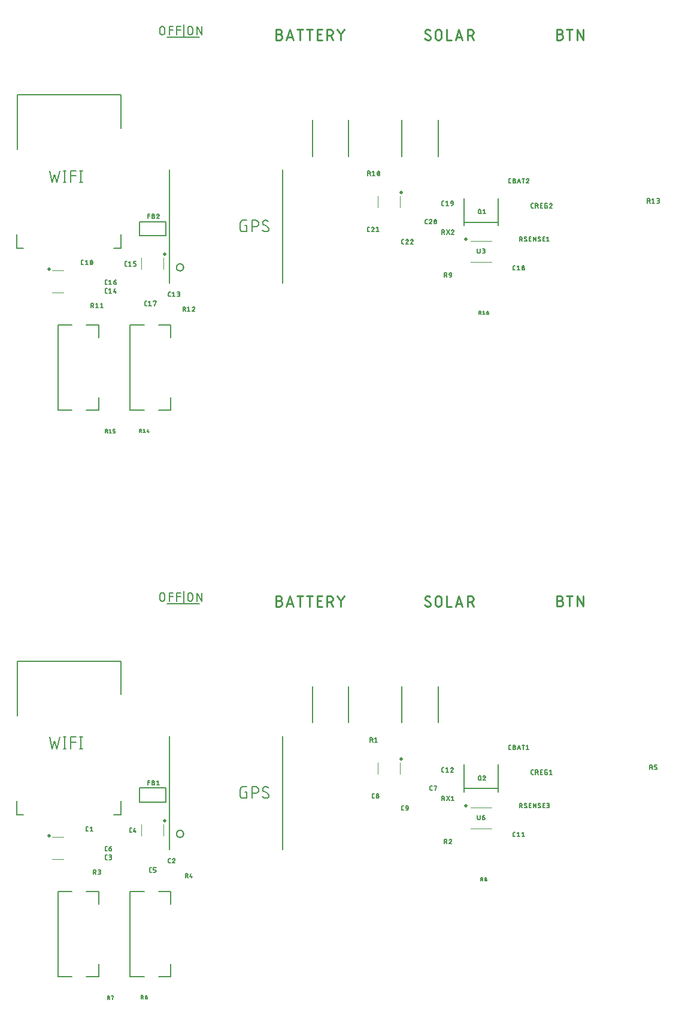
<source format=gbr>
G04 EAGLE Gerber RS-274X export*
G75*
%MOMM*%
%FSLAX34Y34*%
%LPD*%
%INSilkscreen Top*%
%IPPOS*%
%AMOC8*
5,1,8,0,0,1.08239X$1,22.5*%
G01*
%ADD10C,0.279400*%
%ADD11C,0.152400*%
%ADD12C,0.203200*%
%ADD13C,0.127000*%
%ADD14C,0.500000*%
%ADD15C,0.120000*%


D10*
X502897Y804723D02*
X507060Y804723D01*
X507188Y804721D01*
X507316Y804715D01*
X507444Y804705D01*
X507572Y804691D01*
X507699Y804674D01*
X507825Y804652D01*
X507951Y804627D01*
X508075Y804597D01*
X508199Y804564D01*
X508322Y804527D01*
X508444Y804486D01*
X508564Y804442D01*
X508683Y804394D01*
X508800Y804342D01*
X508916Y804287D01*
X509029Y804228D01*
X509142Y804165D01*
X509252Y804099D01*
X509359Y804030D01*
X509465Y803958D01*
X509569Y803882D01*
X509670Y803803D01*
X509769Y803721D01*
X509865Y803636D01*
X509958Y803549D01*
X510049Y803458D01*
X510136Y803365D01*
X510221Y803269D01*
X510303Y803170D01*
X510382Y803069D01*
X510458Y802965D01*
X510530Y802859D01*
X510599Y802752D01*
X510665Y802642D01*
X510728Y802529D01*
X510787Y802416D01*
X510842Y802300D01*
X510894Y802183D01*
X510942Y802064D01*
X510986Y801944D01*
X511027Y801822D01*
X511064Y801699D01*
X511097Y801575D01*
X511127Y801451D01*
X511152Y801325D01*
X511174Y801199D01*
X511191Y801072D01*
X511205Y800944D01*
X511215Y800816D01*
X511221Y800688D01*
X511223Y800560D01*
X511221Y800432D01*
X511215Y800304D01*
X511205Y800176D01*
X511191Y800048D01*
X511174Y799921D01*
X511152Y799795D01*
X511127Y799669D01*
X511097Y799545D01*
X511064Y799421D01*
X511027Y799298D01*
X510986Y799176D01*
X510942Y799056D01*
X510894Y798937D01*
X510842Y798820D01*
X510787Y798704D01*
X510728Y798591D01*
X510665Y798479D01*
X510599Y798368D01*
X510530Y798261D01*
X510458Y798155D01*
X510382Y798051D01*
X510303Y797950D01*
X510221Y797851D01*
X510136Y797755D01*
X510049Y797662D01*
X509958Y797571D01*
X509865Y797484D01*
X509769Y797399D01*
X509670Y797317D01*
X509569Y797238D01*
X509465Y797162D01*
X509359Y797090D01*
X509252Y797021D01*
X509142Y796955D01*
X509029Y796892D01*
X508916Y796833D01*
X508800Y796778D01*
X508683Y796726D01*
X508564Y796678D01*
X508444Y796634D01*
X508322Y796593D01*
X508199Y796556D01*
X508075Y796523D01*
X507951Y796493D01*
X507825Y796468D01*
X507699Y796446D01*
X507572Y796429D01*
X507444Y796415D01*
X507316Y796405D01*
X507188Y796399D01*
X507060Y796397D01*
X502897Y796397D01*
X502897Y811383D01*
X507060Y811383D01*
X507174Y811381D01*
X507287Y811375D01*
X507401Y811366D01*
X507513Y811352D01*
X507626Y811335D01*
X507738Y811313D01*
X507848Y811288D01*
X507958Y811260D01*
X508067Y811227D01*
X508175Y811191D01*
X508282Y811151D01*
X508387Y811107D01*
X508490Y811060D01*
X508592Y811010D01*
X508692Y810956D01*
X508790Y810898D01*
X508886Y810837D01*
X508980Y810774D01*
X509072Y810706D01*
X509162Y810636D01*
X509248Y810563D01*
X509333Y810487D01*
X509415Y810408D01*
X509494Y810326D01*
X509570Y810241D01*
X509643Y810155D01*
X509713Y810065D01*
X509781Y809973D01*
X509844Y809879D01*
X509905Y809783D01*
X509963Y809685D01*
X510017Y809585D01*
X510067Y809483D01*
X510114Y809380D01*
X510158Y809275D01*
X510198Y809168D01*
X510234Y809060D01*
X510267Y808951D01*
X510295Y808841D01*
X510320Y808731D01*
X510342Y808619D01*
X510359Y808506D01*
X510373Y808394D01*
X510382Y808280D01*
X510388Y808167D01*
X510390Y808053D01*
X510388Y807939D01*
X510382Y807826D01*
X510373Y807712D01*
X510359Y807600D01*
X510342Y807487D01*
X510320Y807375D01*
X510295Y807265D01*
X510267Y807155D01*
X510234Y807046D01*
X510198Y806938D01*
X510158Y806831D01*
X510114Y806726D01*
X510067Y806623D01*
X510017Y806521D01*
X509963Y806421D01*
X509905Y806323D01*
X509844Y806227D01*
X509781Y806133D01*
X509713Y806041D01*
X509643Y805951D01*
X509570Y805865D01*
X509494Y805780D01*
X509415Y805698D01*
X509333Y805619D01*
X509248Y805543D01*
X509162Y805470D01*
X509072Y805400D01*
X508980Y805332D01*
X508886Y805269D01*
X508790Y805208D01*
X508692Y805150D01*
X508592Y805096D01*
X508490Y805046D01*
X508387Y804999D01*
X508282Y804955D01*
X508175Y804915D01*
X508067Y804879D01*
X507958Y804846D01*
X507848Y804818D01*
X507738Y804793D01*
X507626Y804771D01*
X507513Y804754D01*
X507401Y804740D01*
X507287Y804731D01*
X507174Y804725D01*
X507060Y804723D01*
X516857Y796397D02*
X521852Y811383D01*
X526847Y796397D01*
X525598Y800144D02*
X518105Y800144D01*
X536441Y796397D02*
X536441Y811383D01*
X532278Y811383D02*
X540604Y811383D01*
X549988Y811383D02*
X549988Y796397D01*
X545825Y811383D02*
X554151Y811383D01*
X560981Y796397D02*
X567641Y796397D01*
X560981Y796397D02*
X560981Y811383D01*
X567641Y811383D01*
X565976Y804723D02*
X560981Y804723D01*
X574621Y811383D02*
X574621Y796397D01*
X574621Y811383D02*
X578783Y811383D01*
X578911Y811381D01*
X579039Y811375D01*
X579167Y811365D01*
X579295Y811351D01*
X579422Y811334D01*
X579548Y811312D01*
X579674Y811287D01*
X579798Y811257D01*
X579922Y811224D01*
X580045Y811187D01*
X580167Y811146D01*
X580287Y811102D01*
X580406Y811054D01*
X580523Y811002D01*
X580639Y810947D01*
X580752Y810888D01*
X580865Y810825D01*
X580975Y810759D01*
X581082Y810690D01*
X581188Y810618D01*
X581292Y810542D01*
X581393Y810463D01*
X581492Y810381D01*
X581588Y810296D01*
X581681Y810209D01*
X581772Y810118D01*
X581859Y810025D01*
X581944Y809929D01*
X582026Y809830D01*
X582105Y809729D01*
X582181Y809625D01*
X582253Y809519D01*
X582322Y809412D01*
X582388Y809302D01*
X582451Y809189D01*
X582510Y809076D01*
X582565Y808960D01*
X582617Y808843D01*
X582665Y808724D01*
X582709Y808604D01*
X582750Y808482D01*
X582787Y808359D01*
X582820Y808235D01*
X582850Y808111D01*
X582875Y807985D01*
X582897Y807859D01*
X582914Y807732D01*
X582928Y807604D01*
X582938Y807476D01*
X582944Y807348D01*
X582946Y807220D01*
X582944Y807092D01*
X582938Y806964D01*
X582928Y806836D01*
X582914Y806708D01*
X582897Y806581D01*
X582875Y806455D01*
X582850Y806329D01*
X582820Y806205D01*
X582787Y806081D01*
X582750Y805958D01*
X582709Y805836D01*
X582665Y805716D01*
X582617Y805597D01*
X582565Y805480D01*
X582510Y805364D01*
X582451Y805251D01*
X582388Y805139D01*
X582322Y805028D01*
X582253Y804921D01*
X582181Y804815D01*
X582105Y804711D01*
X582026Y804610D01*
X581944Y804511D01*
X581859Y804415D01*
X581772Y804322D01*
X581681Y804231D01*
X581588Y804144D01*
X581492Y804059D01*
X581393Y803977D01*
X581292Y803898D01*
X581188Y803822D01*
X581082Y803750D01*
X580975Y803681D01*
X580865Y803615D01*
X580752Y803552D01*
X580639Y803493D01*
X580523Y803438D01*
X580406Y803386D01*
X580287Y803338D01*
X580167Y803294D01*
X580045Y803253D01*
X579922Y803216D01*
X579798Y803183D01*
X579674Y803153D01*
X579548Y803128D01*
X579422Y803106D01*
X579295Y803089D01*
X579167Y803075D01*
X579039Y803065D01*
X578911Y803059D01*
X578783Y803057D01*
X574621Y803057D01*
X579616Y803057D02*
X582946Y796397D01*
X594277Y804306D02*
X589281Y811383D01*
X594277Y804306D02*
X599272Y811383D01*
X594277Y804306D02*
X594277Y796397D01*
X717892Y796397D02*
X718006Y796399D01*
X718119Y796405D01*
X718233Y796414D01*
X718345Y796428D01*
X718458Y796445D01*
X718570Y796467D01*
X718680Y796492D01*
X718790Y796520D01*
X718899Y796553D01*
X719007Y796589D01*
X719114Y796629D01*
X719219Y796673D01*
X719322Y796720D01*
X719424Y796770D01*
X719524Y796824D01*
X719622Y796882D01*
X719718Y796943D01*
X719812Y797007D01*
X719904Y797074D01*
X719994Y797144D01*
X720081Y797217D01*
X720165Y797293D01*
X720247Y797372D01*
X720326Y797454D01*
X720402Y797539D01*
X720475Y797625D01*
X720545Y797715D01*
X720613Y797807D01*
X720676Y797901D01*
X720737Y797997D01*
X720795Y798095D01*
X720849Y798195D01*
X720899Y798297D01*
X720946Y798400D01*
X720990Y798505D01*
X721030Y798612D01*
X721066Y798720D01*
X721099Y798829D01*
X721127Y798939D01*
X721152Y799049D01*
X721174Y799161D01*
X721191Y799274D01*
X721205Y799386D01*
X721214Y799500D01*
X721220Y799613D01*
X721222Y799727D01*
X717892Y796397D02*
X717724Y796399D01*
X717556Y796405D01*
X717388Y796415D01*
X717220Y796429D01*
X717052Y796447D01*
X716886Y796469D01*
X716719Y796495D01*
X716554Y796525D01*
X716389Y796559D01*
X716225Y796597D01*
X716062Y796639D01*
X715900Y796685D01*
X715739Y796735D01*
X715579Y796788D01*
X715421Y796845D01*
X715264Y796906D01*
X715109Y796971D01*
X714955Y797039D01*
X714803Y797112D01*
X714653Y797187D01*
X714504Y797267D01*
X714357Y797349D01*
X714213Y797436D01*
X714071Y797525D01*
X713930Y797619D01*
X713792Y797715D01*
X713657Y797815D01*
X713524Y797918D01*
X713393Y798024D01*
X713265Y798133D01*
X713139Y798245D01*
X713017Y798360D01*
X712897Y798478D01*
X713314Y808053D02*
X713316Y808167D01*
X713322Y808280D01*
X713331Y808394D01*
X713345Y808506D01*
X713362Y808619D01*
X713384Y808731D01*
X713409Y808841D01*
X713437Y808951D01*
X713470Y809060D01*
X713506Y809168D01*
X713546Y809275D01*
X713590Y809380D01*
X713637Y809483D01*
X713687Y809585D01*
X713741Y809685D01*
X713799Y809783D01*
X713860Y809879D01*
X713923Y809973D01*
X713991Y810065D01*
X714061Y810155D01*
X714134Y810241D01*
X714210Y810326D01*
X714289Y810408D01*
X714371Y810487D01*
X714456Y810563D01*
X714542Y810636D01*
X714632Y810706D01*
X714724Y810774D01*
X714818Y810837D01*
X714914Y810898D01*
X715012Y810956D01*
X715112Y811010D01*
X715214Y811060D01*
X715317Y811107D01*
X715422Y811151D01*
X715529Y811191D01*
X715637Y811227D01*
X715746Y811260D01*
X715856Y811288D01*
X715966Y811313D01*
X716078Y811335D01*
X716191Y811352D01*
X716303Y811366D01*
X716417Y811375D01*
X716530Y811381D01*
X716644Y811383D01*
X716799Y811381D01*
X716953Y811375D01*
X717107Y811366D01*
X717261Y811352D01*
X717415Y811335D01*
X717568Y811314D01*
X717720Y811290D01*
X717872Y811261D01*
X718023Y811229D01*
X718174Y811193D01*
X718323Y811153D01*
X718471Y811110D01*
X718619Y811063D01*
X718765Y811012D01*
X718909Y810958D01*
X719053Y810900D01*
X719194Y810838D01*
X719335Y810774D01*
X719473Y810705D01*
X719610Y810634D01*
X719745Y810558D01*
X719878Y810480D01*
X720010Y810398D01*
X720139Y810313D01*
X720266Y810225D01*
X720390Y810134D01*
X714978Y805139D02*
X714881Y805198D01*
X714787Y805261D01*
X714694Y805326D01*
X714604Y805395D01*
X714516Y805466D01*
X714431Y805541D01*
X714348Y805618D01*
X714268Y805698D01*
X714190Y805780D01*
X714116Y805866D01*
X714044Y805953D01*
X713975Y806043D01*
X713909Y806135D01*
X713847Y806230D01*
X713787Y806326D01*
X713731Y806424D01*
X713678Y806525D01*
X713629Y806627D01*
X713583Y806730D01*
X713540Y806835D01*
X713501Y806941D01*
X713465Y807049D01*
X713434Y807158D01*
X713406Y807267D01*
X713381Y807378D01*
X713360Y807489D01*
X713343Y807601D01*
X713330Y807714D01*
X713321Y807827D01*
X713315Y807940D01*
X713313Y808053D01*
X719557Y802641D02*
X719654Y802582D01*
X719748Y802519D01*
X719841Y802454D01*
X719931Y802385D01*
X720019Y802314D01*
X720104Y802239D01*
X720187Y802162D01*
X720267Y802082D01*
X720345Y802000D01*
X720419Y801914D01*
X720491Y801827D01*
X720560Y801737D01*
X720626Y801645D01*
X720688Y801550D01*
X720748Y801454D01*
X720804Y801356D01*
X720857Y801255D01*
X720906Y801153D01*
X720953Y801050D01*
X720995Y800945D01*
X721034Y800839D01*
X721070Y800731D01*
X721101Y800622D01*
X721129Y800513D01*
X721154Y800402D01*
X721175Y800291D01*
X721192Y800179D01*
X721205Y800066D01*
X721214Y799953D01*
X721220Y799840D01*
X721222Y799727D01*
X719557Y802641D02*
X714978Y805139D01*
X728007Y807220D02*
X728007Y800560D01*
X728007Y807220D02*
X728009Y807348D01*
X728015Y807476D01*
X728025Y807604D01*
X728039Y807732D01*
X728056Y807859D01*
X728078Y807985D01*
X728103Y808111D01*
X728133Y808235D01*
X728166Y808359D01*
X728203Y808482D01*
X728244Y808604D01*
X728288Y808724D01*
X728336Y808843D01*
X728388Y808960D01*
X728443Y809076D01*
X728502Y809189D01*
X728565Y809302D01*
X728631Y809412D01*
X728700Y809519D01*
X728772Y809625D01*
X728848Y809729D01*
X728927Y809830D01*
X729009Y809929D01*
X729094Y810025D01*
X729181Y810118D01*
X729272Y810209D01*
X729365Y810296D01*
X729461Y810381D01*
X729560Y810463D01*
X729661Y810542D01*
X729765Y810618D01*
X729871Y810690D01*
X729978Y810759D01*
X730089Y810825D01*
X730201Y810888D01*
X730314Y810947D01*
X730430Y811002D01*
X730547Y811054D01*
X730666Y811102D01*
X730786Y811146D01*
X730908Y811187D01*
X731031Y811224D01*
X731155Y811257D01*
X731279Y811287D01*
X731405Y811312D01*
X731531Y811334D01*
X731658Y811351D01*
X731786Y811365D01*
X731914Y811375D01*
X732042Y811381D01*
X732170Y811383D01*
X732298Y811381D01*
X732426Y811375D01*
X732554Y811365D01*
X732682Y811351D01*
X732809Y811334D01*
X732935Y811312D01*
X733061Y811287D01*
X733185Y811257D01*
X733309Y811224D01*
X733432Y811187D01*
X733554Y811146D01*
X733674Y811102D01*
X733793Y811054D01*
X733910Y811002D01*
X734026Y810947D01*
X734139Y810888D01*
X734252Y810825D01*
X734362Y810759D01*
X734469Y810690D01*
X734575Y810618D01*
X734679Y810542D01*
X734780Y810463D01*
X734879Y810381D01*
X734975Y810296D01*
X735068Y810209D01*
X735159Y810118D01*
X735246Y810025D01*
X735331Y809929D01*
X735413Y809830D01*
X735492Y809729D01*
X735568Y809625D01*
X735640Y809519D01*
X735709Y809412D01*
X735775Y809302D01*
X735838Y809189D01*
X735897Y809076D01*
X735952Y808960D01*
X736004Y808843D01*
X736052Y808724D01*
X736096Y808604D01*
X736137Y808482D01*
X736174Y808359D01*
X736207Y808235D01*
X736237Y808111D01*
X736262Y807985D01*
X736284Y807859D01*
X736301Y807732D01*
X736315Y807604D01*
X736325Y807476D01*
X736331Y807348D01*
X736333Y807220D01*
X736333Y800560D01*
X736331Y800432D01*
X736325Y800304D01*
X736315Y800176D01*
X736301Y800048D01*
X736284Y799921D01*
X736262Y799795D01*
X736237Y799669D01*
X736207Y799545D01*
X736174Y799421D01*
X736137Y799298D01*
X736096Y799176D01*
X736052Y799056D01*
X736004Y798937D01*
X735952Y798820D01*
X735897Y798704D01*
X735838Y798591D01*
X735775Y798479D01*
X735709Y798368D01*
X735640Y798261D01*
X735568Y798155D01*
X735492Y798051D01*
X735413Y797950D01*
X735331Y797851D01*
X735246Y797755D01*
X735159Y797662D01*
X735068Y797571D01*
X734975Y797484D01*
X734879Y797399D01*
X734780Y797317D01*
X734679Y797238D01*
X734575Y797162D01*
X734469Y797090D01*
X734362Y797021D01*
X734252Y796955D01*
X734139Y796892D01*
X734026Y796833D01*
X733910Y796778D01*
X733793Y796726D01*
X733674Y796678D01*
X733554Y796634D01*
X733432Y796593D01*
X733309Y796556D01*
X733185Y796523D01*
X733061Y796493D01*
X732935Y796468D01*
X732809Y796446D01*
X732682Y796429D01*
X732554Y796415D01*
X732426Y796405D01*
X732298Y796399D01*
X732170Y796397D01*
X732042Y796399D01*
X731914Y796405D01*
X731786Y796415D01*
X731658Y796429D01*
X731531Y796446D01*
X731405Y796468D01*
X731279Y796493D01*
X731155Y796523D01*
X731031Y796556D01*
X730908Y796593D01*
X730786Y796634D01*
X730666Y796678D01*
X730547Y796726D01*
X730430Y796778D01*
X730314Y796833D01*
X730201Y796892D01*
X730089Y796955D01*
X729978Y797021D01*
X729871Y797090D01*
X729765Y797162D01*
X729661Y797238D01*
X729560Y797317D01*
X729461Y797399D01*
X729365Y797484D01*
X729272Y797571D01*
X729181Y797662D01*
X729094Y797755D01*
X729009Y797851D01*
X728927Y797950D01*
X728848Y798051D01*
X728772Y798155D01*
X728700Y798261D01*
X728631Y798368D01*
X728565Y798479D01*
X728502Y798591D01*
X728443Y798704D01*
X728388Y798820D01*
X728336Y798937D01*
X728288Y799056D01*
X728244Y799176D01*
X728203Y799298D01*
X728166Y799421D01*
X728133Y799545D01*
X728103Y799669D01*
X728078Y799795D01*
X728056Y799921D01*
X728039Y800048D01*
X728025Y800176D01*
X728015Y800304D01*
X728009Y800432D01*
X728007Y800560D01*
X744204Y796397D02*
X744204Y811383D01*
X744204Y796397D02*
X750865Y796397D01*
X756353Y796397D02*
X761348Y811383D01*
X766344Y796397D01*
X765095Y800144D02*
X757602Y800144D01*
X773476Y796397D02*
X773476Y811383D01*
X777639Y811383D01*
X777767Y811381D01*
X777895Y811375D01*
X778023Y811365D01*
X778151Y811351D01*
X778278Y811334D01*
X778404Y811312D01*
X778530Y811287D01*
X778654Y811257D01*
X778778Y811224D01*
X778901Y811187D01*
X779023Y811146D01*
X779143Y811102D01*
X779262Y811054D01*
X779379Y811002D01*
X779495Y810947D01*
X779608Y810888D01*
X779721Y810825D01*
X779831Y810759D01*
X779938Y810690D01*
X780044Y810618D01*
X780148Y810542D01*
X780249Y810463D01*
X780348Y810381D01*
X780444Y810296D01*
X780537Y810209D01*
X780628Y810118D01*
X780715Y810025D01*
X780800Y809929D01*
X780882Y809830D01*
X780961Y809729D01*
X781037Y809625D01*
X781109Y809519D01*
X781178Y809412D01*
X781244Y809302D01*
X781307Y809189D01*
X781366Y809076D01*
X781421Y808960D01*
X781473Y808843D01*
X781521Y808724D01*
X781565Y808604D01*
X781606Y808482D01*
X781643Y808359D01*
X781676Y808235D01*
X781706Y808111D01*
X781731Y807985D01*
X781753Y807859D01*
X781770Y807732D01*
X781784Y807604D01*
X781794Y807476D01*
X781800Y807348D01*
X781802Y807220D01*
X781800Y807092D01*
X781794Y806964D01*
X781784Y806836D01*
X781770Y806708D01*
X781753Y806581D01*
X781731Y806455D01*
X781706Y806329D01*
X781676Y806205D01*
X781643Y806081D01*
X781606Y805958D01*
X781565Y805836D01*
X781521Y805716D01*
X781473Y805597D01*
X781421Y805480D01*
X781366Y805364D01*
X781307Y805251D01*
X781244Y805139D01*
X781178Y805028D01*
X781109Y804921D01*
X781037Y804815D01*
X780961Y804711D01*
X780882Y804610D01*
X780800Y804511D01*
X780715Y804415D01*
X780628Y804322D01*
X780537Y804231D01*
X780444Y804144D01*
X780348Y804059D01*
X780249Y803977D01*
X780148Y803898D01*
X780044Y803822D01*
X779938Y803750D01*
X779831Y803681D01*
X779721Y803615D01*
X779608Y803552D01*
X779495Y803493D01*
X779379Y803438D01*
X779262Y803386D01*
X779143Y803338D01*
X779023Y803294D01*
X778901Y803253D01*
X778778Y803216D01*
X778654Y803183D01*
X778530Y803153D01*
X778404Y803128D01*
X778278Y803106D01*
X778151Y803089D01*
X778023Y803075D01*
X777895Y803065D01*
X777767Y803059D01*
X777639Y803057D01*
X773476Y803057D01*
X778471Y803057D02*
X781801Y796397D01*
D11*
X461293Y534793D02*
X458584Y534793D01*
X461293Y534793D02*
X461293Y525762D01*
X455874Y525762D01*
X455756Y525764D01*
X455638Y525770D01*
X455520Y525779D01*
X455403Y525793D01*
X455286Y525810D01*
X455169Y525831D01*
X455054Y525856D01*
X454939Y525885D01*
X454825Y525918D01*
X454713Y525954D01*
X454602Y525994D01*
X454492Y526037D01*
X454383Y526084D01*
X454276Y526134D01*
X454171Y526189D01*
X454068Y526246D01*
X453967Y526307D01*
X453867Y526371D01*
X453770Y526438D01*
X453675Y526508D01*
X453583Y526582D01*
X453492Y526658D01*
X453405Y526738D01*
X453320Y526820D01*
X453238Y526905D01*
X453158Y526992D01*
X453082Y527083D01*
X453008Y527175D01*
X452938Y527270D01*
X452871Y527367D01*
X452807Y527467D01*
X452746Y527568D01*
X452689Y527671D01*
X452634Y527776D01*
X452584Y527883D01*
X452537Y527992D01*
X452494Y528102D01*
X452454Y528213D01*
X452418Y528325D01*
X452385Y528439D01*
X452356Y528554D01*
X452331Y528669D01*
X452310Y528786D01*
X452293Y528903D01*
X452279Y529020D01*
X452270Y529138D01*
X452264Y529256D01*
X452262Y529374D01*
X452262Y538406D01*
X452264Y538524D01*
X452270Y538642D01*
X452279Y538760D01*
X452293Y538877D01*
X452310Y538994D01*
X452331Y539111D01*
X452356Y539226D01*
X452385Y539341D01*
X452418Y539455D01*
X452454Y539567D01*
X452494Y539678D01*
X452537Y539788D01*
X452584Y539897D01*
X452634Y540004D01*
X452688Y540109D01*
X452746Y540212D01*
X452807Y540313D01*
X452871Y540413D01*
X452938Y540510D01*
X453008Y540605D01*
X453082Y540697D01*
X453158Y540788D01*
X453238Y540875D01*
X453320Y540960D01*
X453405Y541042D01*
X453492Y541122D01*
X453583Y541198D01*
X453675Y541272D01*
X453770Y541342D01*
X453867Y541409D01*
X453967Y541473D01*
X454068Y541534D01*
X454171Y541591D01*
X454276Y541645D01*
X454383Y541696D01*
X454492Y541743D01*
X454602Y541786D01*
X454713Y541826D01*
X454825Y541862D01*
X454939Y541895D01*
X455054Y541924D01*
X455169Y541949D01*
X455286Y541970D01*
X455403Y541987D01*
X455520Y542001D01*
X455638Y542010D01*
X455756Y542016D01*
X455874Y542018D01*
X461293Y542018D01*
X469146Y542018D02*
X469146Y525762D01*
X469146Y542018D02*
X473662Y542018D01*
X473795Y542016D01*
X473927Y542010D01*
X474059Y542000D01*
X474191Y541987D01*
X474323Y541969D01*
X474453Y541948D01*
X474584Y541923D01*
X474713Y541894D01*
X474841Y541861D01*
X474969Y541825D01*
X475095Y541785D01*
X475220Y541741D01*
X475344Y541693D01*
X475466Y541642D01*
X475587Y541587D01*
X475706Y541529D01*
X475824Y541467D01*
X475939Y541402D01*
X476053Y541333D01*
X476164Y541262D01*
X476273Y541186D01*
X476380Y541108D01*
X476485Y541027D01*
X476587Y540942D01*
X476687Y540855D01*
X476784Y540765D01*
X476879Y540672D01*
X476970Y540576D01*
X477059Y540478D01*
X477145Y540377D01*
X477228Y540273D01*
X477308Y540167D01*
X477384Y540059D01*
X477458Y539949D01*
X477528Y539836D01*
X477595Y539722D01*
X477658Y539605D01*
X477718Y539487D01*
X477775Y539367D01*
X477828Y539245D01*
X477877Y539122D01*
X477923Y538998D01*
X477965Y538872D01*
X478003Y538745D01*
X478038Y538617D01*
X478069Y538488D01*
X478096Y538359D01*
X478119Y538228D01*
X478139Y538097D01*
X478154Y537965D01*
X478166Y537833D01*
X478174Y537701D01*
X478178Y537568D01*
X478178Y537436D01*
X478174Y537303D01*
X478166Y537171D01*
X478154Y537039D01*
X478139Y536907D01*
X478119Y536776D01*
X478096Y536645D01*
X478069Y536516D01*
X478038Y536387D01*
X478003Y536259D01*
X477965Y536132D01*
X477923Y536006D01*
X477877Y535882D01*
X477828Y535759D01*
X477775Y535637D01*
X477718Y535517D01*
X477658Y535399D01*
X477595Y535282D01*
X477528Y535168D01*
X477458Y535055D01*
X477384Y534945D01*
X477308Y534837D01*
X477228Y534731D01*
X477145Y534627D01*
X477059Y534526D01*
X476970Y534428D01*
X476879Y534332D01*
X476784Y534239D01*
X476687Y534149D01*
X476587Y534062D01*
X476485Y533977D01*
X476380Y533896D01*
X476273Y533818D01*
X476164Y533742D01*
X476053Y533671D01*
X475939Y533602D01*
X475824Y533537D01*
X475706Y533475D01*
X475587Y533417D01*
X475466Y533362D01*
X475344Y533311D01*
X475220Y533263D01*
X475095Y533219D01*
X474969Y533179D01*
X474841Y533143D01*
X474713Y533110D01*
X474584Y533081D01*
X474453Y533056D01*
X474323Y533035D01*
X474191Y533017D01*
X474059Y533004D01*
X473927Y532994D01*
X473795Y532988D01*
X473662Y532986D01*
X473662Y532987D02*
X469146Y532987D01*
X488943Y525762D02*
X489061Y525764D01*
X489179Y525770D01*
X489297Y525779D01*
X489414Y525793D01*
X489531Y525810D01*
X489648Y525831D01*
X489763Y525856D01*
X489878Y525885D01*
X489992Y525918D01*
X490104Y525954D01*
X490215Y525994D01*
X490325Y526037D01*
X490434Y526084D01*
X490541Y526134D01*
X490646Y526189D01*
X490749Y526246D01*
X490850Y526307D01*
X490950Y526371D01*
X491047Y526438D01*
X491142Y526508D01*
X491234Y526582D01*
X491325Y526658D01*
X491412Y526738D01*
X491497Y526820D01*
X491579Y526905D01*
X491659Y526992D01*
X491735Y527083D01*
X491809Y527175D01*
X491879Y527270D01*
X491946Y527367D01*
X492010Y527467D01*
X492071Y527568D01*
X492128Y527671D01*
X492183Y527776D01*
X492233Y527883D01*
X492280Y527992D01*
X492323Y528102D01*
X492363Y528213D01*
X492399Y528325D01*
X492432Y528439D01*
X492461Y528554D01*
X492486Y528669D01*
X492507Y528786D01*
X492524Y528903D01*
X492538Y529020D01*
X492547Y529138D01*
X492553Y529256D01*
X492555Y529374D01*
X488943Y525762D02*
X488760Y525764D01*
X488578Y525771D01*
X488396Y525782D01*
X488214Y525797D01*
X488032Y525817D01*
X487851Y525840D01*
X487671Y525869D01*
X487491Y525901D01*
X487312Y525938D01*
X487135Y525979D01*
X486958Y526025D01*
X486782Y526074D01*
X486608Y526128D01*
X486434Y526186D01*
X486263Y526248D01*
X486093Y526314D01*
X485924Y526385D01*
X485757Y526459D01*
X485592Y526537D01*
X485429Y526619D01*
X485268Y526705D01*
X485109Y526795D01*
X484952Y526889D01*
X484798Y526986D01*
X484646Y527087D01*
X484496Y527192D01*
X484349Y527300D01*
X484205Y527411D01*
X484063Y527526D01*
X483924Y527645D01*
X483788Y527767D01*
X483655Y527892D01*
X483525Y528020D01*
X483976Y538406D02*
X483978Y538524D01*
X483984Y538642D01*
X483993Y538760D01*
X484007Y538877D01*
X484024Y538994D01*
X484045Y539111D01*
X484070Y539226D01*
X484099Y539341D01*
X484132Y539455D01*
X484168Y539567D01*
X484208Y539678D01*
X484251Y539788D01*
X484298Y539897D01*
X484348Y540004D01*
X484403Y540109D01*
X484460Y540212D01*
X484521Y540313D01*
X484585Y540413D01*
X484652Y540510D01*
X484722Y540605D01*
X484796Y540697D01*
X484872Y540788D01*
X484952Y540875D01*
X485034Y540960D01*
X485119Y541042D01*
X485206Y541122D01*
X485297Y541198D01*
X485389Y541272D01*
X485484Y541342D01*
X485581Y541409D01*
X485681Y541473D01*
X485782Y541534D01*
X485885Y541592D01*
X485990Y541646D01*
X486097Y541696D01*
X486206Y541743D01*
X486316Y541787D01*
X486427Y541826D01*
X486540Y541862D01*
X486653Y541895D01*
X486768Y541924D01*
X486883Y541949D01*
X487000Y541970D01*
X487117Y541987D01*
X487234Y542001D01*
X487352Y542010D01*
X487470Y542016D01*
X487588Y542018D01*
X487749Y542016D01*
X487911Y542010D01*
X488072Y542001D01*
X488233Y541987D01*
X488393Y541970D01*
X488553Y541949D01*
X488713Y541924D01*
X488872Y541895D01*
X489030Y541863D01*
X489187Y541827D01*
X489343Y541787D01*
X489499Y541743D01*
X489653Y541695D01*
X489806Y541644D01*
X489958Y541590D01*
X490109Y541531D01*
X490258Y541470D01*
X490405Y541404D01*
X490551Y541335D01*
X490696Y541263D01*
X490838Y541187D01*
X490979Y541108D01*
X491118Y541026D01*
X491254Y540940D01*
X491389Y540851D01*
X491522Y540759D01*
X491652Y540663D01*
X485782Y535245D02*
X485681Y535307D01*
X485581Y535372D01*
X485484Y535441D01*
X485389Y535513D01*
X485296Y535587D01*
X485206Y535665D01*
X485118Y535746D01*
X485033Y535829D01*
X484951Y535915D01*
X484872Y536004D01*
X484795Y536095D01*
X484722Y536189D01*
X484651Y536285D01*
X484584Y536383D01*
X484520Y536483D01*
X484459Y536586D01*
X484402Y536690D01*
X484348Y536796D01*
X484298Y536904D01*
X484251Y537013D01*
X484207Y537124D01*
X484167Y537236D01*
X484131Y537350D01*
X484099Y537464D01*
X484070Y537580D01*
X484045Y537696D01*
X484024Y537813D01*
X484007Y537931D01*
X483993Y538049D01*
X483984Y538168D01*
X483978Y538287D01*
X483976Y538406D01*
X490750Y532535D02*
X490851Y532473D01*
X490951Y532408D01*
X491048Y532339D01*
X491143Y532267D01*
X491236Y532193D01*
X491326Y532115D01*
X491414Y532034D01*
X491499Y531951D01*
X491581Y531865D01*
X491660Y531776D01*
X491737Y531685D01*
X491810Y531591D01*
X491881Y531495D01*
X491948Y531397D01*
X492012Y531297D01*
X492073Y531194D01*
X492130Y531090D01*
X492184Y530984D01*
X492234Y530876D01*
X492281Y530767D01*
X492325Y530656D01*
X492365Y530544D01*
X492401Y530430D01*
X492433Y530316D01*
X492462Y530200D01*
X492487Y530084D01*
X492508Y529967D01*
X492525Y529849D01*
X492539Y529731D01*
X492548Y529612D01*
X492554Y529493D01*
X492556Y529374D01*
X490749Y532535D02*
X485782Y535245D01*
X185874Y595762D02*
X182262Y612018D01*
X189487Y606599D02*
X185874Y595762D01*
X193099Y595762D02*
X189487Y606599D01*
X196712Y612018D02*
X193099Y595762D01*
X204076Y595762D02*
X204076Y612018D01*
X202270Y595762D02*
X205882Y595762D01*
X205882Y612018D02*
X202270Y612018D01*
X212616Y612018D02*
X212616Y595762D01*
X212616Y612018D02*
X219841Y612018D01*
X219841Y604793D02*
X212616Y604793D01*
X227002Y612018D02*
X227002Y595762D01*
X225196Y595762D02*
X228808Y595762D01*
X228808Y612018D02*
X225196Y612018D01*
D12*
X338516Y807340D02*
X338516Y812660D01*
X338518Y812773D01*
X338524Y812887D01*
X338533Y813000D01*
X338547Y813113D01*
X338564Y813225D01*
X338586Y813336D01*
X338611Y813447D01*
X338639Y813557D01*
X338672Y813666D01*
X338708Y813773D01*
X338748Y813879D01*
X338791Y813984D01*
X338838Y814088D01*
X338889Y814189D01*
X338943Y814289D01*
X339000Y814387D01*
X339061Y814483D01*
X339124Y814577D01*
X339191Y814668D01*
X339262Y814758D01*
X339335Y814845D01*
X339411Y814929D01*
X339490Y815010D01*
X339571Y815089D01*
X339655Y815165D01*
X339742Y815238D01*
X339832Y815309D01*
X339923Y815376D01*
X340017Y815439D01*
X340113Y815500D01*
X340211Y815557D01*
X340311Y815611D01*
X340412Y815662D01*
X340516Y815709D01*
X340621Y815752D01*
X340727Y815792D01*
X340834Y815828D01*
X340943Y815861D01*
X341053Y815889D01*
X341164Y815914D01*
X341275Y815936D01*
X341387Y815953D01*
X341500Y815967D01*
X341613Y815976D01*
X341727Y815982D01*
X341840Y815984D01*
X341953Y815982D01*
X342067Y815976D01*
X342180Y815967D01*
X342293Y815953D01*
X342405Y815936D01*
X342516Y815914D01*
X342627Y815889D01*
X342737Y815861D01*
X342846Y815828D01*
X342953Y815792D01*
X343059Y815752D01*
X343164Y815709D01*
X343268Y815662D01*
X343369Y815611D01*
X343469Y815557D01*
X343567Y815500D01*
X343663Y815439D01*
X343757Y815376D01*
X343848Y815309D01*
X343938Y815238D01*
X344025Y815165D01*
X344109Y815089D01*
X344190Y815010D01*
X344269Y814929D01*
X344345Y814845D01*
X344418Y814758D01*
X344489Y814668D01*
X344556Y814577D01*
X344619Y814483D01*
X344680Y814387D01*
X344737Y814289D01*
X344791Y814189D01*
X344842Y814088D01*
X344889Y813984D01*
X344932Y813879D01*
X344972Y813773D01*
X345008Y813666D01*
X345041Y813557D01*
X345069Y813447D01*
X345094Y813336D01*
X345116Y813225D01*
X345133Y813113D01*
X345147Y813000D01*
X345156Y812887D01*
X345162Y812773D01*
X345164Y812660D01*
X345165Y812660D02*
X345165Y807340D01*
X345164Y807340D02*
X345162Y807227D01*
X345156Y807113D01*
X345147Y807000D01*
X345133Y806887D01*
X345116Y806775D01*
X345094Y806664D01*
X345069Y806553D01*
X345041Y806443D01*
X345008Y806334D01*
X344972Y806227D01*
X344932Y806121D01*
X344889Y806016D01*
X344842Y805912D01*
X344791Y805811D01*
X344737Y805711D01*
X344680Y805613D01*
X344619Y805517D01*
X344556Y805423D01*
X344489Y805332D01*
X344418Y805242D01*
X344345Y805155D01*
X344269Y805071D01*
X344190Y804990D01*
X344109Y804911D01*
X344025Y804835D01*
X343938Y804762D01*
X343848Y804691D01*
X343757Y804624D01*
X343663Y804561D01*
X343567Y804500D01*
X343469Y804443D01*
X343369Y804389D01*
X343268Y804338D01*
X343164Y804291D01*
X343059Y804248D01*
X342953Y804208D01*
X342846Y804172D01*
X342737Y804139D01*
X342627Y804111D01*
X342516Y804086D01*
X342405Y804064D01*
X342293Y804047D01*
X342180Y804033D01*
X342067Y804024D01*
X341953Y804018D01*
X341840Y804016D01*
X341727Y804018D01*
X341613Y804024D01*
X341500Y804033D01*
X341387Y804047D01*
X341275Y804064D01*
X341164Y804086D01*
X341053Y804111D01*
X340943Y804139D01*
X340834Y804172D01*
X340727Y804208D01*
X340621Y804248D01*
X340516Y804291D01*
X340412Y804338D01*
X340311Y804389D01*
X340211Y804443D01*
X340113Y804500D01*
X340017Y804561D01*
X339923Y804624D01*
X339832Y804691D01*
X339742Y804762D01*
X339655Y804835D01*
X339571Y804911D01*
X339490Y804990D01*
X339411Y805071D01*
X339335Y805155D01*
X339262Y805242D01*
X339191Y805332D01*
X339124Y805423D01*
X339061Y805517D01*
X339000Y805613D01*
X338943Y805711D01*
X338889Y805811D01*
X338838Y805912D01*
X338791Y806016D01*
X338748Y806121D01*
X338708Y806227D01*
X338672Y806334D01*
X338639Y806443D01*
X338611Y806553D01*
X338586Y806664D01*
X338564Y806775D01*
X338547Y806887D01*
X338533Y807000D01*
X338524Y807113D01*
X338518Y807227D01*
X338516Y807340D01*
X351571Y804016D02*
X351571Y815984D01*
X356890Y815984D01*
X356890Y810665D02*
X351571Y810665D01*
X362491Y815984D02*
X362491Y804016D01*
X362491Y815984D02*
X367810Y815984D01*
X367810Y810665D02*
X362491Y810665D01*
X372500Y817979D02*
X372500Y802021D01*
X377996Y807340D02*
X377996Y812660D01*
X377998Y812773D01*
X378004Y812887D01*
X378013Y813000D01*
X378027Y813113D01*
X378044Y813225D01*
X378066Y813336D01*
X378091Y813447D01*
X378119Y813557D01*
X378152Y813666D01*
X378188Y813773D01*
X378228Y813879D01*
X378271Y813984D01*
X378318Y814088D01*
X378369Y814189D01*
X378423Y814289D01*
X378480Y814387D01*
X378541Y814483D01*
X378604Y814577D01*
X378671Y814668D01*
X378742Y814758D01*
X378815Y814845D01*
X378891Y814929D01*
X378970Y815010D01*
X379051Y815089D01*
X379135Y815165D01*
X379222Y815238D01*
X379312Y815309D01*
X379403Y815376D01*
X379497Y815439D01*
X379593Y815500D01*
X379691Y815557D01*
X379791Y815611D01*
X379892Y815662D01*
X379996Y815709D01*
X380101Y815752D01*
X380207Y815792D01*
X380314Y815828D01*
X380423Y815861D01*
X380533Y815889D01*
X380644Y815914D01*
X380755Y815936D01*
X380867Y815953D01*
X380980Y815967D01*
X381093Y815976D01*
X381207Y815982D01*
X381320Y815984D01*
X381433Y815982D01*
X381547Y815976D01*
X381660Y815967D01*
X381773Y815953D01*
X381885Y815936D01*
X381996Y815914D01*
X382107Y815889D01*
X382217Y815861D01*
X382326Y815828D01*
X382433Y815792D01*
X382539Y815752D01*
X382644Y815709D01*
X382748Y815662D01*
X382849Y815611D01*
X382949Y815557D01*
X383047Y815500D01*
X383143Y815439D01*
X383237Y815376D01*
X383328Y815309D01*
X383418Y815238D01*
X383505Y815165D01*
X383589Y815089D01*
X383670Y815010D01*
X383749Y814929D01*
X383825Y814845D01*
X383898Y814758D01*
X383969Y814668D01*
X384036Y814577D01*
X384099Y814483D01*
X384160Y814387D01*
X384217Y814289D01*
X384271Y814189D01*
X384322Y814088D01*
X384369Y813984D01*
X384412Y813879D01*
X384452Y813773D01*
X384488Y813666D01*
X384521Y813557D01*
X384549Y813447D01*
X384574Y813336D01*
X384596Y813225D01*
X384613Y813113D01*
X384627Y813000D01*
X384636Y812887D01*
X384642Y812773D01*
X384644Y812660D01*
X384645Y812660D02*
X384645Y807340D01*
X384644Y807340D02*
X384642Y807227D01*
X384636Y807113D01*
X384627Y807000D01*
X384613Y806887D01*
X384596Y806775D01*
X384574Y806664D01*
X384549Y806553D01*
X384521Y806443D01*
X384488Y806334D01*
X384452Y806227D01*
X384412Y806121D01*
X384369Y806016D01*
X384322Y805912D01*
X384271Y805811D01*
X384217Y805711D01*
X384160Y805613D01*
X384099Y805517D01*
X384036Y805423D01*
X383969Y805332D01*
X383898Y805242D01*
X383825Y805155D01*
X383749Y805071D01*
X383670Y804990D01*
X383589Y804911D01*
X383505Y804835D01*
X383418Y804762D01*
X383328Y804691D01*
X383237Y804624D01*
X383143Y804561D01*
X383047Y804500D01*
X382949Y804443D01*
X382849Y804389D01*
X382748Y804338D01*
X382644Y804291D01*
X382539Y804248D01*
X382433Y804208D01*
X382326Y804172D01*
X382217Y804139D01*
X382107Y804111D01*
X381996Y804086D01*
X381885Y804064D01*
X381773Y804047D01*
X381660Y804033D01*
X381547Y804024D01*
X381433Y804018D01*
X381320Y804016D01*
X381207Y804018D01*
X381093Y804024D01*
X380980Y804033D01*
X380867Y804047D01*
X380755Y804064D01*
X380644Y804086D01*
X380533Y804111D01*
X380423Y804139D01*
X380314Y804172D01*
X380207Y804208D01*
X380101Y804248D01*
X379996Y804291D01*
X379892Y804338D01*
X379791Y804389D01*
X379691Y804443D01*
X379593Y804500D01*
X379497Y804561D01*
X379403Y804624D01*
X379312Y804691D01*
X379222Y804762D01*
X379135Y804835D01*
X379051Y804911D01*
X378970Y804990D01*
X378891Y805071D01*
X378815Y805155D01*
X378742Y805242D01*
X378671Y805332D01*
X378604Y805423D01*
X378541Y805517D01*
X378480Y805613D01*
X378423Y805711D01*
X378369Y805811D01*
X378318Y805912D01*
X378271Y806016D01*
X378228Y806121D01*
X378188Y806227D01*
X378152Y806334D01*
X378119Y806443D01*
X378091Y806553D01*
X378066Y806664D01*
X378044Y806775D01*
X378027Y806887D01*
X378013Y807000D01*
X378004Y807113D01*
X377998Y807227D01*
X377996Y807340D01*
X391016Y804016D02*
X391016Y815984D01*
X397665Y804016D01*
X397665Y815984D01*
D10*
X899917Y804943D02*
X904080Y804943D01*
X904208Y804941D01*
X904336Y804935D01*
X904464Y804925D01*
X904592Y804911D01*
X904719Y804894D01*
X904845Y804872D01*
X904971Y804847D01*
X905095Y804817D01*
X905219Y804784D01*
X905342Y804747D01*
X905464Y804706D01*
X905584Y804662D01*
X905703Y804614D01*
X905820Y804562D01*
X905936Y804507D01*
X906049Y804448D01*
X906162Y804385D01*
X906272Y804319D01*
X906379Y804250D01*
X906485Y804178D01*
X906589Y804102D01*
X906690Y804023D01*
X906789Y803941D01*
X906885Y803856D01*
X906978Y803769D01*
X907069Y803678D01*
X907156Y803585D01*
X907241Y803489D01*
X907323Y803390D01*
X907402Y803289D01*
X907478Y803185D01*
X907550Y803079D01*
X907619Y802972D01*
X907685Y802862D01*
X907748Y802749D01*
X907807Y802636D01*
X907862Y802520D01*
X907914Y802403D01*
X907962Y802284D01*
X908006Y802164D01*
X908047Y802042D01*
X908084Y801919D01*
X908117Y801795D01*
X908147Y801671D01*
X908172Y801545D01*
X908194Y801419D01*
X908211Y801292D01*
X908225Y801164D01*
X908235Y801036D01*
X908241Y800908D01*
X908243Y800780D01*
X908241Y800652D01*
X908235Y800524D01*
X908225Y800396D01*
X908211Y800268D01*
X908194Y800141D01*
X908172Y800015D01*
X908147Y799889D01*
X908117Y799765D01*
X908084Y799641D01*
X908047Y799518D01*
X908006Y799396D01*
X907962Y799276D01*
X907914Y799157D01*
X907862Y799040D01*
X907807Y798924D01*
X907748Y798811D01*
X907685Y798699D01*
X907619Y798588D01*
X907550Y798481D01*
X907478Y798375D01*
X907402Y798271D01*
X907323Y798170D01*
X907241Y798071D01*
X907156Y797975D01*
X907069Y797882D01*
X906978Y797791D01*
X906885Y797704D01*
X906789Y797619D01*
X906690Y797537D01*
X906589Y797458D01*
X906485Y797382D01*
X906379Y797310D01*
X906272Y797241D01*
X906162Y797175D01*
X906049Y797112D01*
X905936Y797053D01*
X905820Y796998D01*
X905703Y796946D01*
X905584Y796898D01*
X905464Y796854D01*
X905342Y796813D01*
X905219Y796776D01*
X905095Y796743D01*
X904971Y796713D01*
X904845Y796688D01*
X904719Y796666D01*
X904592Y796649D01*
X904464Y796635D01*
X904336Y796625D01*
X904208Y796619D01*
X904080Y796617D01*
X899917Y796617D01*
X899917Y811603D01*
X904080Y811603D01*
X904194Y811601D01*
X904307Y811595D01*
X904421Y811586D01*
X904533Y811572D01*
X904646Y811555D01*
X904758Y811533D01*
X904868Y811508D01*
X904978Y811480D01*
X905087Y811447D01*
X905195Y811411D01*
X905302Y811371D01*
X905407Y811327D01*
X905510Y811280D01*
X905612Y811230D01*
X905712Y811176D01*
X905810Y811118D01*
X905906Y811057D01*
X906000Y810994D01*
X906092Y810926D01*
X906182Y810856D01*
X906268Y810783D01*
X906353Y810707D01*
X906435Y810628D01*
X906514Y810546D01*
X906590Y810461D01*
X906663Y810375D01*
X906733Y810285D01*
X906801Y810193D01*
X906864Y810099D01*
X906925Y810003D01*
X906983Y809905D01*
X907037Y809805D01*
X907087Y809703D01*
X907134Y809600D01*
X907178Y809495D01*
X907218Y809388D01*
X907254Y809280D01*
X907287Y809171D01*
X907315Y809061D01*
X907340Y808951D01*
X907362Y808839D01*
X907379Y808726D01*
X907393Y808614D01*
X907402Y808500D01*
X907408Y808387D01*
X907410Y808273D01*
X907408Y808159D01*
X907402Y808046D01*
X907393Y807932D01*
X907379Y807820D01*
X907362Y807707D01*
X907340Y807595D01*
X907315Y807485D01*
X907287Y807375D01*
X907254Y807266D01*
X907218Y807158D01*
X907178Y807051D01*
X907134Y806946D01*
X907087Y806843D01*
X907037Y806741D01*
X906983Y806641D01*
X906925Y806543D01*
X906864Y806447D01*
X906801Y806353D01*
X906733Y806261D01*
X906663Y806171D01*
X906590Y806085D01*
X906514Y806000D01*
X906435Y805918D01*
X906353Y805839D01*
X906268Y805763D01*
X906182Y805690D01*
X906092Y805620D01*
X906000Y805552D01*
X905906Y805489D01*
X905810Y805428D01*
X905712Y805370D01*
X905612Y805316D01*
X905510Y805266D01*
X905407Y805219D01*
X905302Y805175D01*
X905195Y805135D01*
X905087Y805099D01*
X904978Y805066D01*
X904868Y805038D01*
X904758Y805013D01*
X904646Y804991D01*
X904533Y804974D01*
X904421Y804960D01*
X904307Y804951D01*
X904194Y804945D01*
X904080Y804943D01*
X917830Y811603D02*
X917830Y796617D01*
X913667Y811603D02*
X921993Y811603D01*
X928777Y811603D02*
X928777Y796617D01*
X937103Y796617D02*
X928777Y811603D01*
X937103Y811603D02*
X937103Y796617D01*
X507060Y1604723D02*
X502897Y1604723D01*
X507060Y1604723D02*
X507188Y1604721D01*
X507316Y1604715D01*
X507444Y1604705D01*
X507572Y1604691D01*
X507699Y1604674D01*
X507825Y1604652D01*
X507951Y1604627D01*
X508075Y1604597D01*
X508199Y1604564D01*
X508322Y1604527D01*
X508444Y1604486D01*
X508564Y1604442D01*
X508683Y1604394D01*
X508800Y1604342D01*
X508916Y1604287D01*
X509029Y1604228D01*
X509142Y1604165D01*
X509252Y1604099D01*
X509359Y1604030D01*
X509465Y1603958D01*
X509569Y1603882D01*
X509670Y1603803D01*
X509769Y1603721D01*
X509865Y1603636D01*
X509958Y1603549D01*
X510049Y1603458D01*
X510136Y1603365D01*
X510221Y1603269D01*
X510303Y1603170D01*
X510382Y1603069D01*
X510458Y1602965D01*
X510530Y1602859D01*
X510599Y1602752D01*
X510665Y1602642D01*
X510728Y1602529D01*
X510787Y1602416D01*
X510842Y1602300D01*
X510894Y1602183D01*
X510942Y1602064D01*
X510986Y1601944D01*
X511027Y1601822D01*
X511064Y1601699D01*
X511097Y1601575D01*
X511127Y1601451D01*
X511152Y1601325D01*
X511174Y1601199D01*
X511191Y1601072D01*
X511205Y1600944D01*
X511215Y1600816D01*
X511221Y1600688D01*
X511223Y1600560D01*
X511221Y1600432D01*
X511215Y1600304D01*
X511205Y1600176D01*
X511191Y1600048D01*
X511174Y1599921D01*
X511152Y1599795D01*
X511127Y1599669D01*
X511097Y1599545D01*
X511064Y1599421D01*
X511027Y1599298D01*
X510986Y1599176D01*
X510942Y1599056D01*
X510894Y1598937D01*
X510842Y1598820D01*
X510787Y1598704D01*
X510728Y1598591D01*
X510665Y1598479D01*
X510599Y1598368D01*
X510530Y1598261D01*
X510458Y1598155D01*
X510382Y1598051D01*
X510303Y1597950D01*
X510221Y1597851D01*
X510136Y1597755D01*
X510049Y1597662D01*
X509958Y1597571D01*
X509865Y1597484D01*
X509769Y1597399D01*
X509670Y1597317D01*
X509569Y1597238D01*
X509465Y1597162D01*
X509359Y1597090D01*
X509252Y1597021D01*
X509142Y1596955D01*
X509029Y1596892D01*
X508916Y1596833D01*
X508800Y1596778D01*
X508683Y1596726D01*
X508564Y1596678D01*
X508444Y1596634D01*
X508322Y1596593D01*
X508199Y1596556D01*
X508075Y1596523D01*
X507951Y1596493D01*
X507825Y1596468D01*
X507699Y1596446D01*
X507572Y1596429D01*
X507444Y1596415D01*
X507316Y1596405D01*
X507188Y1596399D01*
X507060Y1596397D01*
X502897Y1596397D01*
X502897Y1611383D01*
X507060Y1611383D01*
X507174Y1611381D01*
X507287Y1611375D01*
X507401Y1611366D01*
X507513Y1611352D01*
X507626Y1611335D01*
X507738Y1611313D01*
X507848Y1611288D01*
X507958Y1611260D01*
X508067Y1611227D01*
X508175Y1611191D01*
X508282Y1611151D01*
X508387Y1611107D01*
X508490Y1611060D01*
X508592Y1611010D01*
X508692Y1610956D01*
X508790Y1610898D01*
X508886Y1610837D01*
X508980Y1610774D01*
X509072Y1610706D01*
X509162Y1610636D01*
X509248Y1610563D01*
X509333Y1610487D01*
X509415Y1610408D01*
X509494Y1610326D01*
X509570Y1610241D01*
X509643Y1610155D01*
X509713Y1610065D01*
X509781Y1609973D01*
X509844Y1609879D01*
X509905Y1609783D01*
X509963Y1609685D01*
X510017Y1609585D01*
X510067Y1609483D01*
X510114Y1609380D01*
X510158Y1609275D01*
X510198Y1609168D01*
X510234Y1609060D01*
X510267Y1608951D01*
X510295Y1608841D01*
X510320Y1608731D01*
X510342Y1608619D01*
X510359Y1608506D01*
X510373Y1608394D01*
X510382Y1608280D01*
X510388Y1608167D01*
X510390Y1608053D01*
X510388Y1607939D01*
X510382Y1607826D01*
X510373Y1607712D01*
X510359Y1607600D01*
X510342Y1607487D01*
X510320Y1607375D01*
X510295Y1607265D01*
X510267Y1607155D01*
X510234Y1607046D01*
X510198Y1606938D01*
X510158Y1606831D01*
X510114Y1606726D01*
X510067Y1606623D01*
X510017Y1606521D01*
X509963Y1606421D01*
X509905Y1606323D01*
X509844Y1606227D01*
X509781Y1606133D01*
X509713Y1606041D01*
X509643Y1605951D01*
X509570Y1605865D01*
X509494Y1605780D01*
X509415Y1605698D01*
X509333Y1605619D01*
X509248Y1605543D01*
X509162Y1605470D01*
X509072Y1605400D01*
X508980Y1605332D01*
X508886Y1605269D01*
X508790Y1605208D01*
X508692Y1605150D01*
X508592Y1605096D01*
X508490Y1605046D01*
X508387Y1604999D01*
X508282Y1604955D01*
X508175Y1604915D01*
X508067Y1604879D01*
X507958Y1604846D01*
X507848Y1604818D01*
X507738Y1604793D01*
X507626Y1604771D01*
X507513Y1604754D01*
X507401Y1604740D01*
X507287Y1604731D01*
X507174Y1604725D01*
X507060Y1604723D01*
X516857Y1596397D02*
X521852Y1611383D01*
X526847Y1596397D01*
X525598Y1600144D02*
X518105Y1600144D01*
X536441Y1596397D02*
X536441Y1611383D01*
X532278Y1611383D02*
X540604Y1611383D01*
X549988Y1611383D02*
X549988Y1596397D01*
X545825Y1611383D02*
X554151Y1611383D01*
X560981Y1596397D02*
X567641Y1596397D01*
X560981Y1596397D02*
X560981Y1611383D01*
X567641Y1611383D01*
X565976Y1604723D02*
X560981Y1604723D01*
X574621Y1611383D02*
X574621Y1596397D01*
X574621Y1611383D02*
X578783Y1611383D01*
X578911Y1611381D01*
X579039Y1611375D01*
X579167Y1611365D01*
X579295Y1611351D01*
X579422Y1611334D01*
X579548Y1611312D01*
X579674Y1611287D01*
X579798Y1611257D01*
X579922Y1611224D01*
X580045Y1611187D01*
X580167Y1611146D01*
X580287Y1611102D01*
X580406Y1611054D01*
X580523Y1611002D01*
X580639Y1610947D01*
X580752Y1610888D01*
X580865Y1610825D01*
X580975Y1610759D01*
X581082Y1610690D01*
X581188Y1610618D01*
X581292Y1610542D01*
X581393Y1610463D01*
X581492Y1610381D01*
X581588Y1610296D01*
X581681Y1610209D01*
X581772Y1610118D01*
X581859Y1610025D01*
X581944Y1609929D01*
X582026Y1609830D01*
X582105Y1609729D01*
X582181Y1609625D01*
X582253Y1609519D01*
X582322Y1609412D01*
X582388Y1609302D01*
X582451Y1609189D01*
X582510Y1609076D01*
X582565Y1608960D01*
X582617Y1608843D01*
X582665Y1608724D01*
X582709Y1608604D01*
X582750Y1608482D01*
X582787Y1608359D01*
X582820Y1608235D01*
X582850Y1608111D01*
X582875Y1607985D01*
X582897Y1607859D01*
X582914Y1607732D01*
X582928Y1607604D01*
X582938Y1607476D01*
X582944Y1607348D01*
X582946Y1607220D01*
X582944Y1607092D01*
X582938Y1606964D01*
X582928Y1606836D01*
X582914Y1606708D01*
X582897Y1606581D01*
X582875Y1606455D01*
X582850Y1606329D01*
X582820Y1606205D01*
X582787Y1606081D01*
X582750Y1605958D01*
X582709Y1605836D01*
X582665Y1605716D01*
X582617Y1605597D01*
X582565Y1605480D01*
X582510Y1605364D01*
X582451Y1605251D01*
X582388Y1605139D01*
X582322Y1605028D01*
X582253Y1604921D01*
X582181Y1604815D01*
X582105Y1604711D01*
X582026Y1604610D01*
X581944Y1604511D01*
X581859Y1604415D01*
X581772Y1604322D01*
X581681Y1604231D01*
X581588Y1604144D01*
X581492Y1604059D01*
X581393Y1603977D01*
X581292Y1603898D01*
X581188Y1603822D01*
X581082Y1603750D01*
X580975Y1603681D01*
X580865Y1603615D01*
X580752Y1603552D01*
X580639Y1603493D01*
X580523Y1603438D01*
X580406Y1603386D01*
X580287Y1603338D01*
X580167Y1603294D01*
X580045Y1603253D01*
X579922Y1603216D01*
X579798Y1603183D01*
X579674Y1603153D01*
X579548Y1603128D01*
X579422Y1603106D01*
X579295Y1603089D01*
X579167Y1603075D01*
X579039Y1603065D01*
X578911Y1603059D01*
X578783Y1603057D01*
X574621Y1603057D01*
X579616Y1603057D02*
X582946Y1596397D01*
X594277Y1604306D02*
X589281Y1611383D01*
X594277Y1604306D02*
X599272Y1611383D01*
X594277Y1604306D02*
X594277Y1596397D01*
X717892Y1596397D02*
X718006Y1596399D01*
X718119Y1596405D01*
X718233Y1596414D01*
X718345Y1596428D01*
X718458Y1596445D01*
X718570Y1596467D01*
X718680Y1596492D01*
X718790Y1596520D01*
X718899Y1596553D01*
X719007Y1596589D01*
X719114Y1596629D01*
X719219Y1596673D01*
X719322Y1596720D01*
X719424Y1596770D01*
X719524Y1596824D01*
X719622Y1596882D01*
X719718Y1596943D01*
X719812Y1597007D01*
X719904Y1597074D01*
X719994Y1597144D01*
X720081Y1597217D01*
X720165Y1597293D01*
X720247Y1597372D01*
X720326Y1597454D01*
X720402Y1597539D01*
X720475Y1597625D01*
X720545Y1597715D01*
X720613Y1597807D01*
X720676Y1597901D01*
X720737Y1597997D01*
X720795Y1598095D01*
X720849Y1598195D01*
X720899Y1598297D01*
X720946Y1598400D01*
X720990Y1598505D01*
X721030Y1598612D01*
X721066Y1598720D01*
X721099Y1598829D01*
X721127Y1598939D01*
X721152Y1599049D01*
X721174Y1599161D01*
X721191Y1599274D01*
X721205Y1599386D01*
X721214Y1599500D01*
X721220Y1599613D01*
X721222Y1599727D01*
X717892Y1596397D02*
X717724Y1596399D01*
X717556Y1596405D01*
X717388Y1596415D01*
X717220Y1596429D01*
X717052Y1596447D01*
X716886Y1596469D01*
X716719Y1596495D01*
X716554Y1596525D01*
X716389Y1596559D01*
X716225Y1596597D01*
X716062Y1596639D01*
X715900Y1596685D01*
X715739Y1596735D01*
X715579Y1596788D01*
X715421Y1596845D01*
X715264Y1596906D01*
X715109Y1596971D01*
X714955Y1597039D01*
X714803Y1597112D01*
X714653Y1597187D01*
X714504Y1597267D01*
X714357Y1597349D01*
X714213Y1597436D01*
X714071Y1597525D01*
X713930Y1597619D01*
X713792Y1597715D01*
X713657Y1597815D01*
X713524Y1597918D01*
X713393Y1598024D01*
X713265Y1598133D01*
X713139Y1598245D01*
X713017Y1598360D01*
X712897Y1598478D01*
X713314Y1608053D02*
X713316Y1608167D01*
X713322Y1608280D01*
X713331Y1608394D01*
X713345Y1608506D01*
X713362Y1608619D01*
X713384Y1608731D01*
X713409Y1608841D01*
X713437Y1608951D01*
X713470Y1609060D01*
X713506Y1609168D01*
X713546Y1609275D01*
X713590Y1609380D01*
X713637Y1609483D01*
X713687Y1609585D01*
X713741Y1609685D01*
X713799Y1609783D01*
X713860Y1609879D01*
X713923Y1609973D01*
X713991Y1610065D01*
X714061Y1610155D01*
X714134Y1610241D01*
X714210Y1610326D01*
X714289Y1610408D01*
X714371Y1610487D01*
X714456Y1610563D01*
X714542Y1610636D01*
X714632Y1610706D01*
X714724Y1610774D01*
X714818Y1610837D01*
X714914Y1610898D01*
X715012Y1610956D01*
X715112Y1611010D01*
X715214Y1611060D01*
X715317Y1611107D01*
X715422Y1611151D01*
X715529Y1611191D01*
X715637Y1611227D01*
X715746Y1611260D01*
X715856Y1611288D01*
X715966Y1611313D01*
X716078Y1611335D01*
X716191Y1611352D01*
X716303Y1611366D01*
X716417Y1611375D01*
X716530Y1611381D01*
X716644Y1611383D01*
X716799Y1611381D01*
X716953Y1611375D01*
X717107Y1611366D01*
X717261Y1611352D01*
X717415Y1611335D01*
X717568Y1611314D01*
X717720Y1611290D01*
X717872Y1611261D01*
X718023Y1611229D01*
X718174Y1611193D01*
X718323Y1611153D01*
X718471Y1611110D01*
X718619Y1611063D01*
X718765Y1611012D01*
X718909Y1610958D01*
X719053Y1610900D01*
X719194Y1610838D01*
X719335Y1610774D01*
X719473Y1610705D01*
X719610Y1610634D01*
X719745Y1610558D01*
X719878Y1610480D01*
X720010Y1610398D01*
X720139Y1610313D01*
X720266Y1610225D01*
X720390Y1610134D01*
X714978Y1605139D02*
X714881Y1605198D01*
X714787Y1605261D01*
X714694Y1605326D01*
X714604Y1605395D01*
X714516Y1605466D01*
X714431Y1605541D01*
X714348Y1605618D01*
X714268Y1605698D01*
X714190Y1605780D01*
X714116Y1605866D01*
X714044Y1605953D01*
X713975Y1606043D01*
X713909Y1606135D01*
X713847Y1606230D01*
X713787Y1606326D01*
X713731Y1606424D01*
X713678Y1606525D01*
X713629Y1606627D01*
X713583Y1606730D01*
X713540Y1606835D01*
X713501Y1606941D01*
X713465Y1607049D01*
X713434Y1607158D01*
X713406Y1607267D01*
X713381Y1607378D01*
X713360Y1607489D01*
X713343Y1607601D01*
X713330Y1607714D01*
X713321Y1607827D01*
X713315Y1607940D01*
X713313Y1608053D01*
X719557Y1602641D02*
X719654Y1602582D01*
X719748Y1602519D01*
X719841Y1602454D01*
X719931Y1602385D01*
X720019Y1602314D01*
X720104Y1602239D01*
X720187Y1602162D01*
X720267Y1602082D01*
X720345Y1602000D01*
X720419Y1601914D01*
X720491Y1601827D01*
X720560Y1601737D01*
X720626Y1601645D01*
X720688Y1601550D01*
X720748Y1601454D01*
X720804Y1601356D01*
X720857Y1601255D01*
X720906Y1601153D01*
X720953Y1601050D01*
X720995Y1600945D01*
X721034Y1600839D01*
X721070Y1600731D01*
X721101Y1600622D01*
X721129Y1600513D01*
X721154Y1600402D01*
X721175Y1600291D01*
X721192Y1600179D01*
X721205Y1600066D01*
X721214Y1599953D01*
X721220Y1599840D01*
X721222Y1599727D01*
X719557Y1602641D02*
X714978Y1605139D01*
X728007Y1607220D02*
X728007Y1600560D01*
X728007Y1607220D02*
X728009Y1607348D01*
X728015Y1607476D01*
X728025Y1607604D01*
X728039Y1607732D01*
X728056Y1607859D01*
X728078Y1607985D01*
X728103Y1608111D01*
X728133Y1608235D01*
X728166Y1608359D01*
X728203Y1608482D01*
X728244Y1608604D01*
X728288Y1608724D01*
X728336Y1608843D01*
X728388Y1608960D01*
X728443Y1609076D01*
X728502Y1609189D01*
X728565Y1609302D01*
X728631Y1609412D01*
X728700Y1609519D01*
X728772Y1609625D01*
X728848Y1609729D01*
X728927Y1609830D01*
X729009Y1609929D01*
X729094Y1610025D01*
X729181Y1610118D01*
X729272Y1610209D01*
X729365Y1610296D01*
X729461Y1610381D01*
X729560Y1610463D01*
X729661Y1610542D01*
X729765Y1610618D01*
X729871Y1610690D01*
X729978Y1610759D01*
X730089Y1610825D01*
X730201Y1610888D01*
X730314Y1610947D01*
X730430Y1611002D01*
X730547Y1611054D01*
X730666Y1611102D01*
X730786Y1611146D01*
X730908Y1611187D01*
X731031Y1611224D01*
X731155Y1611257D01*
X731279Y1611287D01*
X731405Y1611312D01*
X731531Y1611334D01*
X731658Y1611351D01*
X731786Y1611365D01*
X731914Y1611375D01*
X732042Y1611381D01*
X732170Y1611383D01*
X732298Y1611381D01*
X732426Y1611375D01*
X732554Y1611365D01*
X732682Y1611351D01*
X732809Y1611334D01*
X732935Y1611312D01*
X733061Y1611287D01*
X733185Y1611257D01*
X733309Y1611224D01*
X733432Y1611187D01*
X733554Y1611146D01*
X733674Y1611102D01*
X733793Y1611054D01*
X733910Y1611002D01*
X734026Y1610947D01*
X734139Y1610888D01*
X734252Y1610825D01*
X734362Y1610759D01*
X734469Y1610690D01*
X734575Y1610618D01*
X734679Y1610542D01*
X734780Y1610463D01*
X734879Y1610381D01*
X734975Y1610296D01*
X735068Y1610209D01*
X735159Y1610118D01*
X735246Y1610025D01*
X735331Y1609929D01*
X735413Y1609830D01*
X735492Y1609729D01*
X735568Y1609625D01*
X735640Y1609519D01*
X735709Y1609412D01*
X735775Y1609302D01*
X735838Y1609189D01*
X735897Y1609076D01*
X735952Y1608960D01*
X736004Y1608843D01*
X736052Y1608724D01*
X736096Y1608604D01*
X736137Y1608482D01*
X736174Y1608359D01*
X736207Y1608235D01*
X736237Y1608111D01*
X736262Y1607985D01*
X736284Y1607859D01*
X736301Y1607732D01*
X736315Y1607604D01*
X736325Y1607476D01*
X736331Y1607348D01*
X736333Y1607220D01*
X736333Y1600560D01*
X736331Y1600432D01*
X736325Y1600304D01*
X736315Y1600176D01*
X736301Y1600048D01*
X736284Y1599921D01*
X736262Y1599795D01*
X736237Y1599669D01*
X736207Y1599545D01*
X736174Y1599421D01*
X736137Y1599298D01*
X736096Y1599176D01*
X736052Y1599056D01*
X736004Y1598937D01*
X735952Y1598820D01*
X735897Y1598704D01*
X735838Y1598591D01*
X735775Y1598479D01*
X735709Y1598368D01*
X735640Y1598261D01*
X735568Y1598155D01*
X735492Y1598051D01*
X735413Y1597950D01*
X735331Y1597851D01*
X735246Y1597755D01*
X735159Y1597662D01*
X735068Y1597571D01*
X734975Y1597484D01*
X734879Y1597399D01*
X734780Y1597317D01*
X734679Y1597238D01*
X734575Y1597162D01*
X734469Y1597090D01*
X734362Y1597021D01*
X734252Y1596955D01*
X734139Y1596892D01*
X734026Y1596833D01*
X733910Y1596778D01*
X733793Y1596726D01*
X733674Y1596678D01*
X733554Y1596634D01*
X733432Y1596593D01*
X733309Y1596556D01*
X733185Y1596523D01*
X733061Y1596493D01*
X732935Y1596468D01*
X732809Y1596446D01*
X732682Y1596429D01*
X732554Y1596415D01*
X732426Y1596405D01*
X732298Y1596399D01*
X732170Y1596397D01*
X732042Y1596399D01*
X731914Y1596405D01*
X731786Y1596415D01*
X731658Y1596429D01*
X731531Y1596446D01*
X731405Y1596468D01*
X731279Y1596493D01*
X731155Y1596523D01*
X731031Y1596556D01*
X730908Y1596593D01*
X730786Y1596634D01*
X730666Y1596678D01*
X730547Y1596726D01*
X730430Y1596778D01*
X730314Y1596833D01*
X730201Y1596892D01*
X730089Y1596955D01*
X729978Y1597021D01*
X729871Y1597090D01*
X729765Y1597162D01*
X729661Y1597238D01*
X729560Y1597317D01*
X729461Y1597399D01*
X729365Y1597484D01*
X729272Y1597571D01*
X729181Y1597662D01*
X729094Y1597755D01*
X729009Y1597851D01*
X728927Y1597950D01*
X728848Y1598051D01*
X728772Y1598155D01*
X728700Y1598261D01*
X728631Y1598368D01*
X728565Y1598479D01*
X728502Y1598591D01*
X728443Y1598704D01*
X728388Y1598820D01*
X728336Y1598937D01*
X728288Y1599056D01*
X728244Y1599176D01*
X728203Y1599298D01*
X728166Y1599421D01*
X728133Y1599545D01*
X728103Y1599669D01*
X728078Y1599795D01*
X728056Y1599921D01*
X728039Y1600048D01*
X728025Y1600176D01*
X728015Y1600304D01*
X728009Y1600432D01*
X728007Y1600560D01*
X744204Y1596397D02*
X744204Y1611383D01*
X744204Y1596397D02*
X750865Y1596397D01*
X756353Y1596397D02*
X761348Y1611383D01*
X766344Y1596397D01*
X765095Y1600144D02*
X757602Y1600144D01*
X773476Y1596397D02*
X773476Y1611383D01*
X777639Y1611383D01*
X777767Y1611381D01*
X777895Y1611375D01*
X778023Y1611365D01*
X778151Y1611351D01*
X778278Y1611334D01*
X778404Y1611312D01*
X778530Y1611287D01*
X778654Y1611257D01*
X778778Y1611224D01*
X778901Y1611187D01*
X779023Y1611146D01*
X779143Y1611102D01*
X779262Y1611054D01*
X779379Y1611002D01*
X779495Y1610947D01*
X779608Y1610888D01*
X779721Y1610825D01*
X779831Y1610759D01*
X779938Y1610690D01*
X780044Y1610618D01*
X780148Y1610542D01*
X780249Y1610463D01*
X780348Y1610381D01*
X780444Y1610296D01*
X780537Y1610209D01*
X780628Y1610118D01*
X780715Y1610025D01*
X780800Y1609929D01*
X780882Y1609830D01*
X780961Y1609729D01*
X781037Y1609625D01*
X781109Y1609519D01*
X781178Y1609412D01*
X781244Y1609302D01*
X781307Y1609189D01*
X781366Y1609076D01*
X781421Y1608960D01*
X781473Y1608843D01*
X781521Y1608724D01*
X781565Y1608604D01*
X781606Y1608482D01*
X781643Y1608359D01*
X781676Y1608235D01*
X781706Y1608111D01*
X781731Y1607985D01*
X781753Y1607859D01*
X781770Y1607732D01*
X781784Y1607604D01*
X781794Y1607476D01*
X781800Y1607348D01*
X781802Y1607220D01*
X781800Y1607092D01*
X781794Y1606964D01*
X781784Y1606836D01*
X781770Y1606708D01*
X781753Y1606581D01*
X781731Y1606455D01*
X781706Y1606329D01*
X781676Y1606205D01*
X781643Y1606081D01*
X781606Y1605958D01*
X781565Y1605836D01*
X781521Y1605716D01*
X781473Y1605597D01*
X781421Y1605480D01*
X781366Y1605364D01*
X781307Y1605251D01*
X781244Y1605139D01*
X781178Y1605028D01*
X781109Y1604921D01*
X781037Y1604815D01*
X780961Y1604711D01*
X780882Y1604610D01*
X780800Y1604511D01*
X780715Y1604415D01*
X780628Y1604322D01*
X780537Y1604231D01*
X780444Y1604144D01*
X780348Y1604059D01*
X780249Y1603977D01*
X780148Y1603898D01*
X780044Y1603822D01*
X779938Y1603750D01*
X779831Y1603681D01*
X779721Y1603615D01*
X779608Y1603552D01*
X779495Y1603493D01*
X779379Y1603438D01*
X779262Y1603386D01*
X779143Y1603338D01*
X779023Y1603294D01*
X778901Y1603253D01*
X778778Y1603216D01*
X778654Y1603183D01*
X778530Y1603153D01*
X778404Y1603128D01*
X778278Y1603106D01*
X778151Y1603089D01*
X778023Y1603075D01*
X777895Y1603065D01*
X777767Y1603059D01*
X777639Y1603057D01*
X773476Y1603057D01*
X778471Y1603057D02*
X781801Y1596397D01*
D11*
X461293Y1334793D02*
X458584Y1334793D01*
X461293Y1334793D02*
X461293Y1325762D01*
X455874Y1325762D01*
X455756Y1325764D01*
X455638Y1325770D01*
X455520Y1325779D01*
X455403Y1325793D01*
X455286Y1325810D01*
X455169Y1325831D01*
X455054Y1325856D01*
X454939Y1325885D01*
X454825Y1325918D01*
X454713Y1325954D01*
X454602Y1325994D01*
X454492Y1326037D01*
X454383Y1326084D01*
X454276Y1326134D01*
X454171Y1326189D01*
X454068Y1326246D01*
X453967Y1326307D01*
X453867Y1326371D01*
X453770Y1326438D01*
X453675Y1326508D01*
X453583Y1326582D01*
X453492Y1326658D01*
X453405Y1326738D01*
X453320Y1326820D01*
X453238Y1326905D01*
X453158Y1326992D01*
X453082Y1327083D01*
X453008Y1327175D01*
X452938Y1327270D01*
X452871Y1327367D01*
X452807Y1327467D01*
X452746Y1327568D01*
X452689Y1327671D01*
X452634Y1327776D01*
X452584Y1327883D01*
X452537Y1327992D01*
X452494Y1328102D01*
X452454Y1328213D01*
X452418Y1328325D01*
X452385Y1328439D01*
X452356Y1328554D01*
X452331Y1328669D01*
X452310Y1328786D01*
X452293Y1328903D01*
X452279Y1329020D01*
X452270Y1329138D01*
X452264Y1329256D01*
X452262Y1329374D01*
X452262Y1338406D01*
X452264Y1338524D01*
X452270Y1338642D01*
X452279Y1338760D01*
X452293Y1338877D01*
X452310Y1338994D01*
X452331Y1339111D01*
X452356Y1339226D01*
X452385Y1339341D01*
X452418Y1339455D01*
X452454Y1339567D01*
X452494Y1339678D01*
X452537Y1339788D01*
X452584Y1339897D01*
X452634Y1340004D01*
X452688Y1340109D01*
X452746Y1340212D01*
X452807Y1340313D01*
X452871Y1340413D01*
X452938Y1340510D01*
X453008Y1340605D01*
X453082Y1340697D01*
X453158Y1340788D01*
X453238Y1340875D01*
X453320Y1340960D01*
X453405Y1341042D01*
X453492Y1341122D01*
X453583Y1341198D01*
X453675Y1341272D01*
X453770Y1341342D01*
X453867Y1341409D01*
X453967Y1341473D01*
X454068Y1341534D01*
X454171Y1341591D01*
X454276Y1341645D01*
X454383Y1341696D01*
X454492Y1341743D01*
X454602Y1341786D01*
X454713Y1341826D01*
X454825Y1341862D01*
X454939Y1341895D01*
X455054Y1341924D01*
X455169Y1341949D01*
X455286Y1341970D01*
X455403Y1341987D01*
X455520Y1342001D01*
X455638Y1342010D01*
X455756Y1342016D01*
X455874Y1342018D01*
X461293Y1342018D01*
X469146Y1342018D02*
X469146Y1325762D01*
X469146Y1342018D02*
X473662Y1342018D01*
X473795Y1342016D01*
X473927Y1342010D01*
X474059Y1342000D01*
X474191Y1341987D01*
X474323Y1341969D01*
X474453Y1341948D01*
X474584Y1341923D01*
X474713Y1341894D01*
X474841Y1341861D01*
X474969Y1341825D01*
X475095Y1341785D01*
X475220Y1341741D01*
X475344Y1341693D01*
X475466Y1341642D01*
X475587Y1341587D01*
X475706Y1341529D01*
X475824Y1341467D01*
X475939Y1341402D01*
X476053Y1341333D01*
X476164Y1341262D01*
X476273Y1341186D01*
X476380Y1341108D01*
X476485Y1341027D01*
X476587Y1340942D01*
X476687Y1340855D01*
X476784Y1340765D01*
X476879Y1340672D01*
X476970Y1340576D01*
X477059Y1340478D01*
X477145Y1340377D01*
X477228Y1340273D01*
X477308Y1340167D01*
X477384Y1340059D01*
X477458Y1339949D01*
X477528Y1339836D01*
X477595Y1339722D01*
X477658Y1339605D01*
X477718Y1339487D01*
X477775Y1339367D01*
X477828Y1339245D01*
X477877Y1339122D01*
X477923Y1338998D01*
X477965Y1338872D01*
X478003Y1338745D01*
X478038Y1338617D01*
X478069Y1338488D01*
X478096Y1338359D01*
X478119Y1338228D01*
X478139Y1338097D01*
X478154Y1337965D01*
X478166Y1337833D01*
X478174Y1337701D01*
X478178Y1337568D01*
X478178Y1337436D01*
X478174Y1337303D01*
X478166Y1337171D01*
X478154Y1337039D01*
X478139Y1336907D01*
X478119Y1336776D01*
X478096Y1336645D01*
X478069Y1336516D01*
X478038Y1336387D01*
X478003Y1336259D01*
X477965Y1336132D01*
X477923Y1336006D01*
X477877Y1335882D01*
X477828Y1335759D01*
X477775Y1335637D01*
X477718Y1335517D01*
X477658Y1335399D01*
X477595Y1335282D01*
X477528Y1335168D01*
X477458Y1335055D01*
X477384Y1334945D01*
X477308Y1334837D01*
X477228Y1334731D01*
X477145Y1334627D01*
X477059Y1334526D01*
X476970Y1334428D01*
X476879Y1334332D01*
X476784Y1334239D01*
X476687Y1334149D01*
X476587Y1334062D01*
X476485Y1333977D01*
X476380Y1333896D01*
X476273Y1333818D01*
X476164Y1333742D01*
X476053Y1333671D01*
X475939Y1333602D01*
X475824Y1333537D01*
X475706Y1333475D01*
X475587Y1333417D01*
X475466Y1333362D01*
X475344Y1333311D01*
X475220Y1333263D01*
X475095Y1333219D01*
X474969Y1333179D01*
X474841Y1333143D01*
X474713Y1333110D01*
X474584Y1333081D01*
X474453Y1333056D01*
X474323Y1333035D01*
X474191Y1333017D01*
X474059Y1333004D01*
X473927Y1332994D01*
X473795Y1332988D01*
X473662Y1332986D01*
X473662Y1332987D02*
X469146Y1332987D01*
X488943Y1325762D02*
X489061Y1325764D01*
X489179Y1325770D01*
X489297Y1325779D01*
X489414Y1325793D01*
X489531Y1325810D01*
X489648Y1325831D01*
X489763Y1325856D01*
X489878Y1325885D01*
X489992Y1325918D01*
X490104Y1325954D01*
X490215Y1325994D01*
X490325Y1326037D01*
X490434Y1326084D01*
X490541Y1326134D01*
X490646Y1326189D01*
X490749Y1326246D01*
X490850Y1326307D01*
X490950Y1326371D01*
X491047Y1326438D01*
X491142Y1326508D01*
X491234Y1326582D01*
X491325Y1326658D01*
X491412Y1326738D01*
X491497Y1326820D01*
X491579Y1326905D01*
X491659Y1326992D01*
X491735Y1327083D01*
X491809Y1327175D01*
X491879Y1327270D01*
X491946Y1327367D01*
X492010Y1327467D01*
X492071Y1327568D01*
X492128Y1327671D01*
X492183Y1327776D01*
X492233Y1327883D01*
X492280Y1327992D01*
X492323Y1328102D01*
X492363Y1328213D01*
X492399Y1328325D01*
X492432Y1328439D01*
X492461Y1328554D01*
X492486Y1328669D01*
X492507Y1328786D01*
X492524Y1328903D01*
X492538Y1329020D01*
X492547Y1329138D01*
X492553Y1329256D01*
X492555Y1329374D01*
X488943Y1325762D02*
X488760Y1325764D01*
X488578Y1325771D01*
X488396Y1325782D01*
X488214Y1325797D01*
X488032Y1325817D01*
X487851Y1325840D01*
X487671Y1325869D01*
X487491Y1325901D01*
X487312Y1325938D01*
X487135Y1325979D01*
X486958Y1326025D01*
X486782Y1326074D01*
X486608Y1326128D01*
X486434Y1326186D01*
X486263Y1326248D01*
X486093Y1326314D01*
X485924Y1326385D01*
X485757Y1326459D01*
X485592Y1326537D01*
X485429Y1326619D01*
X485268Y1326705D01*
X485109Y1326795D01*
X484952Y1326889D01*
X484798Y1326986D01*
X484646Y1327087D01*
X484496Y1327192D01*
X484349Y1327300D01*
X484205Y1327411D01*
X484063Y1327526D01*
X483924Y1327645D01*
X483788Y1327767D01*
X483655Y1327892D01*
X483525Y1328020D01*
X483976Y1338406D02*
X483978Y1338524D01*
X483984Y1338642D01*
X483993Y1338760D01*
X484007Y1338877D01*
X484024Y1338994D01*
X484045Y1339111D01*
X484070Y1339226D01*
X484099Y1339341D01*
X484132Y1339455D01*
X484168Y1339567D01*
X484208Y1339678D01*
X484251Y1339788D01*
X484298Y1339897D01*
X484348Y1340004D01*
X484403Y1340109D01*
X484460Y1340212D01*
X484521Y1340313D01*
X484585Y1340413D01*
X484652Y1340510D01*
X484722Y1340605D01*
X484796Y1340697D01*
X484872Y1340788D01*
X484952Y1340875D01*
X485034Y1340960D01*
X485119Y1341042D01*
X485206Y1341122D01*
X485297Y1341198D01*
X485389Y1341272D01*
X485484Y1341342D01*
X485581Y1341409D01*
X485681Y1341473D01*
X485782Y1341534D01*
X485885Y1341592D01*
X485990Y1341646D01*
X486097Y1341696D01*
X486206Y1341743D01*
X486316Y1341787D01*
X486427Y1341826D01*
X486540Y1341862D01*
X486653Y1341895D01*
X486768Y1341924D01*
X486883Y1341949D01*
X487000Y1341970D01*
X487117Y1341987D01*
X487234Y1342001D01*
X487352Y1342010D01*
X487470Y1342016D01*
X487588Y1342018D01*
X487749Y1342016D01*
X487911Y1342010D01*
X488072Y1342001D01*
X488233Y1341987D01*
X488393Y1341970D01*
X488553Y1341949D01*
X488713Y1341924D01*
X488872Y1341895D01*
X489030Y1341863D01*
X489187Y1341827D01*
X489343Y1341787D01*
X489499Y1341743D01*
X489653Y1341695D01*
X489806Y1341644D01*
X489958Y1341590D01*
X490109Y1341531D01*
X490258Y1341470D01*
X490405Y1341404D01*
X490551Y1341335D01*
X490696Y1341263D01*
X490838Y1341187D01*
X490979Y1341108D01*
X491118Y1341026D01*
X491254Y1340940D01*
X491389Y1340851D01*
X491522Y1340759D01*
X491652Y1340663D01*
X485782Y1335245D02*
X485681Y1335307D01*
X485581Y1335372D01*
X485484Y1335441D01*
X485389Y1335513D01*
X485296Y1335587D01*
X485206Y1335665D01*
X485118Y1335746D01*
X485033Y1335829D01*
X484951Y1335915D01*
X484872Y1336004D01*
X484795Y1336095D01*
X484722Y1336189D01*
X484651Y1336285D01*
X484584Y1336383D01*
X484520Y1336483D01*
X484459Y1336586D01*
X484402Y1336690D01*
X484348Y1336796D01*
X484298Y1336904D01*
X484251Y1337013D01*
X484207Y1337124D01*
X484167Y1337236D01*
X484131Y1337350D01*
X484099Y1337464D01*
X484070Y1337580D01*
X484045Y1337696D01*
X484024Y1337813D01*
X484007Y1337931D01*
X483993Y1338049D01*
X483984Y1338168D01*
X483978Y1338287D01*
X483976Y1338406D01*
X490750Y1332535D02*
X490851Y1332473D01*
X490951Y1332408D01*
X491048Y1332339D01*
X491143Y1332267D01*
X491236Y1332193D01*
X491326Y1332115D01*
X491414Y1332034D01*
X491499Y1331951D01*
X491581Y1331865D01*
X491660Y1331776D01*
X491737Y1331685D01*
X491810Y1331591D01*
X491881Y1331495D01*
X491948Y1331397D01*
X492012Y1331297D01*
X492073Y1331194D01*
X492130Y1331090D01*
X492184Y1330984D01*
X492234Y1330876D01*
X492281Y1330767D01*
X492325Y1330656D01*
X492365Y1330544D01*
X492401Y1330430D01*
X492433Y1330316D01*
X492462Y1330200D01*
X492487Y1330084D01*
X492508Y1329967D01*
X492525Y1329849D01*
X492539Y1329731D01*
X492548Y1329612D01*
X492554Y1329493D01*
X492556Y1329374D01*
X490749Y1332535D02*
X485782Y1335245D01*
X185874Y1395762D02*
X182262Y1412018D01*
X189487Y1406599D02*
X185874Y1395762D01*
X193099Y1395762D02*
X189487Y1406599D01*
X196712Y1412018D02*
X193099Y1395762D01*
X204076Y1395762D02*
X204076Y1412018D01*
X202270Y1395762D02*
X205882Y1395762D01*
X205882Y1412018D02*
X202270Y1412018D01*
X212616Y1412018D02*
X212616Y1395762D01*
X212616Y1412018D02*
X219841Y1412018D01*
X219841Y1404793D02*
X212616Y1404793D01*
X227002Y1412018D02*
X227002Y1395762D01*
X225196Y1395762D02*
X228808Y1395762D01*
X228808Y1412018D02*
X225196Y1412018D01*
D12*
X338516Y1607340D02*
X338516Y1612660D01*
X338518Y1612773D01*
X338524Y1612887D01*
X338533Y1613000D01*
X338547Y1613113D01*
X338564Y1613225D01*
X338586Y1613336D01*
X338611Y1613447D01*
X338639Y1613557D01*
X338672Y1613666D01*
X338708Y1613773D01*
X338748Y1613879D01*
X338791Y1613984D01*
X338838Y1614088D01*
X338889Y1614189D01*
X338943Y1614289D01*
X339000Y1614387D01*
X339061Y1614483D01*
X339124Y1614577D01*
X339191Y1614668D01*
X339262Y1614758D01*
X339335Y1614845D01*
X339411Y1614929D01*
X339490Y1615010D01*
X339571Y1615089D01*
X339655Y1615165D01*
X339742Y1615238D01*
X339832Y1615309D01*
X339923Y1615376D01*
X340017Y1615439D01*
X340113Y1615500D01*
X340211Y1615557D01*
X340311Y1615611D01*
X340412Y1615662D01*
X340516Y1615709D01*
X340621Y1615752D01*
X340727Y1615792D01*
X340834Y1615828D01*
X340943Y1615861D01*
X341053Y1615889D01*
X341164Y1615914D01*
X341275Y1615936D01*
X341387Y1615953D01*
X341500Y1615967D01*
X341613Y1615976D01*
X341727Y1615982D01*
X341840Y1615984D01*
X341953Y1615982D01*
X342067Y1615976D01*
X342180Y1615967D01*
X342293Y1615953D01*
X342405Y1615936D01*
X342516Y1615914D01*
X342627Y1615889D01*
X342737Y1615861D01*
X342846Y1615828D01*
X342953Y1615792D01*
X343059Y1615752D01*
X343164Y1615709D01*
X343268Y1615662D01*
X343369Y1615611D01*
X343469Y1615557D01*
X343567Y1615500D01*
X343663Y1615439D01*
X343757Y1615376D01*
X343848Y1615309D01*
X343938Y1615238D01*
X344025Y1615165D01*
X344109Y1615089D01*
X344190Y1615010D01*
X344269Y1614929D01*
X344345Y1614845D01*
X344418Y1614758D01*
X344489Y1614668D01*
X344556Y1614577D01*
X344619Y1614483D01*
X344680Y1614387D01*
X344737Y1614289D01*
X344791Y1614189D01*
X344842Y1614088D01*
X344889Y1613984D01*
X344932Y1613879D01*
X344972Y1613773D01*
X345008Y1613666D01*
X345041Y1613557D01*
X345069Y1613447D01*
X345094Y1613336D01*
X345116Y1613225D01*
X345133Y1613113D01*
X345147Y1613000D01*
X345156Y1612887D01*
X345162Y1612773D01*
X345164Y1612660D01*
X345165Y1612660D02*
X345165Y1607340D01*
X345164Y1607340D02*
X345162Y1607227D01*
X345156Y1607113D01*
X345147Y1607000D01*
X345133Y1606887D01*
X345116Y1606775D01*
X345094Y1606664D01*
X345069Y1606553D01*
X345041Y1606443D01*
X345008Y1606334D01*
X344972Y1606227D01*
X344932Y1606121D01*
X344889Y1606016D01*
X344842Y1605912D01*
X344791Y1605811D01*
X344737Y1605711D01*
X344680Y1605613D01*
X344619Y1605517D01*
X344556Y1605423D01*
X344489Y1605332D01*
X344418Y1605242D01*
X344345Y1605155D01*
X344269Y1605071D01*
X344190Y1604990D01*
X344109Y1604911D01*
X344025Y1604835D01*
X343938Y1604762D01*
X343848Y1604691D01*
X343757Y1604624D01*
X343663Y1604561D01*
X343567Y1604500D01*
X343469Y1604443D01*
X343369Y1604389D01*
X343268Y1604338D01*
X343164Y1604291D01*
X343059Y1604248D01*
X342953Y1604208D01*
X342846Y1604172D01*
X342737Y1604139D01*
X342627Y1604111D01*
X342516Y1604086D01*
X342405Y1604064D01*
X342293Y1604047D01*
X342180Y1604033D01*
X342067Y1604024D01*
X341953Y1604018D01*
X341840Y1604016D01*
X341727Y1604018D01*
X341613Y1604024D01*
X341500Y1604033D01*
X341387Y1604047D01*
X341275Y1604064D01*
X341164Y1604086D01*
X341053Y1604111D01*
X340943Y1604139D01*
X340834Y1604172D01*
X340727Y1604208D01*
X340621Y1604248D01*
X340516Y1604291D01*
X340412Y1604338D01*
X340311Y1604389D01*
X340211Y1604443D01*
X340113Y1604500D01*
X340017Y1604561D01*
X339923Y1604624D01*
X339832Y1604691D01*
X339742Y1604762D01*
X339655Y1604835D01*
X339571Y1604911D01*
X339490Y1604990D01*
X339411Y1605071D01*
X339335Y1605155D01*
X339262Y1605242D01*
X339191Y1605332D01*
X339124Y1605423D01*
X339061Y1605517D01*
X339000Y1605613D01*
X338943Y1605711D01*
X338889Y1605811D01*
X338838Y1605912D01*
X338791Y1606016D01*
X338748Y1606121D01*
X338708Y1606227D01*
X338672Y1606334D01*
X338639Y1606443D01*
X338611Y1606553D01*
X338586Y1606664D01*
X338564Y1606775D01*
X338547Y1606887D01*
X338533Y1607000D01*
X338524Y1607113D01*
X338518Y1607227D01*
X338516Y1607340D01*
X351571Y1604016D02*
X351571Y1615984D01*
X356890Y1615984D01*
X356890Y1610665D02*
X351571Y1610665D01*
X362491Y1615984D02*
X362491Y1604016D01*
X362491Y1615984D02*
X367810Y1615984D01*
X367810Y1610665D02*
X362491Y1610665D01*
X372500Y1617979D02*
X372500Y1602021D01*
X377996Y1607340D02*
X377996Y1612660D01*
X377998Y1612773D01*
X378004Y1612887D01*
X378013Y1613000D01*
X378027Y1613113D01*
X378044Y1613225D01*
X378066Y1613336D01*
X378091Y1613447D01*
X378119Y1613557D01*
X378152Y1613666D01*
X378188Y1613773D01*
X378228Y1613879D01*
X378271Y1613984D01*
X378318Y1614088D01*
X378369Y1614189D01*
X378423Y1614289D01*
X378480Y1614387D01*
X378541Y1614483D01*
X378604Y1614577D01*
X378671Y1614668D01*
X378742Y1614758D01*
X378815Y1614845D01*
X378891Y1614929D01*
X378970Y1615010D01*
X379051Y1615089D01*
X379135Y1615165D01*
X379222Y1615238D01*
X379312Y1615309D01*
X379403Y1615376D01*
X379497Y1615439D01*
X379593Y1615500D01*
X379691Y1615557D01*
X379791Y1615611D01*
X379892Y1615662D01*
X379996Y1615709D01*
X380101Y1615752D01*
X380207Y1615792D01*
X380314Y1615828D01*
X380423Y1615861D01*
X380533Y1615889D01*
X380644Y1615914D01*
X380755Y1615936D01*
X380867Y1615953D01*
X380980Y1615967D01*
X381093Y1615976D01*
X381207Y1615982D01*
X381320Y1615984D01*
X381433Y1615982D01*
X381547Y1615976D01*
X381660Y1615967D01*
X381773Y1615953D01*
X381885Y1615936D01*
X381996Y1615914D01*
X382107Y1615889D01*
X382217Y1615861D01*
X382326Y1615828D01*
X382433Y1615792D01*
X382539Y1615752D01*
X382644Y1615709D01*
X382748Y1615662D01*
X382849Y1615611D01*
X382949Y1615557D01*
X383047Y1615500D01*
X383143Y1615439D01*
X383237Y1615376D01*
X383328Y1615309D01*
X383418Y1615238D01*
X383505Y1615165D01*
X383589Y1615089D01*
X383670Y1615010D01*
X383749Y1614929D01*
X383825Y1614845D01*
X383898Y1614758D01*
X383969Y1614668D01*
X384036Y1614577D01*
X384099Y1614483D01*
X384160Y1614387D01*
X384217Y1614289D01*
X384271Y1614189D01*
X384322Y1614088D01*
X384369Y1613984D01*
X384412Y1613879D01*
X384452Y1613773D01*
X384488Y1613666D01*
X384521Y1613557D01*
X384549Y1613447D01*
X384574Y1613336D01*
X384596Y1613225D01*
X384613Y1613113D01*
X384627Y1613000D01*
X384636Y1612887D01*
X384642Y1612773D01*
X384644Y1612660D01*
X384645Y1612660D02*
X384645Y1607340D01*
X384644Y1607340D02*
X384642Y1607227D01*
X384636Y1607113D01*
X384627Y1607000D01*
X384613Y1606887D01*
X384596Y1606775D01*
X384574Y1606664D01*
X384549Y1606553D01*
X384521Y1606443D01*
X384488Y1606334D01*
X384452Y1606227D01*
X384412Y1606121D01*
X384369Y1606016D01*
X384322Y1605912D01*
X384271Y1605811D01*
X384217Y1605711D01*
X384160Y1605613D01*
X384099Y1605517D01*
X384036Y1605423D01*
X383969Y1605332D01*
X383898Y1605242D01*
X383825Y1605155D01*
X383749Y1605071D01*
X383670Y1604990D01*
X383589Y1604911D01*
X383505Y1604835D01*
X383418Y1604762D01*
X383328Y1604691D01*
X383237Y1604624D01*
X383143Y1604561D01*
X383047Y1604500D01*
X382949Y1604443D01*
X382849Y1604389D01*
X382748Y1604338D01*
X382644Y1604291D01*
X382539Y1604248D01*
X382433Y1604208D01*
X382326Y1604172D01*
X382217Y1604139D01*
X382107Y1604111D01*
X381996Y1604086D01*
X381885Y1604064D01*
X381773Y1604047D01*
X381660Y1604033D01*
X381547Y1604024D01*
X381433Y1604018D01*
X381320Y1604016D01*
X381207Y1604018D01*
X381093Y1604024D01*
X380980Y1604033D01*
X380867Y1604047D01*
X380755Y1604064D01*
X380644Y1604086D01*
X380533Y1604111D01*
X380423Y1604139D01*
X380314Y1604172D01*
X380207Y1604208D01*
X380101Y1604248D01*
X379996Y1604291D01*
X379892Y1604338D01*
X379791Y1604389D01*
X379691Y1604443D01*
X379593Y1604500D01*
X379497Y1604561D01*
X379403Y1604624D01*
X379312Y1604691D01*
X379222Y1604762D01*
X379135Y1604835D01*
X379051Y1604911D01*
X378970Y1604990D01*
X378891Y1605071D01*
X378815Y1605155D01*
X378742Y1605242D01*
X378671Y1605332D01*
X378604Y1605423D01*
X378541Y1605517D01*
X378480Y1605613D01*
X378423Y1605711D01*
X378369Y1605811D01*
X378318Y1605912D01*
X378271Y1606016D01*
X378228Y1606121D01*
X378188Y1606227D01*
X378152Y1606334D01*
X378119Y1606443D01*
X378091Y1606553D01*
X378066Y1606664D01*
X378044Y1606775D01*
X378027Y1606887D01*
X378013Y1607000D01*
X378004Y1607113D01*
X377998Y1607227D01*
X377996Y1607340D01*
X391016Y1604016D02*
X391016Y1615984D01*
X397665Y1604016D01*
X397665Y1615984D01*
D10*
X899917Y1604943D02*
X904080Y1604943D01*
X904208Y1604941D01*
X904336Y1604935D01*
X904464Y1604925D01*
X904592Y1604911D01*
X904719Y1604894D01*
X904845Y1604872D01*
X904971Y1604847D01*
X905095Y1604817D01*
X905219Y1604784D01*
X905342Y1604747D01*
X905464Y1604706D01*
X905584Y1604662D01*
X905703Y1604614D01*
X905820Y1604562D01*
X905936Y1604507D01*
X906049Y1604448D01*
X906162Y1604385D01*
X906272Y1604319D01*
X906379Y1604250D01*
X906485Y1604178D01*
X906589Y1604102D01*
X906690Y1604023D01*
X906789Y1603941D01*
X906885Y1603856D01*
X906978Y1603769D01*
X907069Y1603678D01*
X907156Y1603585D01*
X907241Y1603489D01*
X907323Y1603390D01*
X907402Y1603289D01*
X907478Y1603185D01*
X907550Y1603079D01*
X907619Y1602972D01*
X907685Y1602862D01*
X907748Y1602749D01*
X907807Y1602636D01*
X907862Y1602520D01*
X907914Y1602403D01*
X907962Y1602284D01*
X908006Y1602164D01*
X908047Y1602042D01*
X908084Y1601919D01*
X908117Y1601795D01*
X908147Y1601671D01*
X908172Y1601545D01*
X908194Y1601419D01*
X908211Y1601292D01*
X908225Y1601164D01*
X908235Y1601036D01*
X908241Y1600908D01*
X908243Y1600780D01*
X908241Y1600652D01*
X908235Y1600524D01*
X908225Y1600396D01*
X908211Y1600268D01*
X908194Y1600141D01*
X908172Y1600015D01*
X908147Y1599889D01*
X908117Y1599765D01*
X908084Y1599641D01*
X908047Y1599518D01*
X908006Y1599396D01*
X907962Y1599276D01*
X907914Y1599157D01*
X907862Y1599040D01*
X907807Y1598924D01*
X907748Y1598811D01*
X907685Y1598699D01*
X907619Y1598588D01*
X907550Y1598481D01*
X907478Y1598375D01*
X907402Y1598271D01*
X907323Y1598170D01*
X907241Y1598071D01*
X907156Y1597975D01*
X907069Y1597882D01*
X906978Y1597791D01*
X906885Y1597704D01*
X906789Y1597619D01*
X906690Y1597537D01*
X906589Y1597458D01*
X906485Y1597382D01*
X906379Y1597310D01*
X906272Y1597241D01*
X906162Y1597175D01*
X906049Y1597112D01*
X905936Y1597053D01*
X905820Y1596998D01*
X905703Y1596946D01*
X905584Y1596898D01*
X905464Y1596854D01*
X905342Y1596813D01*
X905219Y1596776D01*
X905095Y1596743D01*
X904971Y1596713D01*
X904845Y1596688D01*
X904719Y1596666D01*
X904592Y1596649D01*
X904464Y1596635D01*
X904336Y1596625D01*
X904208Y1596619D01*
X904080Y1596617D01*
X899917Y1596617D01*
X899917Y1611603D01*
X904080Y1611603D01*
X904194Y1611601D01*
X904307Y1611595D01*
X904421Y1611586D01*
X904533Y1611572D01*
X904646Y1611555D01*
X904758Y1611533D01*
X904868Y1611508D01*
X904978Y1611480D01*
X905087Y1611447D01*
X905195Y1611411D01*
X905302Y1611371D01*
X905407Y1611327D01*
X905510Y1611280D01*
X905612Y1611230D01*
X905712Y1611176D01*
X905810Y1611118D01*
X905906Y1611057D01*
X906000Y1610994D01*
X906092Y1610926D01*
X906182Y1610856D01*
X906268Y1610783D01*
X906353Y1610707D01*
X906435Y1610628D01*
X906514Y1610546D01*
X906590Y1610461D01*
X906663Y1610375D01*
X906733Y1610285D01*
X906801Y1610193D01*
X906864Y1610099D01*
X906925Y1610003D01*
X906983Y1609905D01*
X907037Y1609805D01*
X907087Y1609703D01*
X907134Y1609600D01*
X907178Y1609495D01*
X907218Y1609388D01*
X907254Y1609280D01*
X907287Y1609171D01*
X907315Y1609061D01*
X907340Y1608951D01*
X907362Y1608839D01*
X907379Y1608726D01*
X907393Y1608614D01*
X907402Y1608500D01*
X907408Y1608387D01*
X907410Y1608273D01*
X907408Y1608159D01*
X907402Y1608046D01*
X907393Y1607932D01*
X907379Y1607820D01*
X907362Y1607707D01*
X907340Y1607595D01*
X907315Y1607485D01*
X907287Y1607375D01*
X907254Y1607266D01*
X907218Y1607158D01*
X907178Y1607051D01*
X907134Y1606946D01*
X907087Y1606843D01*
X907037Y1606741D01*
X906983Y1606641D01*
X906925Y1606543D01*
X906864Y1606447D01*
X906801Y1606353D01*
X906733Y1606261D01*
X906663Y1606171D01*
X906590Y1606085D01*
X906514Y1606000D01*
X906435Y1605918D01*
X906353Y1605839D01*
X906268Y1605763D01*
X906182Y1605690D01*
X906092Y1605620D01*
X906000Y1605552D01*
X905906Y1605489D01*
X905810Y1605428D01*
X905712Y1605370D01*
X905612Y1605316D01*
X905510Y1605266D01*
X905407Y1605219D01*
X905302Y1605175D01*
X905195Y1605135D01*
X905087Y1605099D01*
X904978Y1605066D01*
X904868Y1605038D01*
X904758Y1605013D01*
X904646Y1604991D01*
X904533Y1604974D01*
X904421Y1604960D01*
X904307Y1604951D01*
X904194Y1604945D01*
X904080Y1604943D01*
X917830Y1611603D02*
X917830Y1596617D01*
X913667Y1611603D02*
X921993Y1611603D01*
X928777Y1611603D02*
X928777Y1596617D01*
X937103Y1596617D02*
X928777Y1611603D01*
X937103Y1611603D02*
X937103Y1596617D01*
D13*
X135786Y522096D02*
X135786Y502096D01*
X145786Y502096D01*
X283086Y502096D02*
X283086Y522096D01*
X283086Y502096D02*
X273086Y502096D01*
X283086Y719296D02*
X136786Y719296D01*
X136786Y642096D01*
X283086Y672096D02*
X283086Y719296D01*
X361932Y475560D02*
X361934Y475701D01*
X361940Y475842D01*
X361950Y475982D01*
X361964Y476122D01*
X361982Y476262D01*
X362003Y476401D01*
X362029Y476540D01*
X362058Y476678D01*
X362092Y476814D01*
X362129Y476950D01*
X362170Y477085D01*
X362215Y477219D01*
X362264Y477351D01*
X362316Y477482D01*
X362372Y477611D01*
X362432Y477738D01*
X362495Y477864D01*
X362561Y477988D01*
X362632Y478111D01*
X362705Y478231D01*
X362782Y478349D01*
X362862Y478465D01*
X362946Y478578D01*
X363032Y478689D01*
X363122Y478798D01*
X363215Y478904D01*
X363310Y479007D01*
X363409Y479108D01*
X363510Y479206D01*
X363614Y479301D01*
X363721Y479393D01*
X363830Y479482D01*
X363942Y479567D01*
X364056Y479650D01*
X364172Y479730D01*
X364291Y479806D01*
X364412Y479878D01*
X364534Y479948D01*
X364659Y480013D01*
X364785Y480076D01*
X364913Y480134D01*
X365043Y480189D01*
X365174Y480241D01*
X365307Y480288D01*
X365441Y480332D01*
X365576Y480373D01*
X365712Y480409D01*
X365849Y480441D01*
X365987Y480470D01*
X366125Y480495D01*
X366265Y480515D01*
X366405Y480532D01*
X366545Y480545D01*
X366686Y480554D01*
X366826Y480559D01*
X366967Y480560D01*
X367108Y480557D01*
X367249Y480550D01*
X367389Y480539D01*
X367529Y480524D01*
X367669Y480505D01*
X367808Y480483D01*
X367946Y480456D01*
X368084Y480426D01*
X368220Y480391D01*
X368356Y480353D01*
X368490Y480311D01*
X368624Y480265D01*
X368756Y480216D01*
X368886Y480162D01*
X369015Y480105D01*
X369142Y480045D01*
X369268Y479981D01*
X369391Y479913D01*
X369513Y479842D01*
X369633Y479768D01*
X369750Y479690D01*
X369865Y479609D01*
X369978Y479525D01*
X370089Y479438D01*
X370197Y479347D01*
X370302Y479254D01*
X370405Y479157D01*
X370505Y479058D01*
X370602Y478956D01*
X370696Y478851D01*
X370787Y478744D01*
X370875Y478634D01*
X370960Y478522D01*
X371042Y478407D01*
X371121Y478290D01*
X371196Y478171D01*
X371268Y478050D01*
X371336Y477927D01*
X371401Y477802D01*
X371463Y477675D01*
X371520Y477546D01*
X371575Y477416D01*
X371625Y477285D01*
X371672Y477152D01*
X371715Y477018D01*
X371754Y476882D01*
X371789Y476746D01*
X371821Y476609D01*
X371848Y476471D01*
X371872Y476332D01*
X371892Y476192D01*
X371908Y476052D01*
X371920Y475912D01*
X371928Y475771D01*
X371932Y475630D01*
X371932Y475490D01*
X371928Y475349D01*
X371920Y475208D01*
X371908Y475068D01*
X371892Y474928D01*
X371872Y474788D01*
X371848Y474649D01*
X371821Y474511D01*
X371789Y474374D01*
X371754Y474238D01*
X371715Y474102D01*
X371672Y473968D01*
X371625Y473835D01*
X371575Y473704D01*
X371520Y473574D01*
X371463Y473445D01*
X371401Y473318D01*
X371336Y473193D01*
X371268Y473070D01*
X371196Y472949D01*
X371121Y472830D01*
X371042Y472713D01*
X370960Y472598D01*
X370875Y472486D01*
X370787Y472376D01*
X370696Y472269D01*
X370602Y472164D01*
X370505Y472062D01*
X370405Y471963D01*
X370302Y471866D01*
X370197Y471773D01*
X370089Y471682D01*
X369978Y471595D01*
X369865Y471511D01*
X369750Y471430D01*
X369633Y471352D01*
X369513Y471278D01*
X369391Y471207D01*
X369268Y471139D01*
X369142Y471075D01*
X369015Y471015D01*
X368886Y470958D01*
X368756Y470904D01*
X368624Y470855D01*
X368490Y470809D01*
X368356Y470767D01*
X368220Y470729D01*
X368084Y470694D01*
X367946Y470664D01*
X367808Y470637D01*
X367669Y470615D01*
X367529Y470596D01*
X367389Y470581D01*
X367249Y470570D01*
X367108Y470563D01*
X366967Y470560D01*
X366826Y470561D01*
X366686Y470566D01*
X366545Y470575D01*
X366405Y470588D01*
X366265Y470605D01*
X366125Y470625D01*
X365987Y470650D01*
X365849Y470679D01*
X365712Y470711D01*
X365576Y470747D01*
X365441Y470788D01*
X365307Y470832D01*
X365174Y470879D01*
X365043Y470931D01*
X364913Y470986D01*
X364785Y471044D01*
X364659Y471107D01*
X364534Y471172D01*
X364412Y471242D01*
X364291Y471314D01*
X364172Y471390D01*
X364056Y471470D01*
X363942Y471553D01*
X363830Y471638D01*
X363721Y471727D01*
X363614Y471819D01*
X363510Y471914D01*
X363409Y472012D01*
X363310Y472113D01*
X363215Y472216D01*
X363122Y472322D01*
X363032Y472431D01*
X362946Y472542D01*
X362862Y472655D01*
X362782Y472771D01*
X362705Y472889D01*
X362632Y473009D01*
X362561Y473132D01*
X362495Y473256D01*
X362432Y473382D01*
X362372Y473509D01*
X362316Y473638D01*
X362264Y473769D01*
X362215Y473901D01*
X362170Y474035D01*
X362129Y474170D01*
X362092Y474306D01*
X362058Y474442D01*
X362029Y474580D01*
X362003Y474719D01*
X361982Y474858D01*
X361964Y474998D01*
X361950Y475138D01*
X361940Y475278D01*
X361934Y475419D01*
X361932Y475560D01*
X352012Y453260D02*
X352012Y613260D01*
X512012Y613260D02*
X512012Y453260D01*
D14*
X345170Y493776D03*
D15*
X343270Y488736D02*
X343270Y472736D01*
X311898Y472736D02*
X311898Y488736D01*
D14*
X181396Y472682D03*
D15*
X186436Y470782D02*
X202436Y470782D01*
X202436Y439410D02*
X186436Y439410D01*
D13*
X235569Y479231D02*
X236953Y479231D01*
X235569Y479231D02*
X235497Y479233D01*
X235424Y479239D01*
X235352Y479248D01*
X235281Y479261D01*
X235211Y479278D01*
X235141Y479299D01*
X235073Y479323D01*
X235006Y479351D01*
X234941Y479382D01*
X234877Y479416D01*
X234815Y479454D01*
X234756Y479495D01*
X234698Y479539D01*
X234643Y479586D01*
X234590Y479636D01*
X234540Y479689D01*
X234493Y479744D01*
X234449Y479802D01*
X234408Y479861D01*
X234370Y479923D01*
X234336Y479987D01*
X234305Y480052D01*
X234277Y480119D01*
X234253Y480187D01*
X234232Y480257D01*
X234215Y480327D01*
X234202Y480398D01*
X234193Y480470D01*
X234187Y480543D01*
X234185Y480615D01*
X234184Y480615D02*
X234184Y484077D01*
X234185Y484077D02*
X234187Y484149D01*
X234193Y484222D01*
X234202Y484294D01*
X234215Y484365D01*
X234232Y484435D01*
X234253Y484505D01*
X234277Y484573D01*
X234305Y484640D01*
X234336Y484705D01*
X234370Y484769D01*
X234408Y484831D01*
X234449Y484890D01*
X234493Y484948D01*
X234540Y485003D01*
X234590Y485056D01*
X234643Y485106D01*
X234698Y485153D01*
X234755Y485197D01*
X234815Y485238D01*
X234877Y485276D01*
X234941Y485310D01*
X235006Y485341D01*
X235073Y485369D01*
X235141Y485393D01*
X235211Y485414D01*
X235281Y485431D01*
X235352Y485444D01*
X235424Y485453D01*
X235497Y485459D01*
X235569Y485461D01*
X236953Y485461D01*
X239840Y484077D02*
X241570Y485461D01*
X241570Y479231D01*
X239840Y479231D02*
X243301Y479231D01*
X352103Y434371D02*
X353488Y434371D01*
X352103Y434371D02*
X352031Y434373D01*
X351958Y434379D01*
X351886Y434388D01*
X351815Y434401D01*
X351745Y434418D01*
X351675Y434439D01*
X351607Y434463D01*
X351540Y434491D01*
X351475Y434522D01*
X351411Y434556D01*
X351349Y434594D01*
X351290Y434635D01*
X351232Y434679D01*
X351177Y434726D01*
X351124Y434776D01*
X351074Y434829D01*
X351027Y434884D01*
X350983Y434942D01*
X350942Y435001D01*
X350904Y435063D01*
X350870Y435127D01*
X350839Y435192D01*
X350811Y435259D01*
X350787Y435327D01*
X350766Y435397D01*
X350749Y435467D01*
X350736Y435538D01*
X350727Y435610D01*
X350721Y435683D01*
X350719Y435755D01*
X350719Y439217D01*
X350721Y439289D01*
X350727Y439362D01*
X350736Y439434D01*
X350749Y439505D01*
X350766Y439575D01*
X350787Y439645D01*
X350811Y439713D01*
X350839Y439780D01*
X350870Y439845D01*
X350904Y439909D01*
X350942Y439971D01*
X350983Y440030D01*
X351027Y440088D01*
X351074Y440143D01*
X351124Y440196D01*
X351177Y440246D01*
X351232Y440293D01*
X351289Y440337D01*
X351349Y440378D01*
X351411Y440416D01*
X351475Y440450D01*
X351540Y440481D01*
X351607Y440509D01*
X351675Y440533D01*
X351745Y440554D01*
X351815Y440571D01*
X351886Y440584D01*
X351958Y440593D01*
X352031Y440599D01*
X352103Y440601D01*
X353488Y440601D01*
X358278Y440602D02*
X358354Y440600D01*
X358431Y440594D01*
X358507Y440585D01*
X358582Y440572D01*
X358657Y440555D01*
X358730Y440535D01*
X358803Y440511D01*
X358874Y440483D01*
X358944Y440452D01*
X359012Y440418D01*
X359079Y440380D01*
X359144Y440339D01*
X359206Y440295D01*
X359266Y440248D01*
X359324Y440198D01*
X359380Y440146D01*
X359432Y440090D01*
X359482Y440032D01*
X359529Y439972D01*
X359573Y439910D01*
X359614Y439845D01*
X359652Y439778D01*
X359686Y439710D01*
X359717Y439640D01*
X359745Y439569D01*
X359769Y439496D01*
X359789Y439423D01*
X359806Y439348D01*
X359819Y439273D01*
X359828Y439197D01*
X359834Y439120D01*
X359836Y439044D01*
X358278Y440601D02*
X358191Y440599D01*
X358105Y440593D01*
X358018Y440584D01*
X357933Y440571D01*
X357848Y440554D01*
X357763Y440534D01*
X357680Y440510D01*
X357598Y440482D01*
X357517Y440451D01*
X357437Y440416D01*
X357359Y440378D01*
X357283Y440336D01*
X357209Y440291D01*
X357136Y440243D01*
X357066Y440192D01*
X356998Y440138D01*
X356933Y440081D01*
X356870Y440022D01*
X356810Y439959D01*
X356752Y439894D01*
X356697Y439827D01*
X356646Y439757D01*
X356597Y439686D01*
X356552Y439612D01*
X356509Y439536D01*
X356470Y439458D01*
X356435Y439379D01*
X356403Y439298D01*
X356374Y439217D01*
X359317Y437833D02*
X359373Y437889D01*
X359427Y437948D01*
X359478Y438009D01*
X359525Y438073D01*
X359570Y438139D01*
X359612Y438207D01*
X359650Y438277D01*
X359685Y438349D01*
X359716Y438422D01*
X359744Y438496D01*
X359768Y438572D01*
X359789Y438649D01*
X359806Y438727D01*
X359819Y438806D01*
X359828Y438885D01*
X359834Y438964D01*
X359836Y439044D01*
X359316Y437832D02*
X356375Y434371D01*
X359836Y434371D01*
X263840Y439231D02*
X262455Y439231D01*
X262383Y439233D01*
X262310Y439239D01*
X262238Y439248D01*
X262167Y439261D01*
X262097Y439278D01*
X262027Y439299D01*
X261959Y439323D01*
X261892Y439351D01*
X261827Y439382D01*
X261763Y439416D01*
X261701Y439454D01*
X261642Y439495D01*
X261584Y439539D01*
X261529Y439586D01*
X261476Y439636D01*
X261426Y439689D01*
X261379Y439744D01*
X261335Y439802D01*
X261294Y439861D01*
X261256Y439923D01*
X261222Y439987D01*
X261191Y440052D01*
X261163Y440119D01*
X261139Y440187D01*
X261118Y440257D01*
X261101Y440327D01*
X261088Y440398D01*
X261079Y440470D01*
X261073Y440543D01*
X261071Y440615D01*
X261071Y444077D01*
X261073Y444149D01*
X261079Y444222D01*
X261088Y444294D01*
X261101Y444365D01*
X261118Y444435D01*
X261139Y444505D01*
X261163Y444573D01*
X261191Y444640D01*
X261222Y444705D01*
X261256Y444769D01*
X261294Y444831D01*
X261335Y444890D01*
X261379Y444948D01*
X261426Y445003D01*
X261476Y445056D01*
X261529Y445106D01*
X261584Y445153D01*
X261641Y445197D01*
X261701Y445238D01*
X261763Y445276D01*
X261827Y445310D01*
X261892Y445341D01*
X261959Y445369D01*
X262027Y445393D01*
X262097Y445414D01*
X262167Y445431D01*
X262238Y445444D01*
X262310Y445453D01*
X262383Y445459D01*
X262455Y445461D01*
X263840Y445461D01*
X266727Y439231D02*
X268457Y439231D01*
X268539Y439233D01*
X268622Y439239D01*
X268703Y439249D01*
X268785Y439262D01*
X268865Y439280D01*
X268945Y439301D01*
X269023Y439326D01*
X269100Y439355D01*
X269176Y439387D01*
X269250Y439423D01*
X269323Y439463D01*
X269393Y439506D01*
X269461Y439552D01*
X269527Y439601D01*
X269591Y439654D01*
X269652Y439709D01*
X269710Y439767D01*
X269765Y439828D01*
X269818Y439892D01*
X269867Y439958D01*
X269913Y440026D01*
X269956Y440097D01*
X269996Y440169D01*
X270032Y440243D01*
X270064Y440319D01*
X270093Y440396D01*
X270118Y440474D01*
X270139Y440554D01*
X270157Y440634D01*
X270170Y440716D01*
X270180Y440797D01*
X270186Y440880D01*
X270188Y440962D01*
X270186Y441044D01*
X270180Y441127D01*
X270170Y441208D01*
X270157Y441290D01*
X270139Y441370D01*
X270118Y441450D01*
X270093Y441528D01*
X270064Y441605D01*
X270032Y441681D01*
X269996Y441755D01*
X269956Y441828D01*
X269913Y441898D01*
X269867Y441966D01*
X269818Y442032D01*
X269765Y442096D01*
X269710Y442157D01*
X269652Y442215D01*
X269591Y442270D01*
X269527Y442323D01*
X269461Y442372D01*
X269393Y442418D01*
X269323Y442461D01*
X269250Y442501D01*
X269176Y442537D01*
X269100Y442569D01*
X269023Y442598D01*
X268945Y442623D01*
X268865Y442644D01*
X268785Y442662D01*
X268703Y442675D01*
X268622Y442685D01*
X268539Y442691D01*
X268457Y442693D01*
X268803Y445461D02*
X266727Y445461D01*
X268803Y445461D02*
X268877Y445459D01*
X268950Y445453D01*
X269023Y445443D01*
X269096Y445430D01*
X269167Y445412D01*
X269238Y445391D01*
X269307Y445366D01*
X269375Y445337D01*
X269441Y445305D01*
X269506Y445269D01*
X269568Y445230D01*
X269628Y445188D01*
X269686Y445142D01*
X269742Y445094D01*
X269795Y445043D01*
X269845Y444988D01*
X269892Y444932D01*
X269936Y444873D01*
X269976Y444811D01*
X270014Y444748D01*
X270048Y444682D01*
X270078Y444615D01*
X270105Y444547D01*
X270128Y444477D01*
X270147Y444405D01*
X270163Y444333D01*
X270175Y444261D01*
X270183Y444187D01*
X270187Y444114D01*
X270187Y444040D01*
X270183Y443967D01*
X270175Y443893D01*
X270163Y443821D01*
X270147Y443749D01*
X270128Y443677D01*
X270105Y443607D01*
X270078Y443539D01*
X270048Y443472D01*
X270014Y443406D01*
X269976Y443343D01*
X269936Y443281D01*
X269892Y443222D01*
X269845Y443166D01*
X269795Y443111D01*
X269742Y443060D01*
X269686Y443012D01*
X269628Y442966D01*
X269568Y442924D01*
X269506Y442885D01*
X269441Y442849D01*
X269375Y442817D01*
X269307Y442788D01*
X269238Y442763D01*
X269167Y442742D01*
X269096Y442724D01*
X269023Y442711D01*
X268950Y442701D01*
X268877Y442695D01*
X268803Y442693D01*
X268803Y442692D02*
X267419Y442692D01*
X297217Y477371D02*
X298601Y477371D01*
X297217Y477371D02*
X297145Y477373D01*
X297072Y477379D01*
X297000Y477388D01*
X296929Y477401D01*
X296859Y477418D01*
X296789Y477439D01*
X296721Y477463D01*
X296654Y477491D01*
X296589Y477522D01*
X296525Y477556D01*
X296463Y477594D01*
X296404Y477635D01*
X296346Y477679D01*
X296291Y477726D01*
X296238Y477776D01*
X296188Y477829D01*
X296141Y477884D01*
X296097Y477942D01*
X296056Y478001D01*
X296018Y478063D01*
X295984Y478127D01*
X295953Y478192D01*
X295925Y478259D01*
X295901Y478327D01*
X295880Y478397D01*
X295863Y478467D01*
X295850Y478538D01*
X295841Y478610D01*
X295835Y478683D01*
X295833Y478755D01*
X295832Y478755D02*
X295832Y482217D01*
X295833Y482217D02*
X295835Y482289D01*
X295841Y482362D01*
X295850Y482434D01*
X295863Y482505D01*
X295880Y482575D01*
X295901Y482645D01*
X295925Y482713D01*
X295953Y482780D01*
X295984Y482845D01*
X296018Y482909D01*
X296056Y482971D01*
X296097Y483030D01*
X296141Y483088D01*
X296188Y483143D01*
X296238Y483196D01*
X296291Y483246D01*
X296346Y483293D01*
X296403Y483337D01*
X296463Y483378D01*
X296525Y483416D01*
X296589Y483450D01*
X296654Y483481D01*
X296721Y483509D01*
X296789Y483533D01*
X296859Y483554D01*
X296929Y483571D01*
X297000Y483584D01*
X297072Y483593D01*
X297145Y483599D01*
X297217Y483601D01*
X298601Y483601D01*
X302872Y483601D02*
X301488Y478755D01*
X304949Y478755D01*
X303911Y480140D02*
X303911Y477371D01*
X263840Y451231D02*
X262455Y451231D01*
X262383Y451233D01*
X262310Y451239D01*
X262238Y451248D01*
X262167Y451261D01*
X262097Y451278D01*
X262027Y451299D01*
X261959Y451323D01*
X261892Y451351D01*
X261827Y451382D01*
X261763Y451416D01*
X261701Y451454D01*
X261642Y451495D01*
X261584Y451539D01*
X261529Y451586D01*
X261476Y451636D01*
X261426Y451689D01*
X261379Y451744D01*
X261335Y451802D01*
X261294Y451861D01*
X261256Y451923D01*
X261222Y451987D01*
X261191Y452052D01*
X261163Y452119D01*
X261139Y452187D01*
X261118Y452257D01*
X261101Y452327D01*
X261088Y452398D01*
X261079Y452470D01*
X261073Y452543D01*
X261071Y452615D01*
X261071Y456077D01*
X261073Y456149D01*
X261079Y456222D01*
X261088Y456294D01*
X261101Y456365D01*
X261118Y456435D01*
X261139Y456505D01*
X261163Y456573D01*
X261191Y456640D01*
X261222Y456705D01*
X261256Y456769D01*
X261294Y456831D01*
X261335Y456890D01*
X261379Y456948D01*
X261426Y457003D01*
X261476Y457056D01*
X261529Y457106D01*
X261584Y457153D01*
X261641Y457197D01*
X261701Y457238D01*
X261763Y457276D01*
X261827Y457310D01*
X261892Y457341D01*
X261959Y457369D01*
X262027Y457393D01*
X262097Y457414D01*
X262167Y457431D01*
X262238Y457444D01*
X262310Y457453D01*
X262383Y457459D01*
X262455Y457461D01*
X263840Y457461D01*
X266727Y454692D02*
X268803Y454692D01*
X268875Y454690D01*
X268948Y454684D01*
X269020Y454675D01*
X269091Y454662D01*
X269161Y454645D01*
X269231Y454624D01*
X269299Y454600D01*
X269366Y454572D01*
X269431Y454541D01*
X269495Y454507D01*
X269557Y454469D01*
X269616Y454428D01*
X269674Y454384D01*
X269729Y454337D01*
X269782Y454287D01*
X269832Y454234D01*
X269879Y454179D01*
X269923Y454121D01*
X269964Y454062D01*
X270002Y454000D01*
X270036Y453936D01*
X270067Y453871D01*
X270095Y453804D01*
X270119Y453736D01*
X270140Y453666D01*
X270157Y453596D01*
X270170Y453525D01*
X270179Y453453D01*
X270185Y453380D01*
X270187Y453308D01*
X270188Y453308D02*
X270188Y452962D01*
X270186Y452880D01*
X270180Y452797D01*
X270170Y452716D01*
X270157Y452634D01*
X270139Y452554D01*
X270118Y452474D01*
X270093Y452396D01*
X270064Y452319D01*
X270032Y452243D01*
X269996Y452169D01*
X269956Y452097D01*
X269913Y452026D01*
X269867Y451958D01*
X269818Y451892D01*
X269765Y451828D01*
X269710Y451767D01*
X269652Y451709D01*
X269591Y451654D01*
X269527Y451601D01*
X269461Y451552D01*
X269393Y451506D01*
X269323Y451463D01*
X269250Y451423D01*
X269176Y451387D01*
X269100Y451355D01*
X269023Y451326D01*
X268945Y451301D01*
X268865Y451280D01*
X268785Y451262D01*
X268703Y451249D01*
X268622Y451239D01*
X268539Y451233D01*
X268457Y451231D01*
X268375Y451233D01*
X268292Y451239D01*
X268211Y451249D01*
X268129Y451262D01*
X268049Y451280D01*
X267969Y451301D01*
X267891Y451326D01*
X267814Y451355D01*
X267738Y451387D01*
X267664Y451423D01*
X267592Y451463D01*
X267521Y451506D01*
X267453Y451552D01*
X267387Y451601D01*
X267323Y451654D01*
X267262Y451709D01*
X267204Y451767D01*
X267149Y451828D01*
X267096Y451892D01*
X267047Y451958D01*
X267001Y452026D01*
X266958Y452097D01*
X266918Y452169D01*
X266882Y452243D01*
X266850Y452319D01*
X266821Y452396D01*
X266796Y452474D01*
X266775Y452554D01*
X266757Y452634D01*
X266744Y452716D01*
X266734Y452797D01*
X266728Y452880D01*
X266726Y452962D01*
X266727Y452962D02*
X266727Y454692D01*
X266726Y454692D02*
X266728Y454796D01*
X266734Y454899D01*
X266743Y455002D01*
X266757Y455105D01*
X266774Y455207D01*
X266795Y455308D01*
X266820Y455409D01*
X266849Y455508D01*
X266881Y455607D01*
X266917Y455704D01*
X266957Y455799D01*
X267000Y455893D01*
X267047Y455986D01*
X267097Y456076D01*
X267150Y456165D01*
X267207Y456252D01*
X267267Y456336D01*
X267330Y456418D01*
X267396Y456498D01*
X267465Y456575D01*
X267537Y456650D01*
X267612Y456722D01*
X267689Y456791D01*
X267769Y456857D01*
X267851Y456920D01*
X267935Y456980D01*
X268022Y457037D01*
X268110Y457090D01*
X268201Y457140D01*
X268294Y457187D01*
X268388Y457230D01*
X268483Y457270D01*
X268580Y457306D01*
X268679Y457338D01*
X268778Y457367D01*
X268879Y457392D01*
X268980Y457413D01*
X269082Y457430D01*
X269185Y457444D01*
X269288Y457453D01*
X269391Y457459D01*
X269495Y457461D01*
X325217Y421371D02*
X326601Y421371D01*
X325217Y421371D02*
X325145Y421373D01*
X325072Y421379D01*
X325000Y421388D01*
X324929Y421401D01*
X324859Y421418D01*
X324789Y421439D01*
X324721Y421463D01*
X324654Y421491D01*
X324589Y421522D01*
X324525Y421556D01*
X324463Y421594D01*
X324404Y421635D01*
X324346Y421679D01*
X324291Y421726D01*
X324238Y421776D01*
X324188Y421829D01*
X324141Y421884D01*
X324097Y421942D01*
X324056Y422001D01*
X324018Y422063D01*
X323984Y422127D01*
X323953Y422192D01*
X323925Y422259D01*
X323901Y422327D01*
X323880Y422397D01*
X323863Y422467D01*
X323850Y422538D01*
X323841Y422610D01*
X323835Y422683D01*
X323833Y422755D01*
X323832Y422755D02*
X323832Y426217D01*
X323833Y426217D02*
X323835Y426289D01*
X323841Y426362D01*
X323850Y426434D01*
X323863Y426505D01*
X323880Y426575D01*
X323901Y426645D01*
X323925Y426713D01*
X323953Y426780D01*
X323984Y426845D01*
X324018Y426909D01*
X324056Y426971D01*
X324097Y427030D01*
X324141Y427088D01*
X324188Y427143D01*
X324238Y427196D01*
X324291Y427246D01*
X324346Y427293D01*
X324403Y427337D01*
X324463Y427378D01*
X324525Y427416D01*
X324589Y427450D01*
X324654Y427481D01*
X324721Y427509D01*
X324789Y427533D01*
X324859Y427554D01*
X324929Y427571D01*
X325000Y427584D01*
X325072Y427593D01*
X325145Y427599D01*
X325217Y427601D01*
X326601Y427601D01*
X329488Y421371D02*
X331565Y421371D01*
X331637Y421373D01*
X331710Y421379D01*
X331782Y421388D01*
X331853Y421401D01*
X331923Y421418D01*
X331993Y421439D01*
X332061Y421463D01*
X332128Y421491D01*
X332193Y421522D01*
X332257Y421556D01*
X332319Y421594D01*
X332378Y421635D01*
X332436Y421679D01*
X332491Y421726D01*
X332544Y421776D01*
X332594Y421829D01*
X332641Y421884D01*
X332685Y421942D01*
X332726Y422001D01*
X332764Y422063D01*
X332798Y422127D01*
X332829Y422192D01*
X332857Y422259D01*
X332881Y422327D01*
X332902Y422397D01*
X332919Y422467D01*
X332932Y422538D01*
X332941Y422610D01*
X332947Y422683D01*
X332949Y422755D01*
X332949Y423448D01*
X332947Y423520D01*
X332941Y423593D01*
X332932Y423665D01*
X332919Y423736D01*
X332902Y423806D01*
X332881Y423876D01*
X332857Y423944D01*
X332829Y424011D01*
X332798Y424076D01*
X332764Y424140D01*
X332726Y424202D01*
X332685Y424261D01*
X332641Y424319D01*
X332594Y424374D01*
X332544Y424427D01*
X332491Y424477D01*
X332436Y424524D01*
X332378Y424568D01*
X332319Y424609D01*
X332257Y424647D01*
X332193Y424681D01*
X332128Y424712D01*
X332061Y424740D01*
X331993Y424764D01*
X331923Y424785D01*
X331853Y424802D01*
X331782Y424815D01*
X331710Y424824D01*
X331637Y424830D01*
X331565Y424832D01*
X329488Y424832D01*
X329488Y427601D01*
X332949Y427601D01*
X817172Y534496D02*
X817172Y539246D01*
X817172Y573064D01*
X768428Y573064D02*
X768428Y539246D01*
X768428Y534496D01*
X768428Y539246D02*
X817172Y539246D01*
X789013Y552901D02*
X789013Y555669D01*
X789012Y555669D02*
X789014Y555751D01*
X789020Y555834D01*
X789030Y555915D01*
X789043Y555997D01*
X789061Y556077D01*
X789082Y556157D01*
X789107Y556235D01*
X789136Y556312D01*
X789168Y556388D01*
X789204Y556462D01*
X789244Y556535D01*
X789287Y556605D01*
X789333Y556673D01*
X789382Y556739D01*
X789435Y556803D01*
X789490Y556864D01*
X789548Y556922D01*
X789609Y556977D01*
X789673Y557030D01*
X789739Y557079D01*
X789807Y557125D01*
X789878Y557168D01*
X789950Y557208D01*
X790024Y557244D01*
X790100Y557276D01*
X790177Y557305D01*
X790255Y557330D01*
X790335Y557351D01*
X790415Y557369D01*
X790497Y557382D01*
X790578Y557392D01*
X790661Y557398D01*
X790743Y557400D01*
X790825Y557398D01*
X790908Y557392D01*
X790989Y557382D01*
X791071Y557369D01*
X791151Y557351D01*
X791231Y557330D01*
X791309Y557305D01*
X791386Y557276D01*
X791462Y557244D01*
X791536Y557208D01*
X791609Y557168D01*
X791679Y557125D01*
X791747Y557079D01*
X791813Y557030D01*
X791877Y556977D01*
X791938Y556922D01*
X791996Y556864D01*
X792051Y556803D01*
X792104Y556739D01*
X792153Y556673D01*
X792199Y556605D01*
X792242Y556535D01*
X792282Y556462D01*
X792318Y556388D01*
X792350Y556312D01*
X792379Y556235D01*
X792404Y556157D01*
X792425Y556077D01*
X792443Y555997D01*
X792456Y555915D01*
X792466Y555834D01*
X792472Y555751D01*
X792474Y555669D01*
X792474Y552901D01*
X792472Y552819D01*
X792466Y552736D01*
X792456Y552655D01*
X792443Y552573D01*
X792425Y552493D01*
X792404Y552413D01*
X792379Y552335D01*
X792350Y552258D01*
X792318Y552182D01*
X792282Y552108D01*
X792242Y552036D01*
X792199Y551965D01*
X792153Y551897D01*
X792104Y551831D01*
X792051Y551767D01*
X791996Y551706D01*
X791938Y551648D01*
X791877Y551593D01*
X791813Y551540D01*
X791747Y551491D01*
X791679Y551445D01*
X791609Y551402D01*
X791536Y551362D01*
X791462Y551326D01*
X791386Y551294D01*
X791309Y551265D01*
X791231Y551240D01*
X791151Y551219D01*
X791071Y551201D01*
X790989Y551188D01*
X790908Y551178D01*
X790825Y551172D01*
X790743Y551170D01*
X790661Y551172D01*
X790578Y551178D01*
X790497Y551188D01*
X790415Y551201D01*
X790335Y551219D01*
X790255Y551240D01*
X790177Y551265D01*
X790100Y551294D01*
X790024Y551326D01*
X789950Y551362D01*
X789878Y551402D01*
X789807Y551445D01*
X789739Y551491D01*
X789673Y551540D01*
X789609Y551593D01*
X789548Y551648D01*
X789490Y551706D01*
X789435Y551767D01*
X789382Y551831D01*
X789333Y551897D01*
X789287Y551965D01*
X789244Y552036D01*
X789204Y552108D01*
X789168Y552182D01*
X789136Y552258D01*
X789107Y552335D01*
X789082Y552413D01*
X789061Y552493D01*
X789043Y552573D01*
X789030Y552655D01*
X789020Y552736D01*
X789014Y552819D01*
X789012Y552901D01*
X791782Y552554D02*
X793166Y551170D01*
X798836Y555843D02*
X798834Y555919D01*
X798828Y555996D01*
X798819Y556072D01*
X798806Y556147D01*
X798789Y556222D01*
X798769Y556295D01*
X798745Y556368D01*
X798717Y556439D01*
X798686Y556509D01*
X798652Y556577D01*
X798614Y556644D01*
X798573Y556709D01*
X798529Y556771D01*
X798482Y556831D01*
X798432Y556889D01*
X798380Y556945D01*
X798324Y556997D01*
X798266Y557047D01*
X798206Y557094D01*
X798144Y557138D01*
X798079Y557179D01*
X798012Y557217D01*
X797944Y557251D01*
X797874Y557282D01*
X797803Y557310D01*
X797730Y557334D01*
X797657Y557354D01*
X797582Y557371D01*
X797507Y557384D01*
X797431Y557393D01*
X797354Y557399D01*
X797278Y557401D01*
X797278Y557400D02*
X797191Y557398D01*
X797105Y557392D01*
X797018Y557383D01*
X796933Y557370D01*
X796848Y557353D01*
X796763Y557333D01*
X796680Y557309D01*
X796598Y557281D01*
X796517Y557250D01*
X796437Y557215D01*
X796359Y557177D01*
X796283Y557135D01*
X796209Y557090D01*
X796136Y557042D01*
X796066Y556991D01*
X795998Y556937D01*
X795933Y556880D01*
X795870Y556821D01*
X795810Y556758D01*
X795752Y556693D01*
X795697Y556626D01*
X795646Y556556D01*
X795597Y556485D01*
X795552Y556411D01*
X795509Y556335D01*
X795470Y556257D01*
X795435Y556178D01*
X795403Y556097D01*
X795374Y556016D01*
X798316Y554632D02*
X798372Y554688D01*
X798426Y554747D01*
X798477Y554808D01*
X798524Y554872D01*
X798569Y554938D01*
X798611Y555006D01*
X798649Y555076D01*
X798684Y555148D01*
X798715Y555221D01*
X798743Y555295D01*
X798767Y555371D01*
X798788Y555448D01*
X798805Y555526D01*
X798818Y555605D01*
X798827Y555684D01*
X798833Y555763D01*
X798835Y555843D01*
X798316Y554631D02*
X795374Y551170D01*
X798835Y551170D01*
X740878Y467905D02*
X740878Y461675D01*
X740878Y467905D02*
X742609Y467905D01*
X742691Y467903D01*
X742774Y467897D01*
X742855Y467887D01*
X742937Y467874D01*
X743017Y467856D01*
X743097Y467835D01*
X743175Y467810D01*
X743252Y467781D01*
X743328Y467749D01*
X743402Y467713D01*
X743475Y467673D01*
X743545Y467630D01*
X743613Y467584D01*
X743679Y467535D01*
X743743Y467482D01*
X743804Y467427D01*
X743862Y467369D01*
X743917Y467308D01*
X743970Y467244D01*
X744019Y467178D01*
X744065Y467110D01*
X744108Y467040D01*
X744148Y466967D01*
X744184Y466893D01*
X744216Y466817D01*
X744245Y466740D01*
X744270Y466662D01*
X744291Y466582D01*
X744309Y466502D01*
X744322Y466420D01*
X744332Y466339D01*
X744338Y466256D01*
X744340Y466174D01*
X744338Y466092D01*
X744332Y466009D01*
X744322Y465928D01*
X744309Y465846D01*
X744291Y465766D01*
X744270Y465686D01*
X744245Y465608D01*
X744216Y465531D01*
X744184Y465455D01*
X744148Y465381D01*
X744108Y465309D01*
X744065Y465238D01*
X744019Y465170D01*
X743970Y465104D01*
X743917Y465040D01*
X743862Y464979D01*
X743804Y464921D01*
X743743Y464866D01*
X743679Y464813D01*
X743613Y464764D01*
X743545Y464718D01*
X743475Y464675D01*
X743402Y464635D01*
X743328Y464599D01*
X743252Y464567D01*
X743175Y464538D01*
X743097Y464513D01*
X743017Y464492D01*
X742937Y464474D01*
X742855Y464461D01*
X742774Y464451D01*
X742691Y464445D01*
X742609Y464443D01*
X742609Y464444D02*
X740878Y464444D01*
X742955Y464444D02*
X744339Y461675D01*
X749464Y467906D02*
X749540Y467904D01*
X749617Y467898D01*
X749693Y467889D01*
X749768Y467876D01*
X749843Y467859D01*
X749916Y467839D01*
X749989Y467815D01*
X750060Y467787D01*
X750130Y467756D01*
X750198Y467722D01*
X750265Y467684D01*
X750330Y467643D01*
X750392Y467599D01*
X750452Y467552D01*
X750510Y467502D01*
X750566Y467450D01*
X750618Y467394D01*
X750668Y467336D01*
X750715Y467276D01*
X750759Y467214D01*
X750800Y467149D01*
X750838Y467082D01*
X750872Y467014D01*
X750903Y466944D01*
X750931Y466873D01*
X750955Y466800D01*
X750975Y466727D01*
X750992Y466652D01*
X751005Y466577D01*
X751014Y466501D01*
X751020Y466424D01*
X751022Y466348D01*
X749464Y467905D02*
X749377Y467903D01*
X749291Y467897D01*
X749204Y467888D01*
X749119Y467875D01*
X749034Y467858D01*
X748949Y467838D01*
X748866Y467814D01*
X748784Y467786D01*
X748703Y467755D01*
X748623Y467720D01*
X748545Y467682D01*
X748469Y467640D01*
X748395Y467595D01*
X748322Y467547D01*
X748252Y467496D01*
X748184Y467442D01*
X748119Y467385D01*
X748056Y467326D01*
X747996Y467263D01*
X747938Y467198D01*
X747883Y467131D01*
X747832Y467061D01*
X747783Y466990D01*
X747738Y466916D01*
X747695Y466840D01*
X747656Y466762D01*
X747621Y466683D01*
X747589Y466602D01*
X747560Y466521D01*
X750503Y465137D02*
X750559Y465193D01*
X750613Y465252D01*
X750664Y465313D01*
X750711Y465377D01*
X750756Y465443D01*
X750798Y465511D01*
X750836Y465581D01*
X750871Y465653D01*
X750902Y465726D01*
X750930Y465800D01*
X750954Y465876D01*
X750975Y465953D01*
X750992Y466031D01*
X751005Y466110D01*
X751014Y466189D01*
X751020Y466268D01*
X751022Y466348D01*
X750503Y465136D02*
X747561Y461675D01*
X751022Y461675D01*
X737343Y522235D02*
X737343Y528465D01*
X739074Y528465D01*
X739156Y528463D01*
X739239Y528457D01*
X739320Y528447D01*
X739402Y528434D01*
X739482Y528416D01*
X739562Y528395D01*
X739640Y528370D01*
X739717Y528341D01*
X739793Y528309D01*
X739867Y528273D01*
X739940Y528233D01*
X740010Y528190D01*
X740078Y528144D01*
X740144Y528095D01*
X740208Y528042D01*
X740269Y527987D01*
X740327Y527929D01*
X740382Y527868D01*
X740435Y527804D01*
X740484Y527738D01*
X740530Y527670D01*
X740573Y527600D01*
X740613Y527527D01*
X740649Y527453D01*
X740681Y527377D01*
X740710Y527300D01*
X740735Y527222D01*
X740756Y527142D01*
X740774Y527062D01*
X740787Y526980D01*
X740797Y526899D01*
X740803Y526816D01*
X740805Y526734D01*
X740803Y526652D01*
X740797Y526569D01*
X740787Y526488D01*
X740774Y526406D01*
X740756Y526326D01*
X740735Y526246D01*
X740710Y526168D01*
X740681Y526091D01*
X740649Y526015D01*
X740613Y525941D01*
X740573Y525869D01*
X740530Y525798D01*
X740484Y525730D01*
X740435Y525664D01*
X740382Y525600D01*
X740327Y525539D01*
X740269Y525481D01*
X740208Y525426D01*
X740144Y525373D01*
X740078Y525324D01*
X740010Y525278D01*
X739940Y525235D01*
X739867Y525195D01*
X739793Y525159D01*
X739717Y525127D01*
X739640Y525098D01*
X739562Y525073D01*
X739482Y525052D01*
X739402Y525034D01*
X739320Y525021D01*
X739239Y525011D01*
X739156Y525005D01*
X739074Y525003D01*
X739074Y525004D02*
X737343Y525004D01*
X739420Y525004D02*
X740804Y522235D01*
X743679Y522235D02*
X747833Y528465D01*
X743679Y528465D02*
X747833Y522235D01*
X750776Y527081D02*
X752506Y528465D01*
X752506Y522235D01*
X750776Y522235D02*
X754237Y522235D01*
D14*
X771020Y515149D03*
D15*
X777800Y512900D02*
X777800Y512649D01*
X777800Y512900D02*
X807800Y512900D01*
X807800Y512649D01*
X777800Y483151D02*
X777800Y482900D01*
X807800Y482900D01*
X807800Y483151D01*
D13*
X787582Y497155D02*
X787582Y501654D01*
X787582Y497155D02*
X787584Y497073D01*
X787590Y496990D01*
X787600Y496909D01*
X787613Y496827D01*
X787631Y496747D01*
X787652Y496667D01*
X787677Y496589D01*
X787706Y496512D01*
X787738Y496436D01*
X787774Y496362D01*
X787814Y496290D01*
X787857Y496219D01*
X787903Y496151D01*
X787952Y496085D01*
X788005Y496021D01*
X788060Y495960D01*
X788118Y495902D01*
X788179Y495847D01*
X788243Y495794D01*
X788309Y495745D01*
X788377Y495699D01*
X788448Y495656D01*
X788520Y495616D01*
X788594Y495580D01*
X788670Y495548D01*
X788747Y495519D01*
X788825Y495494D01*
X788905Y495473D01*
X788985Y495455D01*
X789067Y495442D01*
X789148Y495432D01*
X789231Y495426D01*
X789313Y495424D01*
X789395Y495426D01*
X789478Y495432D01*
X789559Y495442D01*
X789641Y495455D01*
X789721Y495473D01*
X789801Y495494D01*
X789879Y495519D01*
X789956Y495548D01*
X790032Y495580D01*
X790106Y495616D01*
X790179Y495656D01*
X790249Y495699D01*
X790317Y495745D01*
X790383Y495794D01*
X790447Y495847D01*
X790508Y495902D01*
X790566Y495960D01*
X790621Y496021D01*
X790674Y496085D01*
X790723Y496151D01*
X790769Y496219D01*
X790812Y496290D01*
X790852Y496362D01*
X790888Y496436D01*
X790920Y496512D01*
X790949Y496589D01*
X790974Y496667D01*
X790995Y496747D01*
X791013Y496827D01*
X791026Y496909D01*
X791036Y496990D01*
X791042Y497073D01*
X791044Y497155D01*
X791043Y497155D02*
X791043Y501654D01*
X794557Y498885D02*
X796634Y498885D01*
X796706Y498883D01*
X796779Y498877D01*
X796851Y498868D01*
X796922Y498855D01*
X796992Y498838D01*
X797062Y498817D01*
X797130Y498793D01*
X797197Y498765D01*
X797262Y498734D01*
X797326Y498700D01*
X797388Y498662D01*
X797447Y498621D01*
X797505Y498577D01*
X797560Y498530D01*
X797613Y498480D01*
X797663Y498427D01*
X797710Y498372D01*
X797754Y498314D01*
X797795Y498255D01*
X797833Y498193D01*
X797867Y498129D01*
X797898Y498064D01*
X797926Y497997D01*
X797950Y497929D01*
X797971Y497859D01*
X797988Y497789D01*
X798001Y497718D01*
X798010Y497646D01*
X798016Y497573D01*
X798018Y497501D01*
X798018Y497155D01*
X798016Y497073D01*
X798010Y496990D01*
X798000Y496909D01*
X797987Y496827D01*
X797969Y496747D01*
X797948Y496667D01*
X797923Y496589D01*
X797894Y496512D01*
X797862Y496436D01*
X797826Y496362D01*
X797786Y496290D01*
X797743Y496219D01*
X797697Y496151D01*
X797648Y496085D01*
X797595Y496021D01*
X797540Y495960D01*
X797482Y495902D01*
X797421Y495847D01*
X797357Y495794D01*
X797291Y495745D01*
X797223Y495699D01*
X797153Y495656D01*
X797080Y495616D01*
X797006Y495580D01*
X796930Y495548D01*
X796853Y495519D01*
X796775Y495494D01*
X796695Y495473D01*
X796615Y495455D01*
X796533Y495442D01*
X796452Y495432D01*
X796369Y495426D01*
X796287Y495424D01*
X796205Y495426D01*
X796122Y495432D01*
X796041Y495442D01*
X795959Y495455D01*
X795879Y495473D01*
X795799Y495494D01*
X795721Y495519D01*
X795644Y495548D01*
X795568Y495580D01*
X795494Y495616D01*
X795422Y495656D01*
X795351Y495699D01*
X795283Y495745D01*
X795217Y495794D01*
X795153Y495847D01*
X795092Y495902D01*
X795034Y495960D01*
X794979Y496021D01*
X794926Y496085D01*
X794877Y496151D01*
X794831Y496219D01*
X794788Y496290D01*
X794748Y496362D01*
X794712Y496436D01*
X794680Y496512D01*
X794651Y496589D01*
X794626Y496667D01*
X794605Y496747D01*
X794587Y496827D01*
X794574Y496909D01*
X794564Y496990D01*
X794558Y497073D01*
X794556Y497155D01*
X794557Y497155D02*
X794557Y498885D01*
X794559Y498989D01*
X794565Y499092D01*
X794574Y499195D01*
X794588Y499298D01*
X794605Y499400D01*
X794626Y499501D01*
X794651Y499602D01*
X794680Y499701D01*
X794712Y499800D01*
X794748Y499897D01*
X794788Y499992D01*
X794831Y500086D01*
X794878Y500179D01*
X794928Y500269D01*
X794981Y500358D01*
X795038Y500445D01*
X795098Y500529D01*
X795161Y500611D01*
X795227Y500691D01*
X795296Y500768D01*
X795368Y500843D01*
X795443Y500915D01*
X795520Y500984D01*
X795600Y501050D01*
X795682Y501113D01*
X795766Y501173D01*
X795853Y501230D01*
X795941Y501283D01*
X796032Y501333D01*
X796125Y501380D01*
X796219Y501423D01*
X796314Y501463D01*
X796411Y501499D01*
X796510Y501531D01*
X796609Y501560D01*
X796710Y501585D01*
X796811Y501606D01*
X796913Y501623D01*
X797016Y501637D01*
X797119Y501646D01*
X797222Y501652D01*
X797326Y501654D01*
X839451Y471565D02*
X840836Y471565D01*
X839451Y471565D02*
X839379Y471567D01*
X839306Y471573D01*
X839234Y471582D01*
X839163Y471595D01*
X839093Y471612D01*
X839023Y471633D01*
X838955Y471657D01*
X838888Y471685D01*
X838823Y471716D01*
X838759Y471750D01*
X838697Y471788D01*
X838638Y471829D01*
X838580Y471873D01*
X838525Y471920D01*
X838472Y471970D01*
X838422Y472023D01*
X838375Y472078D01*
X838331Y472136D01*
X838290Y472195D01*
X838252Y472257D01*
X838218Y472321D01*
X838187Y472386D01*
X838159Y472453D01*
X838135Y472521D01*
X838114Y472591D01*
X838097Y472661D01*
X838084Y472732D01*
X838075Y472804D01*
X838069Y472877D01*
X838067Y472949D01*
X838067Y476411D01*
X838069Y476483D01*
X838075Y476556D01*
X838084Y476628D01*
X838097Y476699D01*
X838114Y476769D01*
X838135Y476839D01*
X838159Y476907D01*
X838187Y476974D01*
X838218Y477039D01*
X838252Y477103D01*
X838290Y477165D01*
X838331Y477224D01*
X838375Y477282D01*
X838422Y477337D01*
X838472Y477390D01*
X838525Y477440D01*
X838580Y477487D01*
X838637Y477531D01*
X838697Y477572D01*
X838759Y477610D01*
X838823Y477644D01*
X838888Y477675D01*
X838955Y477703D01*
X839023Y477727D01*
X839093Y477748D01*
X839163Y477765D01*
X839234Y477778D01*
X839306Y477787D01*
X839379Y477793D01*
X839451Y477795D01*
X840836Y477795D01*
X843722Y476411D02*
X845453Y477795D01*
X845453Y471565D01*
X847183Y471565D02*
X843722Y471565D01*
X850472Y476411D02*
X852203Y477795D01*
X852203Y471565D01*
X853933Y471565D02*
X850472Y471565D01*
X740056Y562855D02*
X738671Y562855D01*
X738599Y562857D01*
X738526Y562863D01*
X738454Y562872D01*
X738383Y562885D01*
X738313Y562902D01*
X738243Y562923D01*
X738175Y562947D01*
X738108Y562975D01*
X738043Y563006D01*
X737979Y563040D01*
X737917Y563078D01*
X737858Y563119D01*
X737800Y563163D01*
X737745Y563210D01*
X737692Y563260D01*
X737642Y563313D01*
X737595Y563368D01*
X737551Y563426D01*
X737510Y563485D01*
X737472Y563547D01*
X737438Y563611D01*
X737407Y563676D01*
X737379Y563743D01*
X737355Y563811D01*
X737334Y563881D01*
X737317Y563951D01*
X737304Y564022D01*
X737295Y564094D01*
X737289Y564167D01*
X737287Y564239D01*
X737287Y567701D01*
X737289Y567773D01*
X737295Y567846D01*
X737304Y567918D01*
X737317Y567989D01*
X737334Y568059D01*
X737355Y568129D01*
X737379Y568197D01*
X737407Y568264D01*
X737438Y568329D01*
X737472Y568393D01*
X737510Y568455D01*
X737551Y568514D01*
X737595Y568572D01*
X737642Y568627D01*
X737692Y568680D01*
X737745Y568730D01*
X737800Y568777D01*
X737857Y568821D01*
X737917Y568862D01*
X737979Y568900D01*
X738043Y568934D01*
X738108Y568965D01*
X738175Y568993D01*
X738243Y569017D01*
X738313Y569038D01*
X738383Y569055D01*
X738454Y569068D01*
X738526Y569077D01*
X738599Y569083D01*
X738671Y569085D01*
X740056Y569085D01*
X742942Y567701D02*
X744673Y569085D01*
X744673Y562855D01*
X746403Y562855D02*
X742942Y562855D01*
X751596Y569086D02*
X751672Y569084D01*
X751749Y569078D01*
X751825Y569069D01*
X751900Y569056D01*
X751975Y569039D01*
X752048Y569019D01*
X752121Y568995D01*
X752192Y568967D01*
X752262Y568936D01*
X752330Y568902D01*
X752397Y568864D01*
X752462Y568823D01*
X752524Y568779D01*
X752584Y568732D01*
X752642Y568682D01*
X752698Y568630D01*
X752750Y568574D01*
X752800Y568516D01*
X752847Y568456D01*
X752891Y568394D01*
X752932Y568329D01*
X752970Y568262D01*
X753004Y568194D01*
X753035Y568124D01*
X753063Y568053D01*
X753087Y567980D01*
X753107Y567907D01*
X753124Y567832D01*
X753137Y567757D01*
X753146Y567681D01*
X753152Y567604D01*
X753154Y567528D01*
X751596Y569085D02*
X751509Y569083D01*
X751423Y569077D01*
X751336Y569068D01*
X751251Y569055D01*
X751166Y569038D01*
X751081Y569018D01*
X750998Y568994D01*
X750916Y568966D01*
X750835Y568935D01*
X750755Y568900D01*
X750677Y568862D01*
X750601Y568820D01*
X750527Y568775D01*
X750454Y568727D01*
X750384Y568676D01*
X750316Y568622D01*
X750251Y568565D01*
X750188Y568506D01*
X750128Y568443D01*
X750070Y568378D01*
X750015Y568311D01*
X749964Y568241D01*
X749915Y568170D01*
X749870Y568096D01*
X749827Y568020D01*
X749788Y567942D01*
X749753Y567863D01*
X749721Y567782D01*
X749692Y567701D01*
X752634Y566317D02*
X752690Y566373D01*
X752744Y566432D01*
X752795Y566493D01*
X752842Y566557D01*
X752887Y566623D01*
X752929Y566691D01*
X752967Y566761D01*
X753002Y566833D01*
X753033Y566906D01*
X753061Y566980D01*
X753085Y567056D01*
X753106Y567133D01*
X753123Y567211D01*
X753136Y567290D01*
X753145Y567369D01*
X753151Y567448D01*
X753153Y567528D01*
X752634Y566316D02*
X749692Y562855D01*
X753153Y562855D01*
X833291Y594515D02*
X834676Y594515D01*
X833291Y594515D02*
X833219Y594517D01*
X833146Y594523D01*
X833074Y594532D01*
X833003Y594545D01*
X832933Y594562D01*
X832863Y594583D01*
X832795Y594607D01*
X832728Y594635D01*
X832663Y594666D01*
X832599Y594700D01*
X832537Y594738D01*
X832478Y594779D01*
X832420Y594823D01*
X832365Y594870D01*
X832312Y594920D01*
X832262Y594973D01*
X832215Y595028D01*
X832171Y595086D01*
X832130Y595145D01*
X832092Y595207D01*
X832058Y595271D01*
X832027Y595336D01*
X831999Y595403D01*
X831975Y595471D01*
X831954Y595541D01*
X831937Y595611D01*
X831924Y595682D01*
X831915Y595754D01*
X831909Y595827D01*
X831907Y595899D01*
X831907Y599361D01*
X831909Y599433D01*
X831915Y599506D01*
X831924Y599578D01*
X831937Y599649D01*
X831954Y599719D01*
X831975Y599789D01*
X831999Y599857D01*
X832027Y599924D01*
X832058Y599989D01*
X832092Y600053D01*
X832130Y600115D01*
X832171Y600174D01*
X832215Y600232D01*
X832262Y600287D01*
X832312Y600340D01*
X832365Y600390D01*
X832420Y600437D01*
X832477Y600481D01*
X832537Y600522D01*
X832599Y600560D01*
X832663Y600594D01*
X832728Y600625D01*
X832795Y600653D01*
X832863Y600677D01*
X832933Y600698D01*
X833003Y600715D01*
X833074Y600728D01*
X833146Y600737D01*
X833219Y600743D01*
X833291Y600745D01*
X834676Y600745D01*
X837943Y597976D02*
X839674Y597976D01*
X839674Y597977D02*
X839756Y597975D01*
X839839Y597969D01*
X839920Y597959D01*
X840002Y597946D01*
X840082Y597928D01*
X840162Y597907D01*
X840240Y597882D01*
X840317Y597853D01*
X840393Y597821D01*
X840467Y597785D01*
X840540Y597745D01*
X840610Y597702D01*
X840678Y597656D01*
X840744Y597607D01*
X840808Y597554D01*
X840869Y597499D01*
X840927Y597441D01*
X840982Y597380D01*
X841035Y597316D01*
X841084Y597250D01*
X841130Y597182D01*
X841173Y597112D01*
X841213Y597039D01*
X841249Y596965D01*
X841281Y596889D01*
X841310Y596812D01*
X841335Y596734D01*
X841356Y596654D01*
X841374Y596574D01*
X841387Y596492D01*
X841397Y596411D01*
X841403Y596328D01*
X841405Y596246D01*
X841403Y596164D01*
X841397Y596081D01*
X841387Y596000D01*
X841374Y595918D01*
X841356Y595838D01*
X841335Y595758D01*
X841310Y595680D01*
X841281Y595603D01*
X841249Y595527D01*
X841213Y595453D01*
X841173Y595381D01*
X841130Y595310D01*
X841084Y595242D01*
X841035Y595176D01*
X840982Y595112D01*
X840927Y595051D01*
X840869Y594993D01*
X840808Y594938D01*
X840744Y594885D01*
X840678Y594836D01*
X840610Y594790D01*
X840540Y594747D01*
X840467Y594707D01*
X840393Y594671D01*
X840317Y594639D01*
X840240Y594610D01*
X840162Y594585D01*
X840082Y594564D01*
X840002Y594546D01*
X839920Y594533D01*
X839839Y594523D01*
X839756Y594517D01*
X839674Y594515D01*
X837943Y594515D01*
X837943Y600745D01*
X839674Y600745D01*
X839748Y600743D01*
X839821Y600737D01*
X839894Y600727D01*
X839967Y600714D01*
X840038Y600696D01*
X840109Y600675D01*
X840178Y600650D01*
X840246Y600621D01*
X840312Y600589D01*
X840377Y600553D01*
X840439Y600514D01*
X840499Y600472D01*
X840557Y600426D01*
X840613Y600378D01*
X840666Y600327D01*
X840716Y600272D01*
X840763Y600216D01*
X840807Y600157D01*
X840847Y600095D01*
X840885Y600032D01*
X840919Y599966D01*
X840949Y599899D01*
X840976Y599831D01*
X840999Y599761D01*
X841018Y599689D01*
X841034Y599617D01*
X841046Y599545D01*
X841054Y599471D01*
X841058Y599398D01*
X841058Y599324D01*
X841054Y599251D01*
X841046Y599177D01*
X841034Y599105D01*
X841018Y599033D01*
X840999Y598961D01*
X840976Y598891D01*
X840949Y598823D01*
X840919Y598756D01*
X840885Y598690D01*
X840847Y598627D01*
X840807Y598565D01*
X840763Y598506D01*
X840716Y598450D01*
X840666Y598395D01*
X840613Y598344D01*
X840557Y598296D01*
X840499Y598250D01*
X840439Y598208D01*
X840377Y598169D01*
X840312Y598133D01*
X840246Y598101D01*
X840178Y598072D01*
X840109Y598047D01*
X840038Y598026D01*
X839967Y598008D01*
X839894Y597995D01*
X839821Y597985D01*
X839748Y597979D01*
X839674Y597977D01*
X843966Y594515D02*
X846043Y600745D01*
X848119Y594515D01*
X847600Y596073D02*
X844485Y596073D01*
X852343Y594515D02*
X852343Y600745D01*
X854073Y600745D02*
X850612Y600745D01*
X856912Y599361D02*
X858643Y600745D01*
X858643Y594515D01*
X860373Y594515D02*
X856912Y594515D01*
X847318Y518395D02*
X847318Y512165D01*
X847318Y518395D02*
X849049Y518395D01*
X849131Y518393D01*
X849214Y518387D01*
X849295Y518377D01*
X849377Y518364D01*
X849457Y518346D01*
X849537Y518325D01*
X849615Y518300D01*
X849692Y518271D01*
X849768Y518239D01*
X849842Y518203D01*
X849915Y518163D01*
X849985Y518120D01*
X850053Y518074D01*
X850119Y518025D01*
X850183Y517972D01*
X850244Y517917D01*
X850302Y517859D01*
X850357Y517798D01*
X850410Y517734D01*
X850459Y517668D01*
X850505Y517600D01*
X850548Y517530D01*
X850588Y517457D01*
X850624Y517383D01*
X850656Y517307D01*
X850685Y517230D01*
X850710Y517152D01*
X850731Y517072D01*
X850749Y516992D01*
X850762Y516910D01*
X850772Y516829D01*
X850778Y516746D01*
X850780Y516664D01*
X850778Y516582D01*
X850772Y516499D01*
X850762Y516418D01*
X850749Y516336D01*
X850731Y516256D01*
X850710Y516176D01*
X850685Y516098D01*
X850656Y516021D01*
X850624Y515945D01*
X850588Y515871D01*
X850548Y515799D01*
X850505Y515728D01*
X850459Y515660D01*
X850410Y515594D01*
X850357Y515530D01*
X850302Y515469D01*
X850244Y515411D01*
X850183Y515356D01*
X850119Y515303D01*
X850053Y515254D01*
X849985Y515208D01*
X849915Y515165D01*
X849842Y515125D01*
X849768Y515089D01*
X849692Y515057D01*
X849615Y515028D01*
X849537Y515003D01*
X849457Y514982D01*
X849377Y514964D01*
X849295Y514951D01*
X849214Y514941D01*
X849131Y514935D01*
X849049Y514933D01*
X849049Y514934D02*
X847318Y514934D01*
X849395Y514934D02*
X850780Y512165D01*
X855852Y512165D02*
X855924Y512167D01*
X855997Y512173D01*
X856069Y512182D01*
X856140Y512195D01*
X856210Y512212D01*
X856280Y512233D01*
X856348Y512257D01*
X856415Y512285D01*
X856480Y512316D01*
X856544Y512350D01*
X856606Y512388D01*
X856665Y512429D01*
X856723Y512473D01*
X856778Y512520D01*
X856831Y512570D01*
X856881Y512623D01*
X856928Y512678D01*
X856972Y512736D01*
X857013Y512795D01*
X857051Y512857D01*
X857085Y512921D01*
X857116Y512986D01*
X857144Y513053D01*
X857168Y513121D01*
X857189Y513191D01*
X857206Y513261D01*
X857219Y513332D01*
X857228Y513404D01*
X857234Y513477D01*
X857236Y513549D01*
X855852Y512165D02*
X855747Y512167D01*
X855642Y512173D01*
X855538Y512182D01*
X855434Y512195D01*
X855330Y512212D01*
X855227Y512233D01*
X855125Y512257D01*
X855024Y512285D01*
X854924Y512316D01*
X854825Y512351D01*
X854727Y512390D01*
X854631Y512432D01*
X854536Y512478D01*
X854443Y512527D01*
X854352Y512579D01*
X854263Y512634D01*
X854176Y512693D01*
X854091Y512754D01*
X854008Y512819D01*
X853928Y512887D01*
X853850Y512957D01*
X853775Y513030D01*
X853949Y517011D02*
X853951Y517083D01*
X853957Y517156D01*
X853966Y517228D01*
X853979Y517299D01*
X853996Y517369D01*
X854017Y517439D01*
X854041Y517507D01*
X854069Y517574D01*
X854100Y517639D01*
X854134Y517703D01*
X854172Y517765D01*
X854213Y517825D01*
X854257Y517882D01*
X854304Y517937D01*
X854354Y517990D01*
X854407Y518040D01*
X854462Y518087D01*
X854520Y518131D01*
X854579Y518172D01*
X854641Y518210D01*
X854705Y518244D01*
X854770Y518275D01*
X854837Y518303D01*
X854905Y518327D01*
X854975Y518348D01*
X855045Y518365D01*
X855117Y518378D01*
X855188Y518387D01*
X855261Y518393D01*
X855333Y518395D01*
X855431Y518393D01*
X855529Y518388D01*
X855627Y518378D01*
X855725Y518365D01*
X855821Y518349D01*
X855918Y518328D01*
X856013Y518304D01*
X856107Y518277D01*
X856200Y518246D01*
X856292Y518211D01*
X856383Y518173D01*
X856472Y518132D01*
X856560Y518087D01*
X856645Y518039D01*
X856729Y517988D01*
X856811Y517933D01*
X856891Y517876D01*
X854641Y515800D02*
X854579Y515838D01*
X854520Y515880D01*
X854462Y515925D01*
X854407Y515973D01*
X854354Y516023D01*
X854304Y516077D01*
X854257Y516133D01*
X854213Y516191D01*
X854172Y516251D01*
X854134Y516313D01*
X854100Y516378D01*
X854069Y516444D01*
X854041Y516511D01*
X854017Y516580D01*
X853996Y516650D01*
X853979Y516721D01*
X853966Y516793D01*
X853957Y516865D01*
X853951Y516938D01*
X853949Y517011D01*
X856545Y514760D02*
X856607Y514722D01*
X856667Y514680D01*
X856724Y514635D01*
X856779Y514587D01*
X856832Y514537D01*
X856882Y514483D01*
X856929Y514427D01*
X856973Y514369D01*
X857014Y514309D01*
X857052Y514247D01*
X857086Y514182D01*
X857117Y514116D01*
X857145Y514049D01*
X857169Y513980D01*
X857190Y513910D01*
X857207Y513839D01*
X857220Y513767D01*
X857229Y513695D01*
X857235Y513622D01*
X857237Y513549D01*
X856545Y514761D02*
X854641Y515799D01*
X860546Y512165D02*
X863315Y512165D01*
X860546Y512165D02*
X860546Y518395D01*
X863315Y518395D01*
X862623Y515626D02*
X860546Y515626D01*
X866376Y518395D02*
X866376Y512165D01*
X869837Y512165D02*
X866376Y518395D01*
X869837Y518395D02*
X869837Y512165D01*
X875202Y512165D02*
X875274Y512167D01*
X875347Y512173D01*
X875419Y512182D01*
X875490Y512195D01*
X875560Y512212D01*
X875630Y512233D01*
X875698Y512257D01*
X875765Y512285D01*
X875830Y512316D01*
X875894Y512350D01*
X875956Y512388D01*
X876015Y512429D01*
X876073Y512473D01*
X876128Y512520D01*
X876181Y512570D01*
X876231Y512623D01*
X876278Y512678D01*
X876322Y512736D01*
X876363Y512795D01*
X876401Y512857D01*
X876435Y512921D01*
X876466Y512986D01*
X876494Y513053D01*
X876518Y513121D01*
X876539Y513191D01*
X876556Y513261D01*
X876569Y513332D01*
X876578Y513404D01*
X876584Y513477D01*
X876586Y513549D01*
X875202Y512165D02*
X875097Y512167D01*
X874992Y512173D01*
X874888Y512182D01*
X874784Y512195D01*
X874680Y512212D01*
X874577Y512233D01*
X874475Y512257D01*
X874374Y512285D01*
X874274Y512316D01*
X874175Y512351D01*
X874077Y512390D01*
X873981Y512432D01*
X873886Y512478D01*
X873793Y512527D01*
X873702Y512579D01*
X873613Y512634D01*
X873526Y512693D01*
X873441Y512754D01*
X873358Y512819D01*
X873278Y512887D01*
X873200Y512957D01*
X873125Y513030D01*
X873299Y517011D02*
X873301Y517083D01*
X873307Y517156D01*
X873316Y517228D01*
X873329Y517299D01*
X873346Y517369D01*
X873367Y517439D01*
X873391Y517507D01*
X873419Y517574D01*
X873450Y517639D01*
X873484Y517703D01*
X873522Y517765D01*
X873563Y517825D01*
X873607Y517882D01*
X873654Y517937D01*
X873704Y517990D01*
X873757Y518040D01*
X873812Y518087D01*
X873870Y518131D01*
X873929Y518172D01*
X873991Y518210D01*
X874055Y518244D01*
X874120Y518275D01*
X874187Y518303D01*
X874255Y518327D01*
X874325Y518348D01*
X874395Y518365D01*
X874467Y518378D01*
X874538Y518387D01*
X874611Y518393D01*
X874683Y518395D01*
X874781Y518393D01*
X874879Y518388D01*
X874977Y518378D01*
X875075Y518365D01*
X875171Y518349D01*
X875268Y518328D01*
X875363Y518304D01*
X875457Y518277D01*
X875550Y518246D01*
X875642Y518211D01*
X875733Y518173D01*
X875822Y518132D01*
X875910Y518087D01*
X875995Y518039D01*
X876079Y517988D01*
X876161Y517933D01*
X876241Y517876D01*
X873991Y515800D02*
X873929Y515838D01*
X873870Y515880D01*
X873812Y515925D01*
X873757Y515973D01*
X873704Y516023D01*
X873654Y516077D01*
X873607Y516133D01*
X873563Y516191D01*
X873522Y516251D01*
X873484Y516313D01*
X873450Y516378D01*
X873419Y516444D01*
X873391Y516511D01*
X873367Y516580D01*
X873346Y516650D01*
X873329Y516721D01*
X873316Y516793D01*
X873307Y516865D01*
X873301Y516938D01*
X873299Y517011D01*
X875895Y514760D02*
X875957Y514722D01*
X876017Y514680D01*
X876074Y514635D01*
X876129Y514587D01*
X876182Y514537D01*
X876232Y514483D01*
X876279Y514427D01*
X876323Y514369D01*
X876364Y514309D01*
X876402Y514247D01*
X876436Y514182D01*
X876467Y514116D01*
X876495Y514049D01*
X876519Y513980D01*
X876540Y513910D01*
X876557Y513839D01*
X876570Y513767D01*
X876579Y513695D01*
X876585Y513622D01*
X876587Y513549D01*
X875894Y514761D02*
X873991Y515799D01*
X879896Y512165D02*
X882665Y512165D01*
X879896Y512165D02*
X879896Y518395D01*
X882665Y518395D01*
X881973Y515626D02*
X879896Y515626D01*
X885500Y512165D02*
X887231Y512165D01*
X887313Y512167D01*
X887396Y512173D01*
X887477Y512183D01*
X887559Y512196D01*
X887639Y512214D01*
X887719Y512235D01*
X887797Y512260D01*
X887874Y512289D01*
X887950Y512321D01*
X888024Y512357D01*
X888097Y512397D01*
X888167Y512440D01*
X888235Y512486D01*
X888301Y512535D01*
X888365Y512588D01*
X888426Y512643D01*
X888484Y512701D01*
X888539Y512762D01*
X888592Y512826D01*
X888641Y512892D01*
X888687Y512960D01*
X888730Y513031D01*
X888770Y513103D01*
X888806Y513177D01*
X888838Y513253D01*
X888867Y513330D01*
X888892Y513408D01*
X888913Y513488D01*
X888931Y513568D01*
X888944Y513650D01*
X888954Y513731D01*
X888960Y513814D01*
X888962Y513896D01*
X888960Y513978D01*
X888954Y514061D01*
X888944Y514142D01*
X888931Y514224D01*
X888913Y514304D01*
X888892Y514384D01*
X888867Y514462D01*
X888838Y514539D01*
X888806Y514615D01*
X888770Y514689D01*
X888730Y514762D01*
X888687Y514832D01*
X888641Y514900D01*
X888592Y514966D01*
X888539Y515030D01*
X888484Y515091D01*
X888426Y515149D01*
X888365Y515204D01*
X888301Y515257D01*
X888235Y515306D01*
X888167Y515352D01*
X888097Y515395D01*
X888024Y515435D01*
X887950Y515471D01*
X887874Y515503D01*
X887797Y515532D01*
X887719Y515557D01*
X887639Y515578D01*
X887559Y515596D01*
X887477Y515609D01*
X887396Y515619D01*
X887313Y515625D01*
X887231Y515627D01*
X887577Y518395D02*
X885500Y518395D01*
X887577Y518395D02*
X887651Y518393D01*
X887724Y518387D01*
X887797Y518377D01*
X887870Y518364D01*
X887941Y518346D01*
X888012Y518325D01*
X888081Y518300D01*
X888149Y518271D01*
X888215Y518239D01*
X888280Y518203D01*
X888342Y518164D01*
X888402Y518122D01*
X888460Y518076D01*
X888516Y518028D01*
X888569Y517977D01*
X888619Y517922D01*
X888666Y517866D01*
X888710Y517807D01*
X888750Y517745D01*
X888788Y517682D01*
X888822Y517616D01*
X888852Y517549D01*
X888879Y517481D01*
X888902Y517411D01*
X888921Y517339D01*
X888937Y517267D01*
X888949Y517195D01*
X888957Y517121D01*
X888961Y517048D01*
X888961Y516974D01*
X888957Y516901D01*
X888949Y516827D01*
X888937Y516755D01*
X888921Y516683D01*
X888902Y516611D01*
X888879Y516541D01*
X888852Y516473D01*
X888822Y516406D01*
X888788Y516340D01*
X888750Y516277D01*
X888710Y516215D01*
X888666Y516156D01*
X888619Y516100D01*
X888569Y516045D01*
X888516Y515994D01*
X888460Y515946D01*
X888402Y515900D01*
X888342Y515858D01*
X888280Y515819D01*
X888215Y515783D01*
X888149Y515751D01*
X888081Y515722D01*
X888012Y515697D01*
X887941Y515676D01*
X887870Y515658D01*
X887797Y515645D01*
X887724Y515635D01*
X887651Y515629D01*
X887577Y515627D01*
X887577Y515626D02*
X886193Y515626D01*
X866508Y559395D02*
X865124Y559395D01*
X865052Y559397D01*
X864979Y559403D01*
X864907Y559412D01*
X864836Y559425D01*
X864766Y559442D01*
X864696Y559463D01*
X864628Y559487D01*
X864561Y559515D01*
X864496Y559546D01*
X864432Y559580D01*
X864370Y559618D01*
X864311Y559659D01*
X864253Y559703D01*
X864198Y559750D01*
X864145Y559800D01*
X864095Y559853D01*
X864048Y559908D01*
X864004Y559966D01*
X863963Y560025D01*
X863925Y560087D01*
X863891Y560151D01*
X863860Y560216D01*
X863832Y560283D01*
X863808Y560351D01*
X863787Y560421D01*
X863770Y560491D01*
X863757Y560562D01*
X863748Y560634D01*
X863742Y560707D01*
X863740Y560779D01*
X863739Y560779D02*
X863739Y564241D01*
X863740Y564241D02*
X863742Y564313D01*
X863748Y564386D01*
X863757Y564458D01*
X863770Y564529D01*
X863787Y564599D01*
X863808Y564669D01*
X863832Y564737D01*
X863860Y564804D01*
X863891Y564869D01*
X863925Y564933D01*
X863963Y564995D01*
X864004Y565054D01*
X864048Y565112D01*
X864095Y565167D01*
X864145Y565220D01*
X864198Y565270D01*
X864253Y565317D01*
X864310Y565361D01*
X864370Y565402D01*
X864432Y565440D01*
X864496Y565474D01*
X864561Y565505D01*
X864628Y565533D01*
X864696Y565557D01*
X864766Y565578D01*
X864836Y565595D01*
X864907Y565608D01*
X864979Y565617D01*
X865052Y565623D01*
X865124Y565625D01*
X866508Y565625D01*
X869688Y565625D02*
X869688Y559395D01*
X869688Y565625D02*
X871418Y565625D01*
X871500Y565623D01*
X871583Y565617D01*
X871664Y565607D01*
X871746Y565594D01*
X871826Y565576D01*
X871906Y565555D01*
X871984Y565530D01*
X872061Y565501D01*
X872137Y565469D01*
X872211Y565433D01*
X872284Y565393D01*
X872354Y565350D01*
X872422Y565304D01*
X872488Y565255D01*
X872552Y565202D01*
X872613Y565147D01*
X872671Y565089D01*
X872726Y565028D01*
X872779Y564964D01*
X872828Y564898D01*
X872874Y564830D01*
X872917Y564760D01*
X872957Y564687D01*
X872993Y564613D01*
X873025Y564537D01*
X873054Y564460D01*
X873079Y564382D01*
X873100Y564302D01*
X873118Y564222D01*
X873131Y564140D01*
X873141Y564059D01*
X873147Y563976D01*
X873149Y563894D01*
X873147Y563812D01*
X873141Y563729D01*
X873131Y563648D01*
X873118Y563566D01*
X873100Y563486D01*
X873079Y563406D01*
X873054Y563328D01*
X873025Y563251D01*
X872993Y563175D01*
X872957Y563101D01*
X872917Y563029D01*
X872874Y562958D01*
X872828Y562890D01*
X872779Y562824D01*
X872726Y562760D01*
X872671Y562699D01*
X872613Y562641D01*
X872552Y562586D01*
X872488Y562533D01*
X872422Y562484D01*
X872354Y562438D01*
X872284Y562395D01*
X872211Y562355D01*
X872137Y562319D01*
X872061Y562287D01*
X871984Y562258D01*
X871906Y562233D01*
X871826Y562212D01*
X871746Y562194D01*
X871664Y562181D01*
X871583Y562171D01*
X871500Y562165D01*
X871418Y562163D01*
X871418Y562164D02*
X869688Y562164D01*
X871764Y562164D02*
X873149Y559395D01*
X876616Y559395D02*
X879384Y559395D01*
X876616Y559395D02*
X876616Y565625D01*
X879384Y565625D01*
X878692Y562856D02*
X876616Y562856D01*
X884867Y562856D02*
X885906Y562856D01*
X885906Y559395D01*
X883829Y559395D01*
X883757Y559397D01*
X883684Y559403D01*
X883612Y559412D01*
X883541Y559425D01*
X883471Y559442D01*
X883401Y559463D01*
X883333Y559487D01*
X883266Y559515D01*
X883201Y559546D01*
X883137Y559580D01*
X883075Y559618D01*
X883016Y559659D01*
X882958Y559703D01*
X882903Y559750D01*
X882850Y559800D01*
X882800Y559853D01*
X882753Y559908D01*
X882709Y559966D01*
X882668Y560025D01*
X882630Y560087D01*
X882596Y560151D01*
X882565Y560216D01*
X882537Y560283D01*
X882513Y560351D01*
X882492Y560421D01*
X882475Y560491D01*
X882462Y560562D01*
X882453Y560634D01*
X882447Y560707D01*
X882445Y560779D01*
X882445Y564241D01*
X882447Y564313D01*
X882453Y564386D01*
X882462Y564458D01*
X882475Y564529D01*
X882492Y564599D01*
X882513Y564669D01*
X882537Y564737D01*
X882565Y564804D01*
X882596Y564869D01*
X882630Y564933D01*
X882668Y564995D01*
X882709Y565054D01*
X882753Y565112D01*
X882800Y565167D01*
X882850Y565220D01*
X882903Y565270D01*
X882958Y565317D01*
X883015Y565361D01*
X883075Y565402D01*
X883137Y565440D01*
X883201Y565474D01*
X883266Y565505D01*
X883333Y565533D01*
X883401Y565557D01*
X883471Y565578D01*
X883541Y565595D01*
X883612Y565608D01*
X883684Y565617D01*
X883757Y565623D01*
X883829Y565625D01*
X885906Y565625D01*
X889420Y564241D02*
X891150Y565625D01*
X891150Y559395D01*
X889420Y559395D02*
X892881Y559395D01*
D14*
X679606Y581048D03*
D15*
X677706Y576008D02*
X677706Y560008D01*
X646334Y560008D02*
X646334Y576008D01*
D13*
X721977Y537119D02*
X723361Y537119D01*
X721977Y537119D02*
X721905Y537121D01*
X721832Y537127D01*
X721760Y537136D01*
X721689Y537149D01*
X721619Y537166D01*
X721549Y537187D01*
X721481Y537211D01*
X721414Y537239D01*
X721349Y537270D01*
X721285Y537304D01*
X721223Y537342D01*
X721164Y537383D01*
X721106Y537427D01*
X721051Y537474D01*
X720998Y537524D01*
X720948Y537577D01*
X720901Y537632D01*
X720857Y537690D01*
X720816Y537749D01*
X720778Y537811D01*
X720744Y537875D01*
X720713Y537940D01*
X720685Y538007D01*
X720661Y538075D01*
X720640Y538145D01*
X720623Y538215D01*
X720610Y538286D01*
X720601Y538358D01*
X720595Y538431D01*
X720593Y538503D01*
X720592Y538503D02*
X720592Y541965D01*
X720593Y541965D02*
X720595Y542037D01*
X720601Y542110D01*
X720610Y542182D01*
X720623Y542253D01*
X720640Y542323D01*
X720661Y542393D01*
X720685Y542461D01*
X720713Y542528D01*
X720744Y542593D01*
X720778Y542657D01*
X720816Y542719D01*
X720857Y542778D01*
X720901Y542836D01*
X720948Y542891D01*
X720998Y542944D01*
X721051Y542994D01*
X721106Y543041D01*
X721163Y543085D01*
X721223Y543126D01*
X721285Y543164D01*
X721349Y543198D01*
X721414Y543229D01*
X721481Y543257D01*
X721549Y543281D01*
X721619Y543302D01*
X721689Y543319D01*
X721760Y543332D01*
X721832Y543341D01*
X721905Y543347D01*
X721977Y543349D01*
X723361Y543349D01*
X726248Y543349D02*
X726248Y542657D01*
X726248Y543349D02*
X729709Y543349D01*
X727978Y537119D01*
X641613Y525999D02*
X640229Y525999D01*
X640157Y526001D01*
X640084Y526007D01*
X640012Y526016D01*
X639941Y526029D01*
X639871Y526046D01*
X639801Y526067D01*
X639733Y526091D01*
X639666Y526119D01*
X639601Y526150D01*
X639537Y526184D01*
X639475Y526222D01*
X639416Y526263D01*
X639358Y526307D01*
X639303Y526354D01*
X639250Y526404D01*
X639200Y526457D01*
X639153Y526512D01*
X639109Y526570D01*
X639068Y526629D01*
X639030Y526691D01*
X638996Y526755D01*
X638965Y526820D01*
X638937Y526887D01*
X638913Y526955D01*
X638892Y527025D01*
X638875Y527095D01*
X638862Y527166D01*
X638853Y527238D01*
X638847Y527311D01*
X638845Y527383D01*
X638844Y527383D02*
X638844Y530845D01*
X638845Y530845D02*
X638847Y530917D01*
X638853Y530990D01*
X638862Y531062D01*
X638875Y531133D01*
X638892Y531203D01*
X638913Y531273D01*
X638937Y531341D01*
X638965Y531408D01*
X638996Y531473D01*
X639030Y531537D01*
X639068Y531599D01*
X639109Y531658D01*
X639153Y531716D01*
X639200Y531771D01*
X639250Y531824D01*
X639303Y531874D01*
X639358Y531921D01*
X639415Y531965D01*
X639475Y532006D01*
X639537Y532044D01*
X639601Y532078D01*
X639666Y532109D01*
X639733Y532137D01*
X639801Y532161D01*
X639871Y532182D01*
X639941Y532199D01*
X640012Y532212D01*
X640084Y532221D01*
X640157Y532227D01*
X640229Y532229D01*
X641613Y532229D01*
X644499Y527730D02*
X644501Y527812D01*
X644507Y527895D01*
X644517Y527976D01*
X644530Y528058D01*
X644548Y528138D01*
X644569Y528218D01*
X644594Y528296D01*
X644623Y528373D01*
X644655Y528449D01*
X644691Y528523D01*
X644731Y528596D01*
X644774Y528666D01*
X644820Y528734D01*
X644869Y528800D01*
X644922Y528864D01*
X644977Y528925D01*
X645035Y528983D01*
X645096Y529038D01*
X645160Y529091D01*
X645226Y529140D01*
X645294Y529186D01*
X645365Y529229D01*
X645437Y529269D01*
X645511Y529305D01*
X645587Y529337D01*
X645664Y529366D01*
X645742Y529391D01*
X645822Y529412D01*
X645902Y529430D01*
X645984Y529443D01*
X646065Y529453D01*
X646148Y529459D01*
X646230Y529461D01*
X646312Y529459D01*
X646395Y529453D01*
X646476Y529443D01*
X646558Y529430D01*
X646638Y529412D01*
X646718Y529391D01*
X646796Y529366D01*
X646873Y529337D01*
X646949Y529305D01*
X647023Y529269D01*
X647096Y529229D01*
X647166Y529186D01*
X647234Y529140D01*
X647300Y529091D01*
X647364Y529038D01*
X647425Y528983D01*
X647483Y528925D01*
X647538Y528864D01*
X647591Y528800D01*
X647640Y528734D01*
X647686Y528666D01*
X647729Y528596D01*
X647769Y528523D01*
X647805Y528449D01*
X647837Y528373D01*
X647866Y528296D01*
X647891Y528218D01*
X647912Y528138D01*
X647930Y528058D01*
X647943Y527976D01*
X647953Y527895D01*
X647959Y527812D01*
X647961Y527730D01*
X647959Y527648D01*
X647953Y527565D01*
X647943Y527484D01*
X647930Y527402D01*
X647912Y527322D01*
X647891Y527242D01*
X647866Y527164D01*
X647837Y527087D01*
X647805Y527011D01*
X647769Y526937D01*
X647729Y526865D01*
X647686Y526794D01*
X647640Y526726D01*
X647591Y526660D01*
X647538Y526596D01*
X647483Y526535D01*
X647425Y526477D01*
X647364Y526422D01*
X647300Y526369D01*
X647234Y526320D01*
X647166Y526274D01*
X647096Y526231D01*
X647023Y526191D01*
X646949Y526155D01*
X646873Y526123D01*
X646796Y526094D01*
X646718Y526069D01*
X646638Y526048D01*
X646558Y526030D01*
X646476Y526017D01*
X646395Y526007D01*
X646312Y526001D01*
X646230Y525999D01*
X646148Y526001D01*
X646065Y526007D01*
X645984Y526017D01*
X645902Y526030D01*
X645822Y526048D01*
X645742Y526069D01*
X645664Y526094D01*
X645587Y526123D01*
X645511Y526155D01*
X645437Y526191D01*
X645365Y526231D01*
X645294Y526274D01*
X645226Y526320D01*
X645160Y526369D01*
X645096Y526422D01*
X645035Y526477D01*
X644977Y526535D01*
X644922Y526596D01*
X644869Y526660D01*
X644820Y526726D01*
X644774Y526794D01*
X644731Y526865D01*
X644691Y526937D01*
X644655Y527011D01*
X644623Y527087D01*
X644594Y527164D01*
X644569Y527242D01*
X644548Y527322D01*
X644530Y527402D01*
X644517Y527484D01*
X644507Y527565D01*
X644501Y527648D01*
X644499Y527730D01*
X644846Y530845D02*
X644848Y530919D01*
X644854Y530992D01*
X644864Y531065D01*
X644877Y531138D01*
X644895Y531209D01*
X644916Y531280D01*
X644941Y531349D01*
X644970Y531417D01*
X645002Y531483D01*
X645038Y531548D01*
X645077Y531610D01*
X645119Y531670D01*
X645165Y531728D01*
X645213Y531784D01*
X645264Y531837D01*
X645319Y531887D01*
X645375Y531934D01*
X645434Y531978D01*
X645496Y532018D01*
X645559Y532056D01*
X645625Y532090D01*
X645692Y532120D01*
X645760Y532147D01*
X645830Y532170D01*
X645902Y532189D01*
X645974Y532205D01*
X646046Y532217D01*
X646120Y532225D01*
X646193Y532229D01*
X646267Y532229D01*
X646340Y532225D01*
X646414Y532217D01*
X646486Y532205D01*
X646558Y532189D01*
X646630Y532170D01*
X646700Y532147D01*
X646768Y532120D01*
X646835Y532090D01*
X646901Y532056D01*
X646964Y532018D01*
X647026Y531978D01*
X647085Y531934D01*
X647141Y531887D01*
X647196Y531837D01*
X647247Y531784D01*
X647295Y531728D01*
X647341Y531670D01*
X647383Y531610D01*
X647422Y531548D01*
X647458Y531483D01*
X647490Y531417D01*
X647519Y531349D01*
X647544Y531280D01*
X647565Y531209D01*
X647583Y531138D01*
X647596Y531065D01*
X647606Y530992D01*
X647612Y530919D01*
X647614Y530845D01*
X647612Y530771D01*
X647606Y530698D01*
X647596Y530625D01*
X647583Y530552D01*
X647565Y530481D01*
X647544Y530410D01*
X647519Y530341D01*
X647490Y530273D01*
X647458Y530207D01*
X647422Y530142D01*
X647383Y530080D01*
X647341Y530020D01*
X647295Y529962D01*
X647247Y529906D01*
X647196Y529853D01*
X647141Y529803D01*
X647085Y529756D01*
X647026Y529712D01*
X646964Y529672D01*
X646901Y529634D01*
X646835Y529600D01*
X646768Y529570D01*
X646700Y529543D01*
X646630Y529520D01*
X646558Y529501D01*
X646486Y529485D01*
X646414Y529473D01*
X646340Y529465D01*
X646267Y529461D01*
X646193Y529461D01*
X646120Y529465D01*
X646046Y529473D01*
X645974Y529485D01*
X645902Y529501D01*
X645830Y529520D01*
X645760Y529543D01*
X645692Y529570D01*
X645625Y529600D01*
X645559Y529634D01*
X645496Y529672D01*
X645434Y529712D01*
X645375Y529756D01*
X645319Y529803D01*
X645264Y529853D01*
X645213Y529906D01*
X645165Y529962D01*
X645119Y530020D01*
X645077Y530080D01*
X645038Y530142D01*
X645002Y530207D01*
X644970Y530273D01*
X644941Y530341D01*
X644916Y530410D01*
X644895Y530481D01*
X644877Y530552D01*
X644864Y530625D01*
X644854Y530698D01*
X644848Y530771D01*
X644846Y530845D01*
X681847Y508771D02*
X683232Y508771D01*
X681847Y508771D02*
X681775Y508773D01*
X681702Y508779D01*
X681630Y508788D01*
X681559Y508801D01*
X681489Y508818D01*
X681419Y508839D01*
X681351Y508863D01*
X681284Y508891D01*
X681219Y508922D01*
X681155Y508956D01*
X681093Y508994D01*
X681034Y509035D01*
X680976Y509079D01*
X680921Y509126D01*
X680868Y509176D01*
X680818Y509229D01*
X680771Y509284D01*
X680727Y509342D01*
X680686Y509401D01*
X680648Y509463D01*
X680614Y509527D01*
X680583Y509592D01*
X680555Y509659D01*
X680531Y509727D01*
X680510Y509797D01*
X680493Y509867D01*
X680480Y509938D01*
X680471Y510010D01*
X680465Y510083D01*
X680463Y510155D01*
X680463Y513617D01*
X680465Y513689D01*
X680471Y513762D01*
X680480Y513834D01*
X680493Y513905D01*
X680510Y513975D01*
X680531Y514045D01*
X680555Y514113D01*
X680583Y514180D01*
X680614Y514245D01*
X680648Y514309D01*
X680686Y514371D01*
X680727Y514430D01*
X680771Y514488D01*
X680818Y514543D01*
X680868Y514596D01*
X680921Y514646D01*
X680976Y514693D01*
X681033Y514737D01*
X681093Y514778D01*
X681155Y514816D01*
X681219Y514850D01*
X681284Y514881D01*
X681351Y514909D01*
X681419Y514933D01*
X681489Y514954D01*
X681559Y514971D01*
X681630Y514984D01*
X681702Y514993D01*
X681775Y514999D01*
X681847Y515001D01*
X683232Y515001D01*
X687503Y511540D02*
X689580Y511540D01*
X687503Y511540D02*
X687431Y511542D01*
X687358Y511548D01*
X687286Y511557D01*
X687215Y511570D01*
X687145Y511587D01*
X687075Y511608D01*
X687007Y511632D01*
X686940Y511660D01*
X686875Y511691D01*
X686811Y511725D01*
X686749Y511763D01*
X686690Y511804D01*
X686632Y511848D01*
X686577Y511895D01*
X686524Y511945D01*
X686474Y511998D01*
X686427Y512053D01*
X686383Y512111D01*
X686342Y512170D01*
X686304Y512232D01*
X686270Y512296D01*
X686239Y512361D01*
X686211Y512428D01*
X686187Y512496D01*
X686166Y512566D01*
X686149Y512636D01*
X686136Y512707D01*
X686127Y512779D01*
X686121Y512852D01*
X686119Y512924D01*
X686119Y513270D01*
X686118Y513270D02*
X686120Y513352D01*
X686126Y513435D01*
X686136Y513516D01*
X686149Y513598D01*
X686167Y513678D01*
X686188Y513758D01*
X686213Y513836D01*
X686242Y513913D01*
X686274Y513989D01*
X686310Y514063D01*
X686350Y514136D01*
X686393Y514206D01*
X686439Y514274D01*
X686488Y514340D01*
X686541Y514404D01*
X686596Y514465D01*
X686654Y514523D01*
X686715Y514578D01*
X686779Y514631D01*
X686845Y514680D01*
X686913Y514726D01*
X686984Y514769D01*
X687056Y514809D01*
X687130Y514845D01*
X687206Y514877D01*
X687283Y514906D01*
X687361Y514931D01*
X687441Y514952D01*
X687521Y514970D01*
X687603Y514983D01*
X687684Y514993D01*
X687767Y514999D01*
X687849Y515001D01*
X687931Y514999D01*
X688014Y514993D01*
X688095Y514983D01*
X688177Y514970D01*
X688257Y514952D01*
X688337Y514931D01*
X688415Y514906D01*
X688492Y514877D01*
X688568Y514845D01*
X688642Y514809D01*
X688715Y514769D01*
X688785Y514726D01*
X688853Y514680D01*
X688919Y514631D01*
X688983Y514578D01*
X689044Y514523D01*
X689102Y514465D01*
X689157Y514404D01*
X689210Y514340D01*
X689259Y514274D01*
X689305Y514206D01*
X689348Y514136D01*
X689388Y514063D01*
X689424Y513989D01*
X689456Y513913D01*
X689485Y513836D01*
X689510Y513758D01*
X689531Y513678D01*
X689549Y513598D01*
X689562Y513516D01*
X689572Y513435D01*
X689578Y513352D01*
X689580Y513270D01*
X689580Y511540D01*
X689578Y511436D01*
X689572Y511333D01*
X689563Y511230D01*
X689549Y511127D01*
X689532Y511025D01*
X689511Y510924D01*
X689486Y510823D01*
X689457Y510724D01*
X689425Y510625D01*
X689389Y510528D01*
X689349Y510433D01*
X689306Y510339D01*
X689259Y510246D01*
X689209Y510156D01*
X689156Y510067D01*
X689099Y509980D01*
X689039Y509896D01*
X688976Y509814D01*
X688910Y509734D01*
X688841Y509657D01*
X688769Y509582D01*
X688694Y509510D01*
X688617Y509441D01*
X688537Y509375D01*
X688455Y509312D01*
X688371Y509252D01*
X688284Y509195D01*
X688196Y509142D01*
X688105Y509092D01*
X688012Y509045D01*
X687918Y509002D01*
X687823Y508962D01*
X687726Y508926D01*
X687627Y508894D01*
X687528Y508865D01*
X687427Y508840D01*
X687326Y508819D01*
X687224Y508802D01*
X687121Y508788D01*
X687018Y508779D01*
X686915Y508773D01*
X686811Y508771D01*
X393936Y800426D02*
X348936Y800426D01*
X635988Y611301D02*
X635988Y605071D01*
X635988Y611301D02*
X637719Y611301D01*
X637801Y611299D01*
X637884Y611293D01*
X637965Y611283D01*
X638047Y611270D01*
X638127Y611252D01*
X638207Y611231D01*
X638285Y611206D01*
X638362Y611177D01*
X638438Y611145D01*
X638512Y611109D01*
X638585Y611069D01*
X638655Y611026D01*
X638723Y610980D01*
X638789Y610931D01*
X638853Y610878D01*
X638914Y610823D01*
X638972Y610765D01*
X639027Y610704D01*
X639080Y610640D01*
X639129Y610574D01*
X639175Y610506D01*
X639218Y610436D01*
X639258Y610363D01*
X639294Y610289D01*
X639326Y610213D01*
X639355Y610136D01*
X639380Y610058D01*
X639401Y609978D01*
X639419Y609898D01*
X639432Y609816D01*
X639442Y609735D01*
X639448Y609652D01*
X639450Y609570D01*
X639448Y609488D01*
X639442Y609405D01*
X639432Y609324D01*
X639419Y609242D01*
X639401Y609162D01*
X639380Y609082D01*
X639355Y609004D01*
X639326Y608927D01*
X639294Y608851D01*
X639258Y608777D01*
X639218Y608705D01*
X639175Y608634D01*
X639129Y608566D01*
X639080Y608500D01*
X639027Y608436D01*
X638972Y608375D01*
X638914Y608317D01*
X638853Y608262D01*
X638789Y608209D01*
X638723Y608160D01*
X638655Y608114D01*
X638585Y608071D01*
X638512Y608031D01*
X638438Y607995D01*
X638362Y607963D01*
X638285Y607934D01*
X638207Y607909D01*
X638127Y607888D01*
X638047Y607870D01*
X637965Y607857D01*
X637884Y607847D01*
X637801Y607841D01*
X637719Y607839D01*
X637719Y607840D02*
X635988Y607840D01*
X638065Y607840D02*
X639449Y605071D01*
X642671Y609917D02*
X644401Y611301D01*
X644401Y605071D01*
X642671Y605071D02*
X646132Y605071D01*
X553963Y632304D02*
X553963Y683866D01*
X605525Y683866D02*
X605525Y632304D01*
X680351Y632304D02*
X680351Y683866D01*
X731913Y683866D02*
X731913Y632304D01*
X214316Y393952D02*
X194316Y393952D01*
X194316Y273952D01*
X214316Y273952D01*
X234316Y393952D02*
X251816Y393952D01*
X251816Y376452D01*
X251816Y291452D02*
X251816Y273952D01*
X234316Y273952D01*
X296424Y393952D02*
X316424Y393952D01*
X296424Y393952D02*
X296424Y273952D01*
X316424Y273952D01*
X336424Y393952D02*
X353924Y393952D01*
X353924Y376452D01*
X353924Y291452D02*
X353924Y273952D01*
X336424Y273952D01*
D12*
X347000Y520000D02*
X347000Y540000D01*
X347000Y520000D02*
X310000Y520000D01*
X310000Y540000D01*
X347000Y540000D01*
D13*
X321455Y544365D02*
X321455Y550595D01*
X324224Y550595D01*
X324224Y547826D02*
X321455Y547826D01*
X327440Y547826D02*
X329171Y547826D01*
X329171Y547827D02*
X329253Y547825D01*
X329336Y547819D01*
X329417Y547809D01*
X329499Y547796D01*
X329579Y547778D01*
X329659Y547757D01*
X329737Y547732D01*
X329814Y547703D01*
X329890Y547671D01*
X329964Y547635D01*
X330037Y547595D01*
X330107Y547552D01*
X330175Y547506D01*
X330241Y547457D01*
X330305Y547404D01*
X330366Y547349D01*
X330424Y547291D01*
X330479Y547230D01*
X330532Y547166D01*
X330581Y547100D01*
X330627Y547032D01*
X330670Y546962D01*
X330710Y546889D01*
X330746Y546815D01*
X330778Y546739D01*
X330807Y546662D01*
X330832Y546584D01*
X330853Y546504D01*
X330871Y546424D01*
X330884Y546342D01*
X330894Y546261D01*
X330900Y546178D01*
X330902Y546096D01*
X330900Y546014D01*
X330894Y545931D01*
X330884Y545850D01*
X330871Y545768D01*
X330853Y545688D01*
X330832Y545608D01*
X330807Y545530D01*
X330778Y545453D01*
X330746Y545377D01*
X330710Y545303D01*
X330670Y545231D01*
X330627Y545160D01*
X330581Y545092D01*
X330532Y545026D01*
X330479Y544962D01*
X330424Y544901D01*
X330366Y544843D01*
X330305Y544788D01*
X330241Y544735D01*
X330175Y544686D01*
X330107Y544640D01*
X330037Y544597D01*
X329964Y544557D01*
X329890Y544521D01*
X329814Y544489D01*
X329737Y544460D01*
X329659Y544435D01*
X329579Y544414D01*
X329499Y544396D01*
X329417Y544383D01*
X329336Y544373D01*
X329253Y544367D01*
X329171Y544365D01*
X327440Y544365D01*
X327440Y550595D01*
X329171Y550595D01*
X329245Y550593D01*
X329318Y550587D01*
X329391Y550577D01*
X329464Y550564D01*
X329535Y550546D01*
X329606Y550525D01*
X329675Y550500D01*
X329743Y550471D01*
X329809Y550439D01*
X329874Y550403D01*
X329936Y550364D01*
X329996Y550322D01*
X330054Y550276D01*
X330110Y550228D01*
X330163Y550177D01*
X330213Y550122D01*
X330260Y550066D01*
X330304Y550007D01*
X330344Y549945D01*
X330382Y549882D01*
X330416Y549816D01*
X330446Y549749D01*
X330473Y549681D01*
X330496Y549611D01*
X330515Y549539D01*
X330531Y549467D01*
X330543Y549395D01*
X330551Y549321D01*
X330555Y549248D01*
X330555Y549174D01*
X330551Y549101D01*
X330543Y549027D01*
X330531Y548955D01*
X330515Y548883D01*
X330496Y548811D01*
X330473Y548741D01*
X330446Y548673D01*
X330416Y548606D01*
X330382Y548540D01*
X330344Y548477D01*
X330304Y548415D01*
X330260Y548356D01*
X330213Y548300D01*
X330163Y548245D01*
X330110Y548194D01*
X330054Y548146D01*
X329996Y548100D01*
X329936Y548058D01*
X329874Y548019D01*
X329809Y547983D01*
X329743Y547951D01*
X329675Y547922D01*
X329606Y547897D01*
X329535Y547876D01*
X329464Y547858D01*
X329391Y547845D01*
X329318Y547835D01*
X329245Y547829D01*
X329171Y547827D01*
X333809Y549211D02*
X335540Y550595D01*
X335540Y544365D01*
X337270Y544365D02*
X333809Y544365D01*
X244428Y424745D02*
X244428Y418515D01*
X244428Y424745D02*
X246159Y424745D01*
X246241Y424743D01*
X246324Y424737D01*
X246405Y424727D01*
X246487Y424714D01*
X246567Y424696D01*
X246647Y424675D01*
X246725Y424650D01*
X246802Y424621D01*
X246878Y424589D01*
X246952Y424553D01*
X247024Y424513D01*
X247095Y424470D01*
X247163Y424424D01*
X247229Y424375D01*
X247293Y424322D01*
X247354Y424267D01*
X247412Y424209D01*
X247467Y424148D01*
X247520Y424084D01*
X247569Y424018D01*
X247615Y423950D01*
X247658Y423880D01*
X247698Y423807D01*
X247734Y423733D01*
X247766Y423657D01*
X247795Y423580D01*
X247820Y423502D01*
X247841Y423422D01*
X247859Y423342D01*
X247872Y423260D01*
X247882Y423179D01*
X247888Y423096D01*
X247890Y423014D01*
X247888Y422932D01*
X247882Y422849D01*
X247872Y422768D01*
X247859Y422686D01*
X247841Y422606D01*
X247820Y422526D01*
X247795Y422448D01*
X247766Y422371D01*
X247734Y422295D01*
X247698Y422221D01*
X247658Y422149D01*
X247615Y422078D01*
X247569Y422010D01*
X247520Y421944D01*
X247467Y421880D01*
X247412Y421819D01*
X247354Y421761D01*
X247293Y421706D01*
X247229Y421653D01*
X247163Y421604D01*
X247095Y421558D01*
X247025Y421515D01*
X246952Y421475D01*
X246878Y421439D01*
X246802Y421407D01*
X246725Y421378D01*
X246647Y421353D01*
X246567Y421332D01*
X246487Y421314D01*
X246405Y421301D01*
X246324Y421291D01*
X246241Y421285D01*
X246159Y421283D01*
X246159Y421284D02*
X244428Y421284D01*
X246505Y421284D02*
X247889Y418515D01*
X251111Y418515D02*
X252841Y418515D01*
X252923Y418517D01*
X253006Y418523D01*
X253087Y418533D01*
X253169Y418546D01*
X253249Y418564D01*
X253329Y418585D01*
X253407Y418610D01*
X253484Y418639D01*
X253560Y418671D01*
X253634Y418707D01*
X253707Y418747D01*
X253777Y418790D01*
X253845Y418836D01*
X253911Y418885D01*
X253975Y418938D01*
X254036Y418993D01*
X254094Y419051D01*
X254149Y419112D01*
X254202Y419176D01*
X254251Y419242D01*
X254297Y419310D01*
X254340Y419381D01*
X254380Y419453D01*
X254416Y419527D01*
X254448Y419603D01*
X254477Y419680D01*
X254502Y419758D01*
X254523Y419838D01*
X254541Y419918D01*
X254554Y420000D01*
X254564Y420081D01*
X254570Y420164D01*
X254572Y420246D01*
X254570Y420328D01*
X254564Y420411D01*
X254554Y420492D01*
X254541Y420574D01*
X254523Y420654D01*
X254502Y420734D01*
X254477Y420812D01*
X254448Y420889D01*
X254416Y420965D01*
X254380Y421039D01*
X254340Y421112D01*
X254297Y421182D01*
X254251Y421250D01*
X254202Y421316D01*
X254149Y421380D01*
X254094Y421441D01*
X254036Y421499D01*
X253975Y421554D01*
X253911Y421607D01*
X253845Y421656D01*
X253777Y421702D01*
X253706Y421745D01*
X253634Y421785D01*
X253560Y421821D01*
X253484Y421853D01*
X253407Y421882D01*
X253329Y421907D01*
X253249Y421928D01*
X253169Y421946D01*
X253087Y421959D01*
X253006Y421969D01*
X252923Y421975D01*
X252841Y421977D01*
X253187Y424745D02*
X251111Y424745D01*
X253187Y424745D02*
X253261Y424743D01*
X253334Y424737D01*
X253407Y424727D01*
X253480Y424714D01*
X253551Y424696D01*
X253622Y424675D01*
X253691Y424650D01*
X253759Y424621D01*
X253825Y424589D01*
X253890Y424553D01*
X253952Y424514D01*
X254012Y424472D01*
X254070Y424426D01*
X254126Y424378D01*
X254179Y424327D01*
X254229Y424272D01*
X254276Y424216D01*
X254320Y424157D01*
X254360Y424095D01*
X254398Y424032D01*
X254432Y423966D01*
X254462Y423899D01*
X254489Y423831D01*
X254512Y423761D01*
X254531Y423689D01*
X254547Y423617D01*
X254559Y423545D01*
X254567Y423471D01*
X254571Y423398D01*
X254571Y423324D01*
X254567Y423251D01*
X254559Y423177D01*
X254547Y423105D01*
X254531Y423033D01*
X254512Y422961D01*
X254489Y422891D01*
X254462Y422823D01*
X254432Y422756D01*
X254398Y422690D01*
X254360Y422627D01*
X254320Y422565D01*
X254276Y422506D01*
X254229Y422450D01*
X254179Y422395D01*
X254126Y422344D01*
X254070Y422296D01*
X254012Y422250D01*
X253952Y422208D01*
X253890Y422169D01*
X253825Y422133D01*
X253759Y422101D01*
X253691Y422072D01*
X253622Y422047D01*
X253551Y422026D01*
X253480Y422008D01*
X253407Y421995D01*
X253334Y421985D01*
X253261Y421979D01*
X253187Y421977D01*
X253187Y421976D02*
X251803Y421976D01*
X374428Y419745D02*
X374428Y413515D01*
X374428Y419745D02*
X376159Y419745D01*
X376241Y419743D01*
X376324Y419737D01*
X376405Y419727D01*
X376487Y419714D01*
X376567Y419696D01*
X376647Y419675D01*
X376725Y419650D01*
X376802Y419621D01*
X376878Y419589D01*
X376952Y419553D01*
X377025Y419513D01*
X377095Y419470D01*
X377163Y419424D01*
X377229Y419375D01*
X377293Y419322D01*
X377354Y419267D01*
X377412Y419209D01*
X377467Y419148D01*
X377520Y419084D01*
X377569Y419018D01*
X377615Y418950D01*
X377658Y418880D01*
X377698Y418807D01*
X377734Y418733D01*
X377766Y418657D01*
X377795Y418580D01*
X377820Y418502D01*
X377841Y418422D01*
X377859Y418342D01*
X377872Y418260D01*
X377882Y418179D01*
X377888Y418096D01*
X377890Y418014D01*
X377888Y417932D01*
X377882Y417849D01*
X377872Y417768D01*
X377859Y417686D01*
X377841Y417606D01*
X377820Y417526D01*
X377795Y417448D01*
X377766Y417371D01*
X377734Y417295D01*
X377698Y417221D01*
X377658Y417149D01*
X377615Y417078D01*
X377569Y417010D01*
X377520Y416944D01*
X377467Y416880D01*
X377412Y416819D01*
X377354Y416761D01*
X377293Y416706D01*
X377229Y416653D01*
X377163Y416604D01*
X377095Y416558D01*
X377025Y416515D01*
X376952Y416475D01*
X376878Y416439D01*
X376802Y416407D01*
X376725Y416378D01*
X376647Y416353D01*
X376567Y416332D01*
X376487Y416314D01*
X376405Y416301D01*
X376324Y416291D01*
X376241Y416285D01*
X376159Y416283D01*
X376159Y416284D02*
X374428Y416284D01*
X376505Y416284D02*
X377889Y413515D01*
X381111Y414899D02*
X382495Y419745D01*
X381111Y414899D02*
X384572Y414899D01*
X383533Y413515D02*
X383533Y416284D01*
X1031428Y566255D02*
X1031428Y572485D01*
X1033159Y572485D01*
X1033241Y572483D01*
X1033324Y572477D01*
X1033405Y572467D01*
X1033487Y572454D01*
X1033567Y572436D01*
X1033647Y572415D01*
X1033725Y572390D01*
X1033802Y572361D01*
X1033878Y572329D01*
X1033952Y572293D01*
X1034025Y572253D01*
X1034095Y572210D01*
X1034163Y572164D01*
X1034229Y572115D01*
X1034293Y572062D01*
X1034354Y572007D01*
X1034412Y571949D01*
X1034467Y571888D01*
X1034520Y571824D01*
X1034569Y571758D01*
X1034615Y571690D01*
X1034658Y571620D01*
X1034698Y571547D01*
X1034734Y571473D01*
X1034766Y571397D01*
X1034795Y571320D01*
X1034820Y571242D01*
X1034841Y571162D01*
X1034859Y571082D01*
X1034872Y571000D01*
X1034882Y570919D01*
X1034888Y570836D01*
X1034890Y570754D01*
X1034888Y570672D01*
X1034882Y570589D01*
X1034872Y570508D01*
X1034859Y570426D01*
X1034841Y570346D01*
X1034820Y570266D01*
X1034795Y570188D01*
X1034766Y570111D01*
X1034734Y570035D01*
X1034698Y569961D01*
X1034658Y569889D01*
X1034615Y569818D01*
X1034569Y569750D01*
X1034520Y569684D01*
X1034467Y569620D01*
X1034412Y569559D01*
X1034354Y569501D01*
X1034293Y569446D01*
X1034229Y569393D01*
X1034163Y569344D01*
X1034095Y569298D01*
X1034025Y569255D01*
X1033952Y569215D01*
X1033878Y569179D01*
X1033802Y569147D01*
X1033725Y569118D01*
X1033647Y569093D01*
X1033567Y569072D01*
X1033487Y569054D01*
X1033405Y569041D01*
X1033324Y569031D01*
X1033241Y569025D01*
X1033159Y569023D01*
X1033159Y569024D02*
X1031428Y569024D01*
X1033505Y569024D02*
X1034889Y566255D01*
X1038111Y566255D02*
X1040187Y566255D01*
X1040259Y566257D01*
X1040332Y566263D01*
X1040404Y566272D01*
X1040475Y566285D01*
X1040545Y566302D01*
X1040615Y566323D01*
X1040683Y566347D01*
X1040750Y566375D01*
X1040815Y566406D01*
X1040879Y566440D01*
X1040941Y566478D01*
X1041000Y566519D01*
X1041058Y566563D01*
X1041113Y566610D01*
X1041166Y566660D01*
X1041216Y566713D01*
X1041263Y566768D01*
X1041307Y566826D01*
X1041348Y566885D01*
X1041386Y566947D01*
X1041420Y567011D01*
X1041451Y567076D01*
X1041479Y567143D01*
X1041503Y567211D01*
X1041524Y567281D01*
X1041541Y567351D01*
X1041554Y567422D01*
X1041563Y567494D01*
X1041569Y567567D01*
X1041571Y567639D01*
X1041572Y567639D02*
X1041572Y568332D01*
X1041571Y568332D02*
X1041569Y568404D01*
X1041563Y568477D01*
X1041554Y568549D01*
X1041541Y568620D01*
X1041524Y568690D01*
X1041503Y568760D01*
X1041479Y568828D01*
X1041451Y568895D01*
X1041420Y568960D01*
X1041386Y569024D01*
X1041348Y569086D01*
X1041307Y569145D01*
X1041263Y569203D01*
X1041216Y569258D01*
X1041166Y569311D01*
X1041113Y569361D01*
X1041058Y569408D01*
X1041000Y569452D01*
X1040941Y569493D01*
X1040879Y569531D01*
X1040815Y569565D01*
X1040750Y569596D01*
X1040683Y569624D01*
X1040615Y569648D01*
X1040545Y569669D01*
X1040475Y569686D01*
X1040404Y569699D01*
X1040332Y569708D01*
X1040259Y569714D01*
X1040187Y569716D01*
X1038111Y569716D01*
X1038111Y572485D01*
X1041572Y572485D01*
X312448Y247081D02*
X312448Y242255D01*
X312448Y247081D02*
X313789Y247081D01*
X313860Y247079D01*
X313932Y247073D01*
X314002Y247064D01*
X314072Y247051D01*
X314142Y247034D01*
X314210Y247013D01*
X314277Y246989D01*
X314343Y246961D01*
X314407Y246930D01*
X314470Y246895D01*
X314530Y246857D01*
X314589Y246816D01*
X314645Y246772D01*
X314699Y246725D01*
X314750Y246676D01*
X314798Y246623D01*
X314844Y246568D01*
X314886Y246511D01*
X314926Y246451D01*
X314962Y246390D01*
X314995Y246326D01*
X315024Y246261D01*
X315050Y246195D01*
X315073Y246127D01*
X315092Y246058D01*
X315107Y245988D01*
X315118Y245918D01*
X315126Y245847D01*
X315130Y245776D01*
X315130Y245704D01*
X315126Y245633D01*
X315118Y245562D01*
X315107Y245492D01*
X315092Y245422D01*
X315073Y245353D01*
X315050Y245285D01*
X315024Y245219D01*
X314995Y245154D01*
X314962Y245090D01*
X314926Y245029D01*
X314886Y244969D01*
X314844Y244912D01*
X314798Y244857D01*
X314750Y244804D01*
X314699Y244755D01*
X314645Y244708D01*
X314589Y244664D01*
X314530Y244623D01*
X314470Y244585D01*
X314407Y244550D01*
X314343Y244519D01*
X314277Y244491D01*
X314210Y244467D01*
X314142Y244446D01*
X314072Y244429D01*
X314002Y244416D01*
X313932Y244407D01*
X313860Y244401D01*
X313789Y244399D01*
X313789Y244400D02*
X312448Y244400D01*
X314057Y244400D02*
X315129Y242255D01*
X317871Y244936D02*
X319479Y244936D01*
X319544Y244934D01*
X319608Y244928D01*
X319672Y244918D01*
X319736Y244905D01*
X319798Y244887D01*
X319859Y244866D01*
X319919Y244842D01*
X319977Y244813D01*
X320034Y244781D01*
X320088Y244746D01*
X320140Y244708D01*
X320190Y244666D01*
X320237Y244622D01*
X320281Y244575D01*
X320323Y244525D01*
X320361Y244473D01*
X320396Y244419D01*
X320428Y244362D01*
X320457Y244304D01*
X320481Y244244D01*
X320502Y244183D01*
X320520Y244121D01*
X320533Y244057D01*
X320543Y243993D01*
X320549Y243929D01*
X320551Y243864D01*
X320552Y243864D02*
X320552Y243596D01*
X320550Y243525D01*
X320544Y243453D01*
X320535Y243383D01*
X320522Y243313D01*
X320505Y243243D01*
X320484Y243175D01*
X320460Y243108D01*
X320432Y243042D01*
X320401Y242978D01*
X320366Y242915D01*
X320328Y242855D01*
X320287Y242796D01*
X320243Y242740D01*
X320196Y242686D01*
X320147Y242635D01*
X320094Y242587D01*
X320039Y242541D01*
X319982Y242499D01*
X319922Y242459D01*
X319861Y242423D01*
X319797Y242390D01*
X319732Y242361D01*
X319666Y242335D01*
X319598Y242312D01*
X319529Y242293D01*
X319459Y242278D01*
X319389Y242267D01*
X319318Y242259D01*
X319247Y242255D01*
X319175Y242255D01*
X319104Y242259D01*
X319033Y242267D01*
X318963Y242278D01*
X318893Y242293D01*
X318824Y242312D01*
X318756Y242335D01*
X318690Y242361D01*
X318625Y242390D01*
X318561Y242423D01*
X318500Y242459D01*
X318440Y242499D01*
X318383Y242541D01*
X318328Y242587D01*
X318275Y242635D01*
X318226Y242686D01*
X318179Y242740D01*
X318135Y242796D01*
X318094Y242855D01*
X318056Y242915D01*
X318021Y242978D01*
X317990Y243042D01*
X317962Y243108D01*
X317938Y243175D01*
X317917Y243243D01*
X317900Y243313D01*
X317887Y243383D01*
X317878Y243453D01*
X317872Y243525D01*
X317870Y243596D01*
X317871Y243596D02*
X317871Y244936D01*
X317873Y245027D01*
X317879Y245118D01*
X317888Y245208D01*
X317902Y245299D01*
X317919Y245388D01*
X317940Y245476D01*
X317965Y245564D01*
X317994Y245651D01*
X318026Y245736D01*
X318061Y245820D01*
X318101Y245902D01*
X318143Y245982D01*
X318189Y246061D01*
X318239Y246137D01*
X318291Y246211D01*
X318347Y246284D01*
X318406Y246353D01*
X318467Y246420D01*
X318532Y246485D01*
X318599Y246546D01*
X318668Y246605D01*
X318740Y246661D01*
X318815Y246713D01*
X318891Y246763D01*
X318970Y246809D01*
X319050Y246851D01*
X319132Y246891D01*
X319216Y246926D01*
X319301Y246958D01*
X319388Y246987D01*
X319475Y247012D01*
X319564Y247033D01*
X319653Y247050D01*
X319744Y247064D01*
X319834Y247073D01*
X319925Y247079D01*
X320016Y247081D01*
X264448Y246745D02*
X264448Y241919D01*
X264448Y246745D02*
X265789Y246745D01*
X265860Y246743D01*
X265932Y246737D01*
X266002Y246728D01*
X266072Y246715D01*
X266142Y246698D01*
X266210Y246677D01*
X266277Y246653D01*
X266343Y246625D01*
X266407Y246594D01*
X266470Y246559D01*
X266530Y246521D01*
X266589Y246480D01*
X266645Y246436D01*
X266699Y246389D01*
X266750Y246340D01*
X266798Y246287D01*
X266844Y246232D01*
X266886Y246175D01*
X266926Y246115D01*
X266962Y246054D01*
X266995Y245990D01*
X267024Y245925D01*
X267050Y245859D01*
X267073Y245791D01*
X267092Y245722D01*
X267107Y245652D01*
X267118Y245582D01*
X267126Y245511D01*
X267130Y245440D01*
X267130Y245368D01*
X267126Y245297D01*
X267118Y245226D01*
X267107Y245156D01*
X267092Y245086D01*
X267073Y245017D01*
X267050Y244949D01*
X267024Y244883D01*
X266995Y244818D01*
X266962Y244754D01*
X266926Y244693D01*
X266886Y244633D01*
X266844Y244576D01*
X266798Y244521D01*
X266750Y244468D01*
X266699Y244419D01*
X266645Y244372D01*
X266589Y244328D01*
X266530Y244287D01*
X266470Y244249D01*
X266407Y244214D01*
X266343Y244183D01*
X266277Y244155D01*
X266210Y244131D01*
X266142Y244110D01*
X266072Y244093D01*
X266002Y244080D01*
X265932Y244071D01*
X265860Y244065D01*
X265789Y244063D01*
X265789Y244064D02*
X264448Y244064D01*
X266057Y244064D02*
X267129Y241919D01*
X269871Y246209D02*
X269871Y246745D01*
X272552Y246745D01*
X271211Y241919D01*
X792448Y408919D02*
X792448Y413745D01*
X793789Y413745D01*
X793860Y413743D01*
X793932Y413737D01*
X794002Y413728D01*
X794072Y413715D01*
X794142Y413698D01*
X794210Y413677D01*
X794277Y413653D01*
X794343Y413625D01*
X794407Y413594D01*
X794470Y413559D01*
X794530Y413521D01*
X794589Y413480D01*
X794645Y413436D01*
X794699Y413389D01*
X794750Y413340D01*
X794798Y413287D01*
X794844Y413232D01*
X794886Y413175D01*
X794926Y413115D01*
X794962Y413054D01*
X794995Y412990D01*
X795024Y412925D01*
X795050Y412859D01*
X795073Y412791D01*
X795092Y412722D01*
X795107Y412652D01*
X795118Y412582D01*
X795126Y412511D01*
X795130Y412440D01*
X795130Y412368D01*
X795126Y412297D01*
X795118Y412226D01*
X795107Y412156D01*
X795092Y412086D01*
X795073Y412017D01*
X795050Y411949D01*
X795024Y411883D01*
X794995Y411818D01*
X794962Y411754D01*
X794926Y411693D01*
X794886Y411633D01*
X794844Y411576D01*
X794798Y411521D01*
X794750Y411468D01*
X794699Y411419D01*
X794645Y411372D01*
X794589Y411328D01*
X794530Y411287D01*
X794470Y411249D01*
X794407Y411214D01*
X794343Y411183D01*
X794277Y411155D01*
X794210Y411131D01*
X794142Y411110D01*
X794072Y411093D01*
X794002Y411080D01*
X793932Y411071D01*
X793860Y411065D01*
X793789Y411063D01*
X793789Y411064D02*
X792448Y411064D01*
X794057Y411064D02*
X795129Y408919D01*
X797870Y410260D02*
X797872Y410331D01*
X797878Y410403D01*
X797887Y410473D01*
X797900Y410543D01*
X797917Y410613D01*
X797938Y410681D01*
X797962Y410748D01*
X797990Y410814D01*
X798021Y410878D01*
X798056Y410941D01*
X798094Y411001D01*
X798135Y411060D01*
X798179Y411116D01*
X798226Y411170D01*
X798275Y411221D01*
X798328Y411269D01*
X798383Y411315D01*
X798440Y411357D01*
X798500Y411397D01*
X798561Y411433D01*
X798625Y411466D01*
X798690Y411495D01*
X798756Y411521D01*
X798824Y411544D01*
X798893Y411563D01*
X798963Y411578D01*
X799033Y411589D01*
X799104Y411597D01*
X799175Y411601D01*
X799247Y411601D01*
X799318Y411597D01*
X799389Y411589D01*
X799459Y411578D01*
X799529Y411563D01*
X799598Y411544D01*
X799666Y411521D01*
X799732Y411495D01*
X799797Y411466D01*
X799861Y411433D01*
X799922Y411397D01*
X799982Y411357D01*
X800039Y411315D01*
X800094Y411269D01*
X800147Y411221D01*
X800196Y411170D01*
X800243Y411116D01*
X800287Y411060D01*
X800328Y411001D01*
X800366Y410941D01*
X800401Y410878D01*
X800432Y410814D01*
X800460Y410748D01*
X800484Y410681D01*
X800505Y410613D01*
X800522Y410543D01*
X800535Y410473D01*
X800544Y410403D01*
X800550Y410331D01*
X800552Y410260D01*
X800550Y410189D01*
X800544Y410117D01*
X800535Y410047D01*
X800522Y409977D01*
X800505Y409907D01*
X800484Y409839D01*
X800460Y409772D01*
X800432Y409706D01*
X800401Y409642D01*
X800366Y409579D01*
X800328Y409519D01*
X800287Y409460D01*
X800243Y409404D01*
X800196Y409350D01*
X800147Y409299D01*
X800094Y409251D01*
X800039Y409205D01*
X799982Y409163D01*
X799922Y409123D01*
X799861Y409087D01*
X799797Y409054D01*
X799732Y409025D01*
X799666Y408999D01*
X799598Y408976D01*
X799529Y408957D01*
X799459Y408942D01*
X799389Y408931D01*
X799318Y408923D01*
X799247Y408919D01*
X799175Y408919D01*
X799104Y408923D01*
X799033Y408931D01*
X798963Y408942D01*
X798893Y408957D01*
X798824Y408976D01*
X798756Y408999D01*
X798690Y409025D01*
X798625Y409054D01*
X798561Y409087D01*
X798500Y409123D01*
X798440Y409163D01*
X798383Y409205D01*
X798328Y409251D01*
X798275Y409299D01*
X798226Y409350D01*
X798179Y409404D01*
X798135Y409460D01*
X798094Y409519D01*
X798056Y409579D01*
X798021Y409642D01*
X797990Y409706D01*
X797962Y409772D01*
X797938Y409839D01*
X797917Y409907D01*
X797900Y409977D01*
X797887Y410047D01*
X797878Y410117D01*
X797872Y410189D01*
X797870Y410260D01*
X798139Y412673D02*
X798141Y412738D01*
X798147Y412802D01*
X798157Y412866D01*
X798170Y412930D01*
X798188Y412992D01*
X798209Y413053D01*
X798233Y413113D01*
X798262Y413171D01*
X798294Y413228D01*
X798329Y413282D01*
X798367Y413334D01*
X798409Y413384D01*
X798453Y413431D01*
X798500Y413475D01*
X798550Y413517D01*
X798602Y413555D01*
X798656Y413590D01*
X798713Y413622D01*
X798771Y413651D01*
X798831Y413675D01*
X798892Y413696D01*
X798954Y413714D01*
X799018Y413727D01*
X799082Y413737D01*
X799146Y413743D01*
X799211Y413745D01*
X799276Y413743D01*
X799340Y413737D01*
X799404Y413727D01*
X799468Y413714D01*
X799530Y413696D01*
X799591Y413675D01*
X799651Y413651D01*
X799709Y413622D01*
X799766Y413590D01*
X799820Y413555D01*
X799872Y413517D01*
X799922Y413475D01*
X799969Y413431D01*
X800013Y413384D01*
X800055Y413334D01*
X800093Y413282D01*
X800128Y413228D01*
X800160Y413171D01*
X800189Y413113D01*
X800213Y413053D01*
X800234Y412992D01*
X800252Y412930D01*
X800265Y412866D01*
X800275Y412802D01*
X800281Y412738D01*
X800283Y412673D01*
X800281Y412608D01*
X800275Y412544D01*
X800265Y412480D01*
X800252Y412416D01*
X800234Y412354D01*
X800213Y412293D01*
X800189Y412233D01*
X800160Y412175D01*
X800128Y412118D01*
X800093Y412064D01*
X800055Y412012D01*
X800013Y411962D01*
X799969Y411915D01*
X799922Y411871D01*
X799872Y411829D01*
X799820Y411791D01*
X799766Y411756D01*
X799709Y411724D01*
X799651Y411695D01*
X799591Y411671D01*
X799530Y411650D01*
X799468Y411632D01*
X799404Y411619D01*
X799340Y411609D01*
X799276Y411603D01*
X799211Y411601D01*
X799146Y411603D01*
X799082Y411609D01*
X799018Y411619D01*
X798954Y411632D01*
X798892Y411650D01*
X798831Y411671D01*
X798771Y411695D01*
X798713Y411724D01*
X798656Y411756D01*
X798602Y411791D01*
X798550Y411829D01*
X798500Y411871D01*
X798453Y411915D01*
X798409Y411962D01*
X798367Y412012D01*
X798329Y412064D01*
X798294Y412118D01*
X798262Y412175D01*
X798233Y412233D01*
X798209Y412293D01*
X798188Y412354D01*
X798170Y412416D01*
X798157Y412480D01*
X798147Y412544D01*
X798141Y412608D01*
X798139Y412673D01*
X135786Y1302096D02*
X135786Y1322096D01*
X135786Y1302096D02*
X145786Y1302096D01*
X283086Y1302096D02*
X283086Y1322096D01*
X283086Y1302096D02*
X273086Y1302096D01*
X283086Y1519296D02*
X136786Y1519296D01*
X136786Y1442096D01*
X283086Y1472096D02*
X283086Y1519296D01*
X361932Y1275560D02*
X361934Y1275701D01*
X361940Y1275842D01*
X361950Y1275982D01*
X361964Y1276122D01*
X361982Y1276262D01*
X362003Y1276401D01*
X362029Y1276540D01*
X362058Y1276678D01*
X362092Y1276814D01*
X362129Y1276950D01*
X362170Y1277085D01*
X362215Y1277219D01*
X362264Y1277351D01*
X362316Y1277482D01*
X362372Y1277611D01*
X362432Y1277738D01*
X362495Y1277864D01*
X362561Y1277988D01*
X362632Y1278111D01*
X362705Y1278231D01*
X362782Y1278349D01*
X362862Y1278465D01*
X362946Y1278578D01*
X363032Y1278689D01*
X363122Y1278798D01*
X363215Y1278904D01*
X363310Y1279007D01*
X363409Y1279108D01*
X363510Y1279206D01*
X363614Y1279301D01*
X363721Y1279393D01*
X363830Y1279482D01*
X363942Y1279567D01*
X364056Y1279650D01*
X364172Y1279730D01*
X364291Y1279806D01*
X364412Y1279878D01*
X364534Y1279948D01*
X364659Y1280013D01*
X364785Y1280076D01*
X364913Y1280134D01*
X365043Y1280189D01*
X365174Y1280241D01*
X365307Y1280288D01*
X365441Y1280332D01*
X365576Y1280373D01*
X365712Y1280409D01*
X365849Y1280441D01*
X365987Y1280470D01*
X366125Y1280495D01*
X366265Y1280515D01*
X366405Y1280532D01*
X366545Y1280545D01*
X366686Y1280554D01*
X366826Y1280559D01*
X366967Y1280560D01*
X367108Y1280557D01*
X367249Y1280550D01*
X367389Y1280539D01*
X367529Y1280524D01*
X367669Y1280505D01*
X367808Y1280483D01*
X367946Y1280456D01*
X368084Y1280426D01*
X368220Y1280391D01*
X368356Y1280353D01*
X368490Y1280311D01*
X368624Y1280265D01*
X368756Y1280216D01*
X368886Y1280162D01*
X369015Y1280105D01*
X369142Y1280045D01*
X369268Y1279981D01*
X369391Y1279913D01*
X369513Y1279842D01*
X369633Y1279768D01*
X369750Y1279690D01*
X369865Y1279609D01*
X369978Y1279525D01*
X370089Y1279438D01*
X370197Y1279347D01*
X370302Y1279254D01*
X370405Y1279157D01*
X370505Y1279058D01*
X370602Y1278956D01*
X370696Y1278851D01*
X370787Y1278744D01*
X370875Y1278634D01*
X370960Y1278522D01*
X371042Y1278407D01*
X371121Y1278290D01*
X371196Y1278171D01*
X371268Y1278050D01*
X371336Y1277927D01*
X371401Y1277802D01*
X371463Y1277675D01*
X371520Y1277546D01*
X371575Y1277416D01*
X371625Y1277285D01*
X371672Y1277152D01*
X371715Y1277018D01*
X371754Y1276882D01*
X371789Y1276746D01*
X371821Y1276609D01*
X371848Y1276471D01*
X371872Y1276332D01*
X371892Y1276192D01*
X371908Y1276052D01*
X371920Y1275912D01*
X371928Y1275771D01*
X371932Y1275630D01*
X371932Y1275490D01*
X371928Y1275349D01*
X371920Y1275208D01*
X371908Y1275068D01*
X371892Y1274928D01*
X371872Y1274788D01*
X371848Y1274649D01*
X371821Y1274511D01*
X371789Y1274374D01*
X371754Y1274238D01*
X371715Y1274102D01*
X371672Y1273968D01*
X371625Y1273835D01*
X371575Y1273704D01*
X371520Y1273574D01*
X371463Y1273445D01*
X371401Y1273318D01*
X371336Y1273193D01*
X371268Y1273070D01*
X371196Y1272949D01*
X371121Y1272830D01*
X371042Y1272713D01*
X370960Y1272598D01*
X370875Y1272486D01*
X370787Y1272376D01*
X370696Y1272269D01*
X370602Y1272164D01*
X370505Y1272062D01*
X370405Y1271963D01*
X370302Y1271866D01*
X370197Y1271773D01*
X370089Y1271682D01*
X369978Y1271595D01*
X369865Y1271511D01*
X369750Y1271430D01*
X369633Y1271352D01*
X369513Y1271278D01*
X369391Y1271207D01*
X369268Y1271139D01*
X369142Y1271075D01*
X369015Y1271015D01*
X368886Y1270958D01*
X368756Y1270904D01*
X368624Y1270855D01*
X368490Y1270809D01*
X368356Y1270767D01*
X368220Y1270729D01*
X368084Y1270694D01*
X367946Y1270664D01*
X367808Y1270637D01*
X367669Y1270615D01*
X367529Y1270596D01*
X367389Y1270581D01*
X367249Y1270570D01*
X367108Y1270563D01*
X366967Y1270560D01*
X366826Y1270561D01*
X366686Y1270566D01*
X366545Y1270575D01*
X366405Y1270588D01*
X366265Y1270605D01*
X366125Y1270625D01*
X365987Y1270650D01*
X365849Y1270679D01*
X365712Y1270711D01*
X365576Y1270747D01*
X365441Y1270788D01*
X365307Y1270832D01*
X365174Y1270879D01*
X365043Y1270931D01*
X364913Y1270986D01*
X364785Y1271044D01*
X364659Y1271107D01*
X364534Y1271172D01*
X364412Y1271242D01*
X364291Y1271314D01*
X364172Y1271390D01*
X364056Y1271470D01*
X363942Y1271553D01*
X363830Y1271638D01*
X363721Y1271727D01*
X363614Y1271819D01*
X363510Y1271914D01*
X363409Y1272012D01*
X363310Y1272113D01*
X363215Y1272216D01*
X363122Y1272322D01*
X363032Y1272431D01*
X362946Y1272542D01*
X362862Y1272655D01*
X362782Y1272771D01*
X362705Y1272889D01*
X362632Y1273009D01*
X362561Y1273132D01*
X362495Y1273256D01*
X362432Y1273382D01*
X362372Y1273509D01*
X362316Y1273638D01*
X362264Y1273769D01*
X362215Y1273901D01*
X362170Y1274035D01*
X362129Y1274170D01*
X362092Y1274306D01*
X362058Y1274442D01*
X362029Y1274580D01*
X362003Y1274719D01*
X361982Y1274858D01*
X361964Y1274998D01*
X361950Y1275138D01*
X361940Y1275278D01*
X361934Y1275419D01*
X361932Y1275560D01*
X352012Y1253260D02*
X352012Y1413260D01*
X512012Y1413260D02*
X512012Y1253260D01*
D14*
X345170Y1293776D03*
D15*
X343270Y1288736D02*
X343270Y1272736D01*
X311898Y1272736D02*
X311898Y1288736D01*
D14*
X181396Y1272682D03*
D15*
X186436Y1270782D02*
X202436Y1270782D01*
X202436Y1239410D02*
X186436Y1239410D01*
D13*
X228819Y1279231D02*
X230203Y1279231D01*
X228819Y1279231D02*
X228747Y1279233D01*
X228674Y1279239D01*
X228602Y1279248D01*
X228531Y1279261D01*
X228461Y1279278D01*
X228391Y1279299D01*
X228323Y1279323D01*
X228256Y1279351D01*
X228191Y1279382D01*
X228127Y1279416D01*
X228065Y1279454D01*
X228006Y1279495D01*
X227948Y1279539D01*
X227893Y1279586D01*
X227840Y1279636D01*
X227790Y1279689D01*
X227743Y1279744D01*
X227699Y1279802D01*
X227658Y1279861D01*
X227620Y1279923D01*
X227586Y1279987D01*
X227555Y1280052D01*
X227527Y1280119D01*
X227503Y1280187D01*
X227482Y1280257D01*
X227465Y1280327D01*
X227452Y1280398D01*
X227443Y1280470D01*
X227437Y1280543D01*
X227435Y1280615D01*
X227434Y1280615D02*
X227434Y1284077D01*
X227435Y1284077D02*
X227437Y1284149D01*
X227443Y1284222D01*
X227452Y1284294D01*
X227465Y1284365D01*
X227482Y1284435D01*
X227503Y1284505D01*
X227527Y1284573D01*
X227555Y1284640D01*
X227586Y1284705D01*
X227620Y1284769D01*
X227658Y1284831D01*
X227699Y1284890D01*
X227743Y1284948D01*
X227790Y1285003D01*
X227840Y1285056D01*
X227893Y1285106D01*
X227948Y1285153D01*
X228005Y1285197D01*
X228065Y1285238D01*
X228127Y1285276D01*
X228191Y1285310D01*
X228256Y1285341D01*
X228323Y1285369D01*
X228391Y1285393D01*
X228461Y1285414D01*
X228531Y1285431D01*
X228602Y1285444D01*
X228674Y1285453D01*
X228747Y1285459D01*
X228819Y1285461D01*
X230203Y1285461D01*
X233090Y1284077D02*
X234820Y1285461D01*
X234820Y1279231D01*
X233090Y1279231D02*
X236551Y1279231D01*
X239840Y1282346D02*
X239842Y1282483D01*
X239847Y1282620D01*
X239856Y1282757D01*
X239869Y1282893D01*
X239886Y1283029D01*
X239906Y1283164D01*
X239929Y1283299D01*
X239957Y1283434D01*
X239987Y1283567D01*
X240022Y1283700D01*
X240060Y1283831D01*
X240101Y1283962D01*
X240146Y1284091D01*
X240194Y1284220D01*
X240246Y1284346D01*
X240301Y1284472D01*
X240359Y1284596D01*
X240358Y1284595D02*
X240382Y1284660D01*
X240410Y1284723D01*
X240441Y1284785D01*
X240475Y1284845D01*
X240513Y1284903D01*
X240553Y1284959D01*
X240597Y1285013D01*
X240643Y1285064D01*
X240692Y1285113D01*
X240744Y1285159D01*
X240798Y1285202D01*
X240854Y1285242D01*
X240912Y1285279D01*
X240972Y1285313D01*
X241034Y1285344D01*
X241098Y1285371D01*
X241163Y1285395D01*
X241229Y1285415D01*
X241296Y1285431D01*
X241364Y1285444D01*
X241432Y1285454D01*
X241501Y1285459D01*
X241570Y1285461D01*
X241639Y1285459D01*
X241708Y1285454D01*
X241776Y1285444D01*
X241844Y1285431D01*
X241911Y1285415D01*
X241977Y1285395D01*
X242042Y1285371D01*
X242106Y1285344D01*
X242168Y1285313D01*
X242228Y1285279D01*
X242286Y1285242D01*
X242342Y1285202D01*
X242396Y1285159D01*
X242448Y1285113D01*
X242497Y1285064D01*
X242543Y1285013D01*
X242587Y1284959D01*
X242627Y1284903D01*
X242665Y1284845D01*
X242699Y1284785D01*
X242730Y1284724D01*
X242758Y1284660D01*
X242782Y1284595D01*
X242782Y1284596D02*
X242840Y1284472D01*
X242895Y1284346D01*
X242947Y1284220D01*
X242995Y1284091D01*
X243040Y1283962D01*
X243081Y1283831D01*
X243119Y1283700D01*
X243154Y1283567D01*
X243184Y1283434D01*
X243212Y1283299D01*
X243235Y1283164D01*
X243255Y1283029D01*
X243272Y1282893D01*
X243285Y1282757D01*
X243294Y1282620D01*
X243299Y1282483D01*
X243301Y1282346D01*
X239840Y1282346D02*
X239842Y1282209D01*
X239847Y1282072D01*
X239856Y1281935D01*
X239869Y1281799D01*
X239886Y1281663D01*
X239906Y1281528D01*
X239929Y1281393D01*
X239957Y1281258D01*
X239987Y1281125D01*
X240022Y1280992D01*
X240060Y1280861D01*
X240101Y1280730D01*
X240146Y1280601D01*
X240194Y1280473D01*
X240246Y1280346D01*
X240301Y1280220D01*
X240359Y1280096D01*
X240358Y1280097D02*
X240382Y1280032D01*
X240410Y1279968D01*
X240441Y1279907D01*
X240475Y1279847D01*
X240513Y1279789D01*
X240553Y1279733D01*
X240597Y1279679D01*
X240643Y1279628D01*
X240692Y1279579D01*
X240744Y1279533D01*
X240798Y1279490D01*
X240854Y1279450D01*
X240912Y1279413D01*
X240972Y1279379D01*
X241034Y1279348D01*
X241098Y1279321D01*
X241163Y1279297D01*
X241229Y1279277D01*
X241296Y1279261D01*
X241364Y1279248D01*
X241432Y1279238D01*
X241501Y1279233D01*
X241570Y1279231D01*
X242782Y1280096D02*
X242840Y1280220D01*
X242895Y1280346D01*
X242947Y1280473D01*
X242995Y1280601D01*
X243040Y1280730D01*
X243081Y1280861D01*
X243119Y1280992D01*
X243154Y1281125D01*
X243184Y1281258D01*
X243212Y1281393D01*
X243235Y1281528D01*
X243255Y1281663D01*
X243272Y1281799D01*
X243285Y1281935D01*
X243294Y1282072D01*
X243299Y1282209D01*
X243301Y1282346D01*
X242782Y1280097D02*
X242758Y1280032D01*
X242730Y1279968D01*
X242699Y1279907D01*
X242665Y1279847D01*
X242627Y1279789D01*
X242587Y1279733D01*
X242543Y1279679D01*
X242497Y1279628D01*
X242448Y1279579D01*
X242396Y1279533D01*
X242342Y1279490D01*
X242286Y1279450D01*
X242228Y1279413D01*
X242168Y1279379D01*
X242106Y1279348D01*
X242042Y1279321D01*
X241977Y1279297D01*
X241911Y1279277D01*
X241844Y1279261D01*
X241776Y1279248D01*
X241708Y1279238D01*
X241639Y1279233D01*
X241570Y1279231D01*
X240186Y1280615D02*
X242955Y1284077D01*
X352103Y1234371D02*
X353488Y1234371D01*
X352103Y1234371D02*
X352031Y1234373D01*
X351958Y1234379D01*
X351886Y1234388D01*
X351815Y1234401D01*
X351745Y1234418D01*
X351675Y1234439D01*
X351607Y1234463D01*
X351540Y1234491D01*
X351475Y1234522D01*
X351411Y1234556D01*
X351349Y1234594D01*
X351290Y1234635D01*
X351232Y1234679D01*
X351177Y1234726D01*
X351124Y1234776D01*
X351074Y1234829D01*
X351027Y1234884D01*
X350983Y1234942D01*
X350942Y1235001D01*
X350904Y1235063D01*
X350870Y1235127D01*
X350839Y1235192D01*
X350811Y1235259D01*
X350787Y1235327D01*
X350766Y1235397D01*
X350749Y1235467D01*
X350736Y1235538D01*
X350727Y1235610D01*
X350721Y1235683D01*
X350719Y1235755D01*
X350719Y1239217D01*
X350721Y1239289D01*
X350727Y1239362D01*
X350736Y1239434D01*
X350749Y1239505D01*
X350766Y1239575D01*
X350787Y1239645D01*
X350811Y1239713D01*
X350839Y1239780D01*
X350870Y1239845D01*
X350904Y1239909D01*
X350942Y1239971D01*
X350983Y1240030D01*
X351027Y1240088D01*
X351074Y1240143D01*
X351124Y1240196D01*
X351177Y1240246D01*
X351232Y1240293D01*
X351289Y1240337D01*
X351349Y1240378D01*
X351411Y1240416D01*
X351475Y1240450D01*
X351540Y1240481D01*
X351607Y1240509D01*
X351675Y1240533D01*
X351745Y1240554D01*
X351815Y1240571D01*
X351886Y1240584D01*
X351958Y1240593D01*
X352031Y1240599D01*
X352103Y1240601D01*
X353488Y1240601D01*
X356375Y1239217D02*
X358105Y1240601D01*
X358105Y1234371D01*
X356375Y1234371D02*
X359836Y1234371D01*
X363125Y1234371D02*
X364855Y1234371D01*
X364937Y1234373D01*
X365020Y1234379D01*
X365101Y1234389D01*
X365183Y1234402D01*
X365263Y1234420D01*
X365343Y1234441D01*
X365421Y1234466D01*
X365498Y1234495D01*
X365574Y1234527D01*
X365648Y1234563D01*
X365721Y1234603D01*
X365791Y1234646D01*
X365859Y1234692D01*
X365925Y1234741D01*
X365989Y1234794D01*
X366050Y1234849D01*
X366108Y1234907D01*
X366163Y1234968D01*
X366216Y1235032D01*
X366265Y1235098D01*
X366311Y1235166D01*
X366354Y1235237D01*
X366394Y1235309D01*
X366430Y1235383D01*
X366462Y1235459D01*
X366491Y1235536D01*
X366516Y1235614D01*
X366537Y1235694D01*
X366555Y1235774D01*
X366568Y1235856D01*
X366578Y1235937D01*
X366584Y1236020D01*
X366586Y1236102D01*
X366584Y1236184D01*
X366578Y1236267D01*
X366568Y1236348D01*
X366555Y1236430D01*
X366537Y1236510D01*
X366516Y1236590D01*
X366491Y1236668D01*
X366462Y1236745D01*
X366430Y1236821D01*
X366394Y1236895D01*
X366354Y1236968D01*
X366311Y1237038D01*
X366265Y1237106D01*
X366216Y1237172D01*
X366163Y1237236D01*
X366108Y1237297D01*
X366050Y1237355D01*
X365989Y1237410D01*
X365925Y1237463D01*
X365859Y1237512D01*
X365791Y1237558D01*
X365721Y1237601D01*
X365648Y1237641D01*
X365574Y1237677D01*
X365498Y1237709D01*
X365421Y1237738D01*
X365343Y1237763D01*
X365263Y1237784D01*
X365183Y1237802D01*
X365101Y1237815D01*
X365020Y1237825D01*
X364937Y1237831D01*
X364855Y1237833D01*
X365201Y1240601D02*
X363125Y1240601D01*
X365201Y1240601D02*
X365275Y1240599D01*
X365348Y1240593D01*
X365421Y1240583D01*
X365494Y1240570D01*
X365565Y1240552D01*
X365636Y1240531D01*
X365705Y1240506D01*
X365773Y1240477D01*
X365839Y1240445D01*
X365904Y1240409D01*
X365966Y1240370D01*
X366026Y1240328D01*
X366084Y1240282D01*
X366140Y1240234D01*
X366193Y1240183D01*
X366243Y1240128D01*
X366290Y1240072D01*
X366334Y1240013D01*
X366374Y1239951D01*
X366412Y1239888D01*
X366446Y1239822D01*
X366476Y1239755D01*
X366503Y1239687D01*
X366526Y1239617D01*
X366545Y1239545D01*
X366561Y1239473D01*
X366573Y1239401D01*
X366581Y1239327D01*
X366585Y1239254D01*
X366585Y1239180D01*
X366581Y1239107D01*
X366573Y1239033D01*
X366561Y1238961D01*
X366545Y1238889D01*
X366526Y1238817D01*
X366503Y1238747D01*
X366476Y1238679D01*
X366446Y1238612D01*
X366412Y1238546D01*
X366374Y1238483D01*
X366334Y1238421D01*
X366290Y1238362D01*
X366243Y1238306D01*
X366193Y1238251D01*
X366140Y1238200D01*
X366084Y1238152D01*
X366026Y1238106D01*
X365966Y1238064D01*
X365904Y1238025D01*
X365839Y1237989D01*
X365773Y1237957D01*
X365705Y1237928D01*
X365636Y1237903D01*
X365565Y1237882D01*
X365494Y1237864D01*
X365421Y1237851D01*
X365348Y1237841D01*
X365275Y1237835D01*
X365201Y1237833D01*
X365201Y1237832D02*
X363817Y1237832D01*
X263840Y1239231D02*
X262455Y1239231D01*
X262383Y1239233D01*
X262310Y1239239D01*
X262238Y1239248D01*
X262167Y1239261D01*
X262097Y1239278D01*
X262027Y1239299D01*
X261959Y1239323D01*
X261892Y1239351D01*
X261827Y1239382D01*
X261763Y1239416D01*
X261701Y1239454D01*
X261642Y1239495D01*
X261584Y1239539D01*
X261529Y1239586D01*
X261476Y1239636D01*
X261426Y1239689D01*
X261379Y1239744D01*
X261335Y1239802D01*
X261294Y1239861D01*
X261256Y1239923D01*
X261222Y1239987D01*
X261191Y1240052D01*
X261163Y1240119D01*
X261139Y1240187D01*
X261118Y1240257D01*
X261101Y1240327D01*
X261088Y1240398D01*
X261079Y1240470D01*
X261073Y1240543D01*
X261071Y1240615D01*
X261071Y1244077D01*
X261073Y1244149D01*
X261079Y1244222D01*
X261088Y1244294D01*
X261101Y1244365D01*
X261118Y1244435D01*
X261139Y1244505D01*
X261163Y1244573D01*
X261191Y1244640D01*
X261222Y1244705D01*
X261256Y1244769D01*
X261294Y1244831D01*
X261335Y1244890D01*
X261379Y1244948D01*
X261426Y1245003D01*
X261476Y1245056D01*
X261529Y1245106D01*
X261584Y1245153D01*
X261641Y1245197D01*
X261701Y1245238D01*
X261763Y1245276D01*
X261827Y1245310D01*
X261892Y1245341D01*
X261959Y1245369D01*
X262027Y1245393D01*
X262097Y1245414D01*
X262167Y1245431D01*
X262238Y1245444D01*
X262310Y1245453D01*
X262383Y1245459D01*
X262455Y1245461D01*
X263840Y1245461D01*
X266727Y1244077D02*
X268457Y1245461D01*
X268457Y1239231D01*
X266727Y1239231D02*
X270188Y1239231D01*
X273477Y1240615D02*
X274861Y1245461D01*
X273477Y1240615D02*
X276938Y1240615D01*
X275899Y1239231D02*
X275899Y1242000D01*
X290467Y1277371D02*
X291851Y1277371D01*
X290467Y1277371D02*
X290395Y1277373D01*
X290322Y1277379D01*
X290250Y1277388D01*
X290179Y1277401D01*
X290109Y1277418D01*
X290039Y1277439D01*
X289971Y1277463D01*
X289904Y1277491D01*
X289839Y1277522D01*
X289775Y1277556D01*
X289713Y1277594D01*
X289654Y1277635D01*
X289596Y1277679D01*
X289541Y1277726D01*
X289488Y1277776D01*
X289438Y1277829D01*
X289391Y1277884D01*
X289347Y1277942D01*
X289306Y1278001D01*
X289268Y1278063D01*
X289234Y1278127D01*
X289203Y1278192D01*
X289175Y1278259D01*
X289151Y1278327D01*
X289130Y1278397D01*
X289113Y1278467D01*
X289100Y1278538D01*
X289091Y1278610D01*
X289085Y1278683D01*
X289083Y1278755D01*
X289082Y1278755D02*
X289082Y1282217D01*
X289083Y1282217D02*
X289085Y1282289D01*
X289091Y1282362D01*
X289100Y1282434D01*
X289113Y1282505D01*
X289130Y1282575D01*
X289151Y1282645D01*
X289175Y1282713D01*
X289203Y1282780D01*
X289234Y1282845D01*
X289268Y1282909D01*
X289306Y1282971D01*
X289347Y1283030D01*
X289391Y1283088D01*
X289438Y1283143D01*
X289488Y1283196D01*
X289541Y1283246D01*
X289596Y1283293D01*
X289653Y1283337D01*
X289713Y1283378D01*
X289775Y1283416D01*
X289839Y1283450D01*
X289904Y1283481D01*
X289971Y1283509D01*
X290039Y1283533D01*
X290109Y1283554D01*
X290179Y1283571D01*
X290250Y1283584D01*
X290322Y1283593D01*
X290395Y1283599D01*
X290467Y1283601D01*
X291851Y1283601D01*
X294738Y1282217D02*
X296468Y1283601D01*
X296468Y1277371D01*
X294738Y1277371D02*
X298199Y1277371D01*
X301488Y1277371D02*
X303565Y1277371D01*
X303637Y1277373D01*
X303710Y1277379D01*
X303782Y1277388D01*
X303853Y1277401D01*
X303923Y1277418D01*
X303993Y1277439D01*
X304061Y1277463D01*
X304128Y1277491D01*
X304193Y1277522D01*
X304257Y1277556D01*
X304319Y1277594D01*
X304378Y1277635D01*
X304436Y1277679D01*
X304491Y1277726D01*
X304544Y1277776D01*
X304594Y1277829D01*
X304641Y1277884D01*
X304685Y1277942D01*
X304726Y1278001D01*
X304764Y1278063D01*
X304798Y1278127D01*
X304829Y1278192D01*
X304857Y1278259D01*
X304881Y1278327D01*
X304902Y1278397D01*
X304919Y1278467D01*
X304932Y1278538D01*
X304941Y1278610D01*
X304947Y1278683D01*
X304949Y1278755D01*
X304949Y1279448D01*
X304947Y1279520D01*
X304941Y1279593D01*
X304932Y1279665D01*
X304919Y1279736D01*
X304902Y1279806D01*
X304881Y1279876D01*
X304857Y1279944D01*
X304829Y1280011D01*
X304798Y1280076D01*
X304764Y1280140D01*
X304726Y1280202D01*
X304685Y1280261D01*
X304641Y1280319D01*
X304594Y1280374D01*
X304544Y1280427D01*
X304491Y1280477D01*
X304436Y1280524D01*
X304378Y1280568D01*
X304319Y1280609D01*
X304257Y1280647D01*
X304193Y1280681D01*
X304128Y1280712D01*
X304061Y1280740D01*
X303993Y1280764D01*
X303923Y1280785D01*
X303853Y1280802D01*
X303782Y1280815D01*
X303710Y1280824D01*
X303637Y1280830D01*
X303565Y1280832D01*
X301488Y1280832D01*
X301488Y1283601D01*
X304949Y1283601D01*
X263840Y1251231D02*
X262455Y1251231D01*
X262383Y1251233D01*
X262310Y1251239D01*
X262238Y1251248D01*
X262167Y1251261D01*
X262097Y1251278D01*
X262027Y1251299D01*
X261959Y1251323D01*
X261892Y1251351D01*
X261827Y1251382D01*
X261763Y1251416D01*
X261701Y1251454D01*
X261642Y1251495D01*
X261584Y1251539D01*
X261529Y1251586D01*
X261476Y1251636D01*
X261426Y1251689D01*
X261379Y1251744D01*
X261335Y1251802D01*
X261294Y1251861D01*
X261256Y1251923D01*
X261222Y1251987D01*
X261191Y1252052D01*
X261163Y1252119D01*
X261139Y1252187D01*
X261118Y1252257D01*
X261101Y1252327D01*
X261088Y1252398D01*
X261079Y1252470D01*
X261073Y1252543D01*
X261071Y1252615D01*
X261071Y1256077D01*
X261073Y1256149D01*
X261079Y1256222D01*
X261088Y1256294D01*
X261101Y1256365D01*
X261118Y1256435D01*
X261139Y1256505D01*
X261163Y1256573D01*
X261191Y1256640D01*
X261222Y1256705D01*
X261256Y1256769D01*
X261294Y1256831D01*
X261335Y1256890D01*
X261379Y1256948D01*
X261426Y1257003D01*
X261476Y1257056D01*
X261529Y1257106D01*
X261584Y1257153D01*
X261641Y1257197D01*
X261701Y1257238D01*
X261763Y1257276D01*
X261827Y1257310D01*
X261892Y1257341D01*
X261959Y1257369D01*
X262027Y1257393D01*
X262097Y1257414D01*
X262167Y1257431D01*
X262238Y1257444D01*
X262310Y1257453D01*
X262383Y1257459D01*
X262455Y1257461D01*
X263840Y1257461D01*
X266727Y1256077D02*
X268457Y1257461D01*
X268457Y1251231D01*
X266727Y1251231D02*
X270188Y1251231D01*
X273477Y1254692D02*
X275553Y1254692D01*
X275625Y1254690D01*
X275698Y1254684D01*
X275770Y1254675D01*
X275841Y1254662D01*
X275911Y1254645D01*
X275981Y1254624D01*
X276049Y1254600D01*
X276116Y1254572D01*
X276181Y1254541D01*
X276245Y1254507D01*
X276307Y1254469D01*
X276366Y1254428D01*
X276424Y1254384D01*
X276479Y1254337D01*
X276532Y1254287D01*
X276582Y1254234D01*
X276629Y1254179D01*
X276673Y1254121D01*
X276714Y1254062D01*
X276752Y1254000D01*
X276786Y1253936D01*
X276817Y1253871D01*
X276845Y1253804D01*
X276869Y1253736D01*
X276890Y1253666D01*
X276907Y1253596D01*
X276920Y1253525D01*
X276929Y1253453D01*
X276935Y1253380D01*
X276937Y1253308D01*
X276938Y1253308D02*
X276938Y1252962D01*
X276936Y1252880D01*
X276930Y1252797D01*
X276920Y1252716D01*
X276907Y1252634D01*
X276889Y1252554D01*
X276868Y1252474D01*
X276843Y1252396D01*
X276814Y1252319D01*
X276782Y1252243D01*
X276746Y1252169D01*
X276706Y1252097D01*
X276663Y1252026D01*
X276617Y1251958D01*
X276568Y1251892D01*
X276515Y1251828D01*
X276460Y1251767D01*
X276402Y1251709D01*
X276341Y1251654D01*
X276277Y1251601D01*
X276211Y1251552D01*
X276143Y1251506D01*
X276073Y1251463D01*
X276000Y1251423D01*
X275926Y1251387D01*
X275850Y1251355D01*
X275773Y1251326D01*
X275695Y1251301D01*
X275615Y1251280D01*
X275535Y1251262D01*
X275453Y1251249D01*
X275372Y1251239D01*
X275289Y1251233D01*
X275207Y1251231D01*
X275125Y1251233D01*
X275042Y1251239D01*
X274961Y1251249D01*
X274879Y1251262D01*
X274799Y1251280D01*
X274719Y1251301D01*
X274641Y1251326D01*
X274564Y1251355D01*
X274488Y1251387D01*
X274414Y1251423D01*
X274342Y1251463D01*
X274271Y1251506D01*
X274203Y1251552D01*
X274137Y1251601D01*
X274073Y1251654D01*
X274012Y1251709D01*
X273954Y1251767D01*
X273899Y1251828D01*
X273846Y1251892D01*
X273797Y1251958D01*
X273751Y1252026D01*
X273708Y1252097D01*
X273668Y1252169D01*
X273632Y1252243D01*
X273600Y1252319D01*
X273571Y1252396D01*
X273546Y1252474D01*
X273525Y1252554D01*
X273507Y1252634D01*
X273494Y1252716D01*
X273484Y1252797D01*
X273478Y1252880D01*
X273476Y1252962D01*
X273477Y1252962D02*
X273477Y1254692D01*
X273476Y1254692D02*
X273478Y1254796D01*
X273484Y1254899D01*
X273493Y1255002D01*
X273507Y1255105D01*
X273524Y1255207D01*
X273545Y1255308D01*
X273570Y1255409D01*
X273599Y1255508D01*
X273631Y1255607D01*
X273667Y1255704D01*
X273707Y1255799D01*
X273750Y1255893D01*
X273797Y1255986D01*
X273847Y1256076D01*
X273900Y1256165D01*
X273957Y1256252D01*
X274017Y1256336D01*
X274080Y1256418D01*
X274146Y1256498D01*
X274215Y1256575D01*
X274287Y1256650D01*
X274362Y1256722D01*
X274439Y1256791D01*
X274519Y1256857D01*
X274601Y1256920D01*
X274685Y1256980D01*
X274772Y1257037D01*
X274860Y1257090D01*
X274951Y1257140D01*
X275044Y1257187D01*
X275138Y1257230D01*
X275233Y1257270D01*
X275330Y1257306D01*
X275429Y1257338D01*
X275528Y1257367D01*
X275629Y1257392D01*
X275730Y1257413D01*
X275832Y1257430D01*
X275935Y1257444D01*
X276038Y1257453D01*
X276141Y1257459D01*
X276245Y1257461D01*
X318467Y1221371D02*
X319851Y1221371D01*
X318467Y1221371D02*
X318395Y1221373D01*
X318322Y1221379D01*
X318250Y1221388D01*
X318179Y1221401D01*
X318109Y1221418D01*
X318039Y1221439D01*
X317971Y1221463D01*
X317904Y1221491D01*
X317839Y1221522D01*
X317775Y1221556D01*
X317713Y1221594D01*
X317654Y1221635D01*
X317596Y1221679D01*
X317541Y1221726D01*
X317488Y1221776D01*
X317438Y1221829D01*
X317391Y1221884D01*
X317347Y1221942D01*
X317306Y1222001D01*
X317268Y1222063D01*
X317234Y1222127D01*
X317203Y1222192D01*
X317175Y1222259D01*
X317151Y1222327D01*
X317130Y1222397D01*
X317113Y1222467D01*
X317100Y1222538D01*
X317091Y1222610D01*
X317085Y1222683D01*
X317083Y1222755D01*
X317082Y1222755D02*
X317082Y1226217D01*
X317083Y1226217D02*
X317085Y1226289D01*
X317091Y1226362D01*
X317100Y1226434D01*
X317113Y1226505D01*
X317130Y1226575D01*
X317151Y1226645D01*
X317175Y1226713D01*
X317203Y1226780D01*
X317234Y1226845D01*
X317268Y1226909D01*
X317306Y1226971D01*
X317347Y1227030D01*
X317391Y1227088D01*
X317438Y1227143D01*
X317488Y1227196D01*
X317541Y1227246D01*
X317596Y1227293D01*
X317653Y1227337D01*
X317713Y1227378D01*
X317775Y1227416D01*
X317839Y1227450D01*
X317904Y1227481D01*
X317971Y1227509D01*
X318039Y1227533D01*
X318109Y1227554D01*
X318179Y1227571D01*
X318250Y1227584D01*
X318322Y1227593D01*
X318395Y1227599D01*
X318467Y1227601D01*
X319851Y1227601D01*
X322738Y1226217D02*
X324468Y1227601D01*
X324468Y1221371D01*
X322738Y1221371D02*
X326199Y1221371D01*
X329488Y1226909D02*
X329488Y1227601D01*
X332949Y1227601D01*
X331218Y1221371D01*
X817172Y1334496D02*
X817172Y1339246D01*
X817172Y1373064D01*
X768428Y1373064D02*
X768428Y1339246D01*
X768428Y1334496D01*
X768428Y1339246D02*
X817172Y1339246D01*
X789013Y1352901D02*
X789013Y1355669D01*
X789012Y1355669D02*
X789014Y1355751D01*
X789020Y1355834D01*
X789030Y1355915D01*
X789043Y1355997D01*
X789061Y1356077D01*
X789082Y1356157D01*
X789107Y1356235D01*
X789136Y1356312D01*
X789168Y1356388D01*
X789204Y1356462D01*
X789244Y1356535D01*
X789287Y1356605D01*
X789333Y1356673D01*
X789382Y1356739D01*
X789435Y1356803D01*
X789490Y1356864D01*
X789548Y1356922D01*
X789609Y1356977D01*
X789673Y1357030D01*
X789739Y1357079D01*
X789807Y1357125D01*
X789878Y1357168D01*
X789950Y1357208D01*
X790024Y1357244D01*
X790100Y1357276D01*
X790177Y1357305D01*
X790255Y1357330D01*
X790335Y1357351D01*
X790415Y1357369D01*
X790497Y1357382D01*
X790578Y1357392D01*
X790661Y1357398D01*
X790743Y1357400D01*
X790825Y1357398D01*
X790908Y1357392D01*
X790989Y1357382D01*
X791071Y1357369D01*
X791151Y1357351D01*
X791231Y1357330D01*
X791309Y1357305D01*
X791386Y1357276D01*
X791462Y1357244D01*
X791536Y1357208D01*
X791609Y1357168D01*
X791679Y1357125D01*
X791747Y1357079D01*
X791813Y1357030D01*
X791877Y1356977D01*
X791938Y1356922D01*
X791996Y1356864D01*
X792051Y1356803D01*
X792104Y1356739D01*
X792153Y1356673D01*
X792199Y1356605D01*
X792242Y1356535D01*
X792282Y1356462D01*
X792318Y1356388D01*
X792350Y1356312D01*
X792379Y1356235D01*
X792404Y1356157D01*
X792425Y1356077D01*
X792443Y1355997D01*
X792456Y1355915D01*
X792466Y1355834D01*
X792472Y1355751D01*
X792474Y1355669D01*
X792474Y1352901D01*
X792472Y1352819D01*
X792466Y1352736D01*
X792456Y1352655D01*
X792443Y1352573D01*
X792425Y1352493D01*
X792404Y1352413D01*
X792379Y1352335D01*
X792350Y1352258D01*
X792318Y1352182D01*
X792282Y1352108D01*
X792242Y1352036D01*
X792199Y1351965D01*
X792153Y1351897D01*
X792104Y1351831D01*
X792051Y1351767D01*
X791996Y1351706D01*
X791938Y1351648D01*
X791877Y1351593D01*
X791813Y1351540D01*
X791747Y1351491D01*
X791679Y1351445D01*
X791609Y1351402D01*
X791536Y1351362D01*
X791462Y1351326D01*
X791386Y1351294D01*
X791309Y1351265D01*
X791231Y1351240D01*
X791151Y1351219D01*
X791071Y1351201D01*
X790989Y1351188D01*
X790908Y1351178D01*
X790825Y1351172D01*
X790743Y1351170D01*
X790661Y1351172D01*
X790578Y1351178D01*
X790497Y1351188D01*
X790415Y1351201D01*
X790335Y1351219D01*
X790255Y1351240D01*
X790177Y1351265D01*
X790100Y1351294D01*
X790024Y1351326D01*
X789950Y1351362D01*
X789878Y1351402D01*
X789807Y1351445D01*
X789739Y1351491D01*
X789673Y1351540D01*
X789609Y1351593D01*
X789548Y1351648D01*
X789490Y1351706D01*
X789435Y1351767D01*
X789382Y1351831D01*
X789333Y1351897D01*
X789287Y1351965D01*
X789244Y1352036D01*
X789204Y1352108D01*
X789168Y1352182D01*
X789136Y1352258D01*
X789107Y1352335D01*
X789082Y1352413D01*
X789061Y1352493D01*
X789043Y1352573D01*
X789030Y1352655D01*
X789020Y1352736D01*
X789014Y1352819D01*
X789012Y1352901D01*
X791782Y1352554D02*
X793166Y1351170D01*
X795374Y1356016D02*
X797104Y1357400D01*
X797104Y1351170D01*
X795374Y1351170D02*
X798835Y1351170D01*
X740878Y1267905D02*
X740878Y1261675D01*
X740878Y1267905D02*
X742609Y1267905D01*
X742691Y1267903D01*
X742774Y1267897D01*
X742855Y1267887D01*
X742937Y1267874D01*
X743017Y1267856D01*
X743097Y1267835D01*
X743175Y1267810D01*
X743252Y1267781D01*
X743328Y1267749D01*
X743402Y1267713D01*
X743475Y1267673D01*
X743545Y1267630D01*
X743613Y1267584D01*
X743679Y1267535D01*
X743743Y1267482D01*
X743804Y1267427D01*
X743862Y1267369D01*
X743917Y1267308D01*
X743970Y1267244D01*
X744019Y1267178D01*
X744065Y1267110D01*
X744108Y1267040D01*
X744148Y1266967D01*
X744184Y1266893D01*
X744216Y1266817D01*
X744245Y1266740D01*
X744270Y1266662D01*
X744291Y1266582D01*
X744309Y1266502D01*
X744322Y1266420D01*
X744332Y1266339D01*
X744338Y1266256D01*
X744340Y1266174D01*
X744338Y1266092D01*
X744332Y1266009D01*
X744322Y1265928D01*
X744309Y1265846D01*
X744291Y1265766D01*
X744270Y1265686D01*
X744245Y1265608D01*
X744216Y1265531D01*
X744184Y1265455D01*
X744148Y1265381D01*
X744108Y1265309D01*
X744065Y1265238D01*
X744019Y1265170D01*
X743970Y1265104D01*
X743917Y1265040D01*
X743862Y1264979D01*
X743804Y1264921D01*
X743743Y1264866D01*
X743679Y1264813D01*
X743613Y1264764D01*
X743545Y1264718D01*
X743475Y1264675D01*
X743402Y1264635D01*
X743328Y1264599D01*
X743252Y1264567D01*
X743175Y1264538D01*
X743097Y1264513D01*
X743017Y1264492D01*
X742937Y1264474D01*
X742855Y1264461D01*
X742774Y1264451D01*
X742691Y1264445D01*
X742609Y1264443D01*
X742609Y1264444D02*
X740878Y1264444D01*
X742955Y1264444D02*
X744339Y1261675D01*
X748945Y1264444D02*
X751022Y1264444D01*
X748945Y1264444D02*
X748873Y1264446D01*
X748800Y1264452D01*
X748728Y1264461D01*
X748657Y1264474D01*
X748587Y1264491D01*
X748517Y1264512D01*
X748449Y1264536D01*
X748382Y1264564D01*
X748317Y1264595D01*
X748253Y1264629D01*
X748191Y1264667D01*
X748132Y1264708D01*
X748074Y1264752D01*
X748019Y1264799D01*
X747966Y1264849D01*
X747916Y1264902D01*
X747869Y1264957D01*
X747825Y1265015D01*
X747784Y1265074D01*
X747746Y1265136D01*
X747712Y1265200D01*
X747681Y1265265D01*
X747653Y1265332D01*
X747629Y1265400D01*
X747608Y1265470D01*
X747591Y1265540D01*
X747578Y1265611D01*
X747569Y1265683D01*
X747563Y1265756D01*
X747561Y1265828D01*
X747561Y1266174D01*
X747560Y1266174D02*
X747562Y1266256D01*
X747568Y1266339D01*
X747578Y1266420D01*
X747591Y1266502D01*
X747609Y1266582D01*
X747630Y1266662D01*
X747655Y1266740D01*
X747684Y1266817D01*
X747716Y1266893D01*
X747752Y1266967D01*
X747792Y1267040D01*
X747835Y1267110D01*
X747881Y1267178D01*
X747930Y1267244D01*
X747983Y1267308D01*
X748038Y1267369D01*
X748096Y1267427D01*
X748157Y1267482D01*
X748221Y1267535D01*
X748287Y1267584D01*
X748355Y1267630D01*
X748426Y1267673D01*
X748498Y1267713D01*
X748572Y1267749D01*
X748648Y1267781D01*
X748725Y1267810D01*
X748803Y1267835D01*
X748883Y1267856D01*
X748963Y1267874D01*
X749045Y1267887D01*
X749126Y1267897D01*
X749209Y1267903D01*
X749291Y1267905D01*
X749373Y1267903D01*
X749456Y1267897D01*
X749537Y1267887D01*
X749619Y1267874D01*
X749699Y1267856D01*
X749779Y1267835D01*
X749857Y1267810D01*
X749934Y1267781D01*
X750010Y1267749D01*
X750084Y1267713D01*
X750157Y1267673D01*
X750227Y1267630D01*
X750295Y1267584D01*
X750361Y1267535D01*
X750425Y1267482D01*
X750486Y1267427D01*
X750544Y1267369D01*
X750599Y1267308D01*
X750652Y1267244D01*
X750701Y1267178D01*
X750747Y1267110D01*
X750790Y1267040D01*
X750830Y1266967D01*
X750866Y1266893D01*
X750898Y1266817D01*
X750927Y1266740D01*
X750952Y1266662D01*
X750973Y1266582D01*
X750991Y1266502D01*
X751004Y1266420D01*
X751014Y1266339D01*
X751020Y1266256D01*
X751022Y1266174D01*
X751022Y1264444D01*
X751020Y1264340D01*
X751014Y1264237D01*
X751005Y1264134D01*
X750991Y1264031D01*
X750974Y1263929D01*
X750953Y1263828D01*
X750928Y1263727D01*
X750899Y1263628D01*
X750867Y1263529D01*
X750831Y1263432D01*
X750791Y1263337D01*
X750748Y1263243D01*
X750701Y1263150D01*
X750651Y1263060D01*
X750598Y1262971D01*
X750541Y1262884D01*
X750481Y1262800D01*
X750418Y1262718D01*
X750352Y1262638D01*
X750283Y1262561D01*
X750211Y1262486D01*
X750136Y1262414D01*
X750059Y1262345D01*
X749979Y1262279D01*
X749897Y1262216D01*
X749813Y1262156D01*
X749726Y1262099D01*
X749638Y1262046D01*
X749547Y1261996D01*
X749454Y1261949D01*
X749360Y1261906D01*
X749265Y1261866D01*
X749168Y1261830D01*
X749069Y1261798D01*
X748970Y1261769D01*
X748869Y1261744D01*
X748768Y1261723D01*
X748666Y1261706D01*
X748563Y1261692D01*
X748460Y1261683D01*
X748357Y1261677D01*
X748253Y1261675D01*
X737343Y1322235D02*
X737343Y1328465D01*
X739074Y1328465D01*
X739156Y1328463D01*
X739239Y1328457D01*
X739320Y1328447D01*
X739402Y1328434D01*
X739482Y1328416D01*
X739562Y1328395D01*
X739640Y1328370D01*
X739717Y1328341D01*
X739793Y1328309D01*
X739867Y1328273D01*
X739940Y1328233D01*
X740010Y1328190D01*
X740078Y1328144D01*
X740144Y1328095D01*
X740208Y1328042D01*
X740269Y1327987D01*
X740327Y1327929D01*
X740382Y1327868D01*
X740435Y1327804D01*
X740484Y1327738D01*
X740530Y1327670D01*
X740573Y1327600D01*
X740613Y1327527D01*
X740649Y1327453D01*
X740681Y1327377D01*
X740710Y1327300D01*
X740735Y1327222D01*
X740756Y1327142D01*
X740774Y1327062D01*
X740787Y1326980D01*
X740797Y1326899D01*
X740803Y1326816D01*
X740805Y1326734D01*
X740803Y1326652D01*
X740797Y1326569D01*
X740787Y1326488D01*
X740774Y1326406D01*
X740756Y1326326D01*
X740735Y1326246D01*
X740710Y1326168D01*
X740681Y1326091D01*
X740649Y1326015D01*
X740613Y1325941D01*
X740573Y1325869D01*
X
... [78654 chars truncated]
</source>
